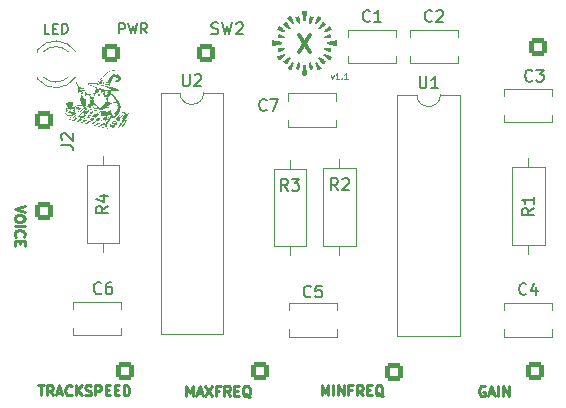
<source format=gto>
G04 #@! TF.GenerationSoftware,KiCad,Pcbnew,(6.0.2-0)*
G04 #@! TF.CreationDate,2024-11-08T08:50:18-05:00*
G04 #@! TF.ProjectId,Joy_of_Motion,4a6f795f-6f66-45f4-9d6f-74696f6e2e6b,rev?*
G04 #@! TF.SameCoordinates,Original*
G04 #@! TF.FileFunction,Legend,Top*
G04 #@! TF.FilePolarity,Positive*
%FSLAX46Y46*%
G04 Gerber Fmt 4.6, Leading zero omitted, Abs format (unit mm)*
G04 Created by KiCad (PCBNEW (6.0.2-0)) date 2024-11-08 08:50:18*
%MOMM*%
%LPD*%
G01*
G04 APERTURE LIST*
G04 Aperture macros list*
%AMRoundRect*
0 Rectangle with rounded corners*
0 $1 Rounding radius*
0 $2 $3 $4 $5 $6 $7 $8 $9 X,Y pos of 4 corners*
0 Add a 4 corners polygon primitive as box body*
4,1,4,$2,$3,$4,$5,$6,$7,$8,$9,$2,$3,0*
0 Add four circle primitives for the rounded corners*
1,1,$1+$1,$2,$3*
1,1,$1+$1,$4,$5*
1,1,$1+$1,$6,$7*
1,1,$1+$1,$8,$9*
0 Add four rect primitives between the rounded corners*
20,1,$1+$1,$2,$3,$4,$5,0*
20,1,$1+$1,$4,$5,$6,$7,0*
20,1,$1+$1,$6,$7,$8,$9,0*
20,1,$1+$1,$8,$9,$2,$3,0*%
G04 Aperture macros list end*
%ADD10C,0.300000*%
%ADD11C,0.212500*%
%ADD12C,0.075000*%
%ADD13C,0.150000*%
%ADD14C,0.120000*%
%ADD15RoundRect,0.250000X-0.550000X0.550000X-0.550000X-0.550000X0.550000X-0.550000X0.550000X0.550000X0*%
%ADD16C,1.600000*%
%ADD17O,1.600000X1.600000*%
%ADD18RoundRect,0.250000X0.550000X0.550000X-0.550000X0.550000X-0.550000X-0.550000X0.550000X-0.550000X0*%
%ADD19R,1.600000X1.600000*%
%ADD20RoundRect,0.250000X-0.550000X-0.550000X0.550000X-0.550000X0.550000X0.550000X-0.550000X0.550000X0*%
%ADD21R,1.800000X1.800000*%
%ADD22C,1.800000*%
G04 APERTURE END LIST*
D10*
X108050000Y-41978571D02*
X109050000Y-43478571D01*
X109050000Y-41978571D02*
X108050000Y-43478571D01*
D11*
X84865476Y-56459523D02*
X84015476Y-56742857D01*
X84865476Y-57026190D01*
X84865476Y-57471428D02*
X84865476Y-57633333D01*
X84825000Y-57714285D01*
X84744047Y-57795238D01*
X84582142Y-57835714D01*
X84298809Y-57835714D01*
X84136904Y-57795238D01*
X84055952Y-57714285D01*
X84015476Y-57633333D01*
X84015476Y-57471428D01*
X84055952Y-57390476D01*
X84136904Y-57309523D01*
X84298809Y-57269047D01*
X84582142Y-57269047D01*
X84744047Y-57309523D01*
X84825000Y-57390476D01*
X84865476Y-57471428D01*
X84015476Y-58200000D02*
X84865476Y-58200000D01*
X84096428Y-59090476D02*
X84055952Y-59050000D01*
X84015476Y-58928571D01*
X84015476Y-58847619D01*
X84055952Y-58726190D01*
X84136904Y-58645238D01*
X84217857Y-58604761D01*
X84379761Y-58564285D01*
X84501190Y-58564285D01*
X84663095Y-58604761D01*
X84744047Y-58645238D01*
X84825000Y-58726190D01*
X84865476Y-58847619D01*
X84865476Y-58928571D01*
X84825000Y-59050000D01*
X84784523Y-59090476D01*
X84460714Y-59454761D02*
X84460714Y-59738095D01*
X84015476Y-59859523D02*
X84015476Y-59454761D01*
X84865476Y-59454761D01*
X84865476Y-59859523D01*
D12*
X110785714Y-45392857D02*
X110904761Y-45726190D01*
X111023809Y-45392857D01*
X111476190Y-45726190D02*
X111190476Y-45726190D01*
X111333333Y-45726190D02*
X111333333Y-45226190D01*
X111285714Y-45297619D01*
X111238095Y-45345238D01*
X111190476Y-45369047D01*
X111690476Y-45678571D02*
X111714285Y-45702380D01*
X111690476Y-45726190D01*
X111666666Y-45702380D01*
X111690476Y-45678571D01*
X111690476Y-45726190D01*
X112190476Y-45726190D02*
X111904761Y-45726190D01*
X112047619Y-45726190D02*
X112047619Y-45226190D01*
X112000000Y-45297619D01*
X111952380Y-45345238D01*
X111904761Y-45369047D01*
D11*
X98528571Y-72584523D02*
X98528571Y-71734523D01*
X98811904Y-72341666D01*
X99095238Y-71734523D01*
X99095238Y-72584523D01*
X99459523Y-72341666D02*
X99864285Y-72341666D01*
X99378571Y-72584523D02*
X99661904Y-71734523D01*
X99945238Y-72584523D01*
X100147619Y-71734523D02*
X100714285Y-72584523D01*
X100714285Y-71734523D02*
X100147619Y-72584523D01*
X101321428Y-72139285D02*
X101038095Y-72139285D01*
X101038095Y-72584523D02*
X101038095Y-71734523D01*
X101442857Y-71734523D01*
X102252380Y-72584523D02*
X101969047Y-72179761D01*
X101766666Y-72584523D02*
X101766666Y-71734523D01*
X102090476Y-71734523D01*
X102171428Y-71775000D01*
X102211904Y-71815476D01*
X102252380Y-71896428D01*
X102252380Y-72017857D01*
X102211904Y-72098809D01*
X102171428Y-72139285D01*
X102090476Y-72179761D01*
X101766666Y-72179761D01*
X102616666Y-72139285D02*
X102900000Y-72139285D01*
X103021428Y-72584523D02*
X102616666Y-72584523D01*
X102616666Y-71734523D01*
X103021428Y-71734523D01*
X103952380Y-72665476D02*
X103871428Y-72625000D01*
X103790476Y-72544047D01*
X103669047Y-72422619D01*
X103588095Y-72382142D01*
X103507142Y-72382142D01*
X103547619Y-72584523D02*
X103466666Y-72544047D01*
X103385714Y-72463095D01*
X103345238Y-72301190D01*
X103345238Y-72017857D01*
X103385714Y-71855952D01*
X103466666Y-71775000D01*
X103547619Y-71734523D01*
X103709523Y-71734523D01*
X103790476Y-71775000D01*
X103871428Y-71855952D01*
X103911904Y-72017857D01*
X103911904Y-72301190D01*
X103871428Y-72463095D01*
X103790476Y-72544047D01*
X103709523Y-72584523D01*
X103547619Y-72584523D01*
X110000000Y-72534523D02*
X110000000Y-71684523D01*
X110283333Y-72291666D01*
X110566666Y-71684523D01*
X110566666Y-72534523D01*
X110971428Y-72534523D02*
X110971428Y-71684523D01*
X111376190Y-72534523D02*
X111376190Y-71684523D01*
X111861904Y-72534523D01*
X111861904Y-71684523D01*
X112550000Y-72089285D02*
X112266666Y-72089285D01*
X112266666Y-72534523D02*
X112266666Y-71684523D01*
X112671428Y-71684523D01*
X113480952Y-72534523D02*
X113197619Y-72129761D01*
X112995238Y-72534523D02*
X112995238Y-71684523D01*
X113319047Y-71684523D01*
X113400000Y-71725000D01*
X113440476Y-71765476D01*
X113480952Y-71846428D01*
X113480952Y-71967857D01*
X113440476Y-72048809D01*
X113400000Y-72089285D01*
X113319047Y-72129761D01*
X112995238Y-72129761D01*
X113845238Y-72089285D02*
X114128571Y-72089285D01*
X114250000Y-72534523D02*
X113845238Y-72534523D01*
X113845238Y-71684523D01*
X114250000Y-71684523D01*
X115180952Y-72615476D02*
X115100000Y-72575000D01*
X115019047Y-72494047D01*
X114897619Y-72372619D01*
X114816666Y-72332142D01*
X114735714Y-72332142D01*
X114776190Y-72534523D02*
X114695238Y-72494047D01*
X114614285Y-72413095D01*
X114573809Y-72251190D01*
X114573809Y-71967857D01*
X114614285Y-71805952D01*
X114695238Y-71725000D01*
X114776190Y-71684523D01*
X114938095Y-71684523D01*
X115019047Y-71725000D01*
X115100000Y-71805952D01*
X115140476Y-71967857D01*
X115140476Y-72251190D01*
X115100000Y-72413095D01*
X115019047Y-72494047D01*
X114938095Y-72534523D01*
X114776190Y-72534523D01*
X123810714Y-71775000D02*
X123729761Y-71734523D01*
X123608333Y-71734523D01*
X123486904Y-71775000D01*
X123405952Y-71855952D01*
X123365476Y-71936904D01*
X123325000Y-72098809D01*
X123325000Y-72220238D01*
X123365476Y-72382142D01*
X123405952Y-72463095D01*
X123486904Y-72544047D01*
X123608333Y-72584523D01*
X123689285Y-72584523D01*
X123810714Y-72544047D01*
X123851190Y-72503571D01*
X123851190Y-72220238D01*
X123689285Y-72220238D01*
X124175000Y-72341666D02*
X124579761Y-72341666D01*
X124094047Y-72584523D02*
X124377380Y-71734523D01*
X124660714Y-72584523D01*
X124944047Y-72584523D02*
X124944047Y-71734523D01*
X125348809Y-72584523D02*
X125348809Y-71734523D01*
X125834523Y-72584523D01*
X125834523Y-71734523D01*
X85994047Y-71684523D02*
X86479761Y-71684523D01*
X86236904Y-72534523D02*
X86236904Y-71684523D01*
X87248809Y-72534523D02*
X86965476Y-72129761D01*
X86763095Y-72534523D02*
X86763095Y-71684523D01*
X87086904Y-71684523D01*
X87167857Y-71725000D01*
X87208333Y-71765476D01*
X87248809Y-71846428D01*
X87248809Y-71967857D01*
X87208333Y-72048809D01*
X87167857Y-72089285D01*
X87086904Y-72129761D01*
X86763095Y-72129761D01*
X87572619Y-72291666D02*
X87977380Y-72291666D01*
X87491666Y-72534523D02*
X87775000Y-71684523D01*
X88058333Y-72534523D01*
X88827380Y-72453571D02*
X88786904Y-72494047D01*
X88665476Y-72534523D01*
X88584523Y-72534523D01*
X88463095Y-72494047D01*
X88382142Y-72413095D01*
X88341666Y-72332142D01*
X88301190Y-72170238D01*
X88301190Y-72048809D01*
X88341666Y-71886904D01*
X88382142Y-71805952D01*
X88463095Y-71725000D01*
X88584523Y-71684523D01*
X88665476Y-71684523D01*
X88786904Y-71725000D01*
X88827380Y-71765476D01*
X89191666Y-72534523D02*
X89191666Y-71684523D01*
X89677380Y-72534523D02*
X89313095Y-72048809D01*
X89677380Y-71684523D02*
X89191666Y-72170238D01*
X90001190Y-72494047D02*
X90122619Y-72534523D01*
X90325000Y-72534523D01*
X90405952Y-72494047D01*
X90446428Y-72453571D01*
X90486904Y-72372619D01*
X90486904Y-72291666D01*
X90446428Y-72210714D01*
X90405952Y-72170238D01*
X90325000Y-72129761D01*
X90163095Y-72089285D01*
X90082142Y-72048809D01*
X90041666Y-72008333D01*
X90001190Y-71927380D01*
X90001190Y-71846428D01*
X90041666Y-71765476D01*
X90082142Y-71725000D01*
X90163095Y-71684523D01*
X90365476Y-71684523D01*
X90486904Y-71725000D01*
X90851190Y-72534523D02*
X90851190Y-71684523D01*
X91175000Y-71684523D01*
X91255952Y-71725000D01*
X91296428Y-71765476D01*
X91336904Y-71846428D01*
X91336904Y-71967857D01*
X91296428Y-72048809D01*
X91255952Y-72089285D01*
X91175000Y-72129761D01*
X90851190Y-72129761D01*
X91701190Y-72089285D02*
X91984523Y-72089285D01*
X92105952Y-72534523D02*
X91701190Y-72534523D01*
X91701190Y-71684523D01*
X92105952Y-71684523D01*
X92470238Y-72089285D02*
X92753571Y-72089285D01*
X92875000Y-72534523D02*
X92470238Y-72534523D01*
X92470238Y-71684523D01*
X92875000Y-71684523D01*
X93239285Y-72534523D02*
X93239285Y-71684523D01*
X93441666Y-71684523D01*
X93563095Y-71725000D01*
X93644047Y-71805952D01*
X93684523Y-71886904D01*
X93725000Y-72048809D01*
X93725000Y-72170238D01*
X93684523Y-72332142D01*
X93644047Y-72413095D01*
X93563095Y-72494047D01*
X93441666Y-72534523D01*
X93239285Y-72534523D01*
D13*
X105333333Y-48357142D02*
X105285714Y-48404761D01*
X105142857Y-48452380D01*
X105047619Y-48452380D01*
X104904761Y-48404761D01*
X104809523Y-48309523D01*
X104761904Y-48214285D01*
X104714285Y-48023809D01*
X104714285Y-47880952D01*
X104761904Y-47690476D01*
X104809523Y-47595238D01*
X104904761Y-47500000D01*
X105047619Y-47452380D01*
X105142857Y-47452380D01*
X105285714Y-47500000D01*
X105333333Y-47547619D01*
X105666666Y-47452380D02*
X106333333Y-47452380D01*
X105904761Y-48452380D01*
X91909399Y-56494567D02*
X91433209Y-56827901D01*
X91909399Y-57065996D02*
X90909399Y-57065996D01*
X90909399Y-56685043D01*
X90957019Y-56589805D01*
X91004638Y-56542186D01*
X91099876Y-56494567D01*
X91242733Y-56494567D01*
X91337971Y-56542186D01*
X91385590Y-56589805D01*
X91433209Y-56685043D01*
X91433209Y-57065996D01*
X91242733Y-55637424D02*
X91909399Y-55637424D01*
X90861780Y-55875520D02*
X91576066Y-56113615D01*
X91576066Y-55494567D01*
X109096560Y-64140975D02*
X109048941Y-64188594D01*
X108906084Y-64236213D01*
X108810846Y-64236213D01*
X108667988Y-64188594D01*
X108572750Y-64093356D01*
X108525131Y-63998118D01*
X108477512Y-63807642D01*
X108477512Y-63664785D01*
X108525131Y-63474309D01*
X108572750Y-63379071D01*
X108667988Y-63283833D01*
X108810846Y-63236213D01*
X108906084Y-63236213D01*
X109048941Y-63283833D01*
X109096560Y-63331452D01*
X110001322Y-63236213D02*
X109525131Y-63236213D01*
X109477512Y-63712404D01*
X109525131Y-63664785D01*
X109620369Y-63617166D01*
X109858465Y-63617166D01*
X109953703Y-63664785D01*
X110001322Y-63712404D01*
X110048941Y-63807642D01*
X110048941Y-64045737D01*
X110001322Y-64140975D01*
X109953703Y-64188594D01*
X109858465Y-64236213D01*
X109620369Y-64236213D01*
X109525131Y-64188594D01*
X109477512Y-64140975D01*
X91333333Y-63857142D02*
X91285714Y-63904761D01*
X91142857Y-63952380D01*
X91047619Y-63952380D01*
X90904761Y-63904761D01*
X90809523Y-63809523D01*
X90761904Y-63714285D01*
X90714285Y-63523809D01*
X90714285Y-63380952D01*
X90761904Y-63190476D01*
X90809523Y-63095238D01*
X90904761Y-63000000D01*
X91047619Y-62952380D01*
X91142857Y-62952380D01*
X91285714Y-63000000D01*
X91333333Y-63047619D01*
X92190476Y-62952380D02*
X92000000Y-62952380D01*
X91904761Y-63000000D01*
X91857142Y-63047619D01*
X91761904Y-63190476D01*
X91714285Y-63380952D01*
X91714285Y-63761904D01*
X91761904Y-63857142D01*
X91809523Y-63904761D01*
X91904761Y-63952380D01*
X92095238Y-63952380D01*
X92190476Y-63904761D01*
X92238095Y-63857142D01*
X92285714Y-63761904D01*
X92285714Y-63523809D01*
X92238095Y-63428571D01*
X92190476Y-63380952D01*
X92095238Y-63333333D01*
X91904761Y-63333333D01*
X91809523Y-63380952D01*
X91761904Y-63428571D01*
X91714285Y-63523809D01*
X127333333Y-63938618D02*
X127285714Y-63986237D01*
X127142857Y-64033856D01*
X127047619Y-64033856D01*
X126904761Y-63986237D01*
X126809523Y-63890999D01*
X126761904Y-63795761D01*
X126714285Y-63605285D01*
X126714285Y-63462428D01*
X126761904Y-63271952D01*
X126809523Y-63176714D01*
X126904761Y-63081476D01*
X127047619Y-63033856D01*
X127142857Y-63033856D01*
X127285714Y-63081476D01*
X127333333Y-63129095D01*
X128190476Y-63367190D02*
X128190476Y-64033856D01*
X127952380Y-62986237D02*
X127714285Y-63700523D01*
X128333333Y-63700523D01*
X114083333Y-40807142D02*
X114035714Y-40854761D01*
X113892857Y-40902380D01*
X113797619Y-40902380D01*
X113654761Y-40854761D01*
X113559523Y-40759523D01*
X113511904Y-40664285D01*
X113464285Y-40473809D01*
X113464285Y-40330952D01*
X113511904Y-40140476D01*
X113559523Y-40045238D01*
X113654761Y-39950000D01*
X113797619Y-39902380D01*
X113892857Y-39902380D01*
X114035714Y-39950000D01*
X114083333Y-39997619D01*
X115035714Y-40902380D02*
X114464285Y-40902380D01*
X114750000Y-40902380D02*
X114750000Y-39902380D01*
X114654761Y-40045238D01*
X114559523Y-40140476D01*
X114464285Y-40188095D01*
X118297618Y-45521215D02*
X118297618Y-46330739D01*
X118345237Y-46425977D01*
X118392856Y-46473596D01*
X118488094Y-46521215D01*
X118678570Y-46521215D01*
X118773808Y-46473596D01*
X118821427Y-46425977D01*
X118869046Y-46330739D01*
X118869046Y-45521215D01*
X119869046Y-46521215D02*
X119297618Y-46521215D01*
X119583332Y-46521215D02*
X119583332Y-45521215D01*
X119488094Y-45664073D01*
X119392856Y-45759311D01*
X119297618Y-45806930D01*
X92866666Y-41884523D02*
X92866666Y-41034523D01*
X93190476Y-41034523D01*
X93271428Y-41075000D01*
X93311904Y-41115476D01*
X93352380Y-41196428D01*
X93352380Y-41317857D01*
X93311904Y-41398809D01*
X93271428Y-41439285D01*
X93190476Y-41479761D01*
X92866666Y-41479761D01*
X93635714Y-41034523D02*
X93838095Y-41884523D01*
X94000000Y-41277380D01*
X94161904Y-41884523D01*
X94364285Y-41034523D01*
X95173809Y-41884523D02*
X94890476Y-41479761D01*
X94688095Y-41884523D02*
X94688095Y-41034523D01*
X95011904Y-41034523D01*
X95092857Y-41075000D01*
X95133333Y-41115476D01*
X95173809Y-41196428D01*
X95173809Y-41317857D01*
X95133333Y-41398809D01*
X95092857Y-41439285D01*
X95011904Y-41479761D01*
X94688095Y-41479761D01*
X100666666Y-41904761D02*
X100809523Y-41952380D01*
X101047619Y-41952380D01*
X101142857Y-41904761D01*
X101190476Y-41857142D01*
X101238095Y-41761904D01*
X101238095Y-41666666D01*
X101190476Y-41571428D01*
X101142857Y-41523809D01*
X101047619Y-41476190D01*
X100857142Y-41428571D01*
X100761904Y-41380952D01*
X100714285Y-41333333D01*
X100666666Y-41238095D01*
X100666666Y-41142857D01*
X100714285Y-41047619D01*
X100761904Y-41000000D01*
X100857142Y-40952380D01*
X101095238Y-40952380D01*
X101238095Y-41000000D01*
X101571428Y-40952380D02*
X101809523Y-41952380D01*
X102000000Y-41238095D01*
X102190476Y-41952380D01*
X102428571Y-40952380D01*
X102761904Y-41047619D02*
X102809523Y-41000000D01*
X102904761Y-40952380D01*
X103142857Y-40952380D01*
X103238095Y-41000000D01*
X103285714Y-41047619D01*
X103333333Y-41142857D01*
X103333333Y-41238095D01*
X103285714Y-41380952D01*
X102714285Y-41952380D01*
X103333333Y-41952380D01*
X119333333Y-40807142D02*
X119285714Y-40854761D01*
X119142857Y-40902380D01*
X119047619Y-40902380D01*
X118904761Y-40854761D01*
X118809523Y-40759523D01*
X118761904Y-40664285D01*
X118714285Y-40473809D01*
X118714285Y-40330952D01*
X118761904Y-40140476D01*
X118809523Y-40045238D01*
X118904761Y-39950000D01*
X119047619Y-39902380D01*
X119142857Y-39902380D01*
X119285714Y-39950000D01*
X119333333Y-39997619D01*
X119714285Y-39997619D02*
X119761904Y-39950000D01*
X119857142Y-39902380D01*
X120095238Y-39902380D01*
X120190476Y-39950000D01*
X120238095Y-39997619D01*
X120285714Y-40092857D01*
X120285714Y-40188095D01*
X120238095Y-40330952D01*
X119666666Y-40902380D01*
X120285714Y-40902380D01*
X111383333Y-55152380D02*
X111050000Y-54676190D01*
X110811904Y-55152380D02*
X110811904Y-54152380D01*
X111192857Y-54152380D01*
X111288095Y-54200000D01*
X111335714Y-54247619D01*
X111383333Y-54342857D01*
X111383333Y-54485714D01*
X111335714Y-54580952D01*
X111288095Y-54628571D01*
X111192857Y-54676190D01*
X110811904Y-54676190D01*
X111764285Y-54247619D02*
X111811904Y-54200000D01*
X111907142Y-54152380D01*
X112145238Y-54152380D01*
X112240476Y-54200000D01*
X112288095Y-54247619D01*
X112335714Y-54342857D01*
X112335714Y-54438095D01*
X112288095Y-54580952D01*
X111716666Y-55152380D01*
X112335714Y-55152380D01*
X87952380Y-51333333D02*
X88666666Y-51333333D01*
X88809523Y-51380952D01*
X88904761Y-51476190D01*
X88952380Y-51619047D01*
X88952380Y-51714285D01*
X88047619Y-50904761D02*
X88000000Y-50857142D01*
X87952380Y-50761904D01*
X87952380Y-50523809D01*
X88000000Y-50428571D01*
X88047619Y-50380952D01*
X88142857Y-50333333D01*
X88238095Y-50333333D01*
X88380952Y-50380952D01*
X88952380Y-50952380D01*
X88952380Y-50333333D01*
X127950203Y-56666666D02*
X127474013Y-57000000D01*
X127950203Y-57238095D02*
X126950203Y-57238095D01*
X126950203Y-56857142D01*
X126997823Y-56761904D01*
X127045442Y-56714285D01*
X127140680Y-56666666D01*
X127283537Y-56666666D01*
X127378775Y-56714285D01*
X127426394Y-56761904D01*
X127474013Y-56857142D01*
X127474013Y-57238095D01*
X127950203Y-55714285D02*
X127950203Y-56285714D01*
X127950203Y-56000000D02*
X126950203Y-56000000D01*
X127093061Y-56095238D01*
X127188299Y-56190476D01*
X127235918Y-56285714D01*
X98248095Y-45346849D02*
X98248095Y-46156373D01*
X98295714Y-46251611D01*
X98343333Y-46299230D01*
X98438571Y-46346849D01*
X98629047Y-46346849D01*
X98724285Y-46299230D01*
X98771904Y-46251611D01*
X98819523Y-46156373D01*
X98819523Y-45346849D01*
X99248095Y-45442088D02*
X99295714Y-45394469D01*
X99390952Y-45346849D01*
X99629047Y-45346849D01*
X99724285Y-45394469D01*
X99771904Y-45442088D01*
X99819523Y-45537326D01*
X99819523Y-45632564D01*
X99771904Y-45775421D01*
X99200476Y-46346849D01*
X99819523Y-46346849D01*
X127833333Y-45857142D02*
X127785714Y-45904761D01*
X127642857Y-45952380D01*
X127547619Y-45952380D01*
X127404761Y-45904761D01*
X127309523Y-45809523D01*
X127261904Y-45714285D01*
X127214285Y-45523809D01*
X127214285Y-45380952D01*
X127261904Y-45190476D01*
X127309523Y-45095238D01*
X127404761Y-45000000D01*
X127547619Y-44952380D01*
X127642857Y-44952380D01*
X127785714Y-45000000D01*
X127833333Y-45047619D01*
X128166666Y-44952380D02*
X128785714Y-44952380D01*
X128452380Y-45333333D01*
X128595238Y-45333333D01*
X128690476Y-45380952D01*
X128738095Y-45428571D01*
X128785714Y-45523809D01*
X128785714Y-45761904D01*
X128738095Y-45857142D01*
X128690476Y-45904761D01*
X128595238Y-45952380D01*
X128309523Y-45952380D01*
X128214285Y-45904761D01*
X128166666Y-45857142D01*
X86948571Y-41924523D02*
X86543809Y-41924523D01*
X86543809Y-41074523D01*
X87231904Y-41479285D02*
X87515238Y-41479285D01*
X87636666Y-41924523D02*
X87231904Y-41924523D01*
X87231904Y-41074523D01*
X87636666Y-41074523D01*
X88000952Y-41924523D02*
X88000952Y-41074523D01*
X88203333Y-41074523D01*
X88324761Y-41115000D01*
X88405714Y-41195952D01*
X88446190Y-41276904D01*
X88486666Y-41438809D01*
X88486666Y-41560238D01*
X88446190Y-41722142D01*
X88405714Y-41803095D01*
X88324761Y-41884047D01*
X88203333Y-41924523D01*
X88000952Y-41924523D01*
X107133333Y-55202380D02*
X106800000Y-54726190D01*
X106561904Y-55202380D02*
X106561904Y-54202380D01*
X106942857Y-54202380D01*
X107038095Y-54250000D01*
X107085714Y-54297619D01*
X107133333Y-54392857D01*
X107133333Y-54535714D01*
X107085714Y-54630952D01*
X107038095Y-54678571D01*
X106942857Y-54726190D01*
X106561904Y-54726190D01*
X107466666Y-54202380D02*
X108085714Y-54202380D01*
X107752380Y-54583333D01*
X107895238Y-54583333D01*
X107990476Y-54630952D01*
X108038095Y-54678571D01*
X108085714Y-54773809D01*
X108085714Y-55011904D01*
X108038095Y-55107142D01*
X107990476Y-55154761D01*
X107895238Y-55202380D01*
X107609523Y-55202380D01*
X107514285Y-55154761D01*
X107466666Y-55107142D01*
G36*
X109585207Y-44319862D02*
G01*
X109613464Y-44351126D01*
X109654667Y-44398426D01*
X109706011Y-44458522D01*
X109764690Y-44528173D01*
X109796882Y-44566746D01*
X110008720Y-44821371D01*
X109970754Y-44860998D01*
X109932803Y-44893491D01*
X109882846Y-44926610D01*
X109826935Y-44957542D01*
X109771124Y-44983471D01*
X109721468Y-45001581D01*
X109684019Y-45009057D01*
X109664924Y-45003237D01*
X109657900Y-44985780D01*
X109643535Y-44945753D01*
X109623469Y-44888050D01*
X109599346Y-44817569D01*
X109572808Y-44739207D01*
X109545496Y-44657859D01*
X109519054Y-44578422D01*
X109495123Y-44505792D01*
X109475345Y-44444867D01*
X109461363Y-44400542D01*
X109454819Y-44377713D01*
X109454538Y-44375956D01*
X109466170Y-44362420D01*
X109494213Y-44343012D01*
X109528390Y-44323651D01*
X109558424Y-44310261D01*
X109572704Y-44307873D01*
X109585207Y-44319862D01*
G37*
G36*
X106927215Y-43205381D02*
G01*
X106658897Y-43339307D01*
X106577481Y-43379649D01*
X106504760Y-43415122D01*
X106444820Y-43443778D01*
X106401752Y-43463667D01*
X106379643Y-43472843D01*
X106377887Y-43473234D01*
X106365691Y-43460938D01*
X106347419Y-43429177D01*
X106332570Y-43397392D01*
X106313558Y-43344656D01*
X106297980Y-43285892D01*
X106287227Y-43228945D01*
X106282689Y-43181656D01*
X106285759Y-43151870D01*
X106288274Y-43147623D01*
X106305766Y-43142628D01*
X106347608Y-43135988D01*
X106409046Y-43128208D01*
X106485331Y-43119789D01*
X106571711Y-43111236D01*
X106663436Y-43103052D01*
X106755753Y-43095739D01*
X106820448Y-43091262D01*
X106892677Y-43086617D01*
X106927215Y-43205381D01*
G37*
G36*
X110253377Y-43084900D02*
G01*
X110282609Y-43088947D01*
X110334115Y-43094431D01*
X110401064Y-43100683D01*
X110476627Y-43107033D01*
X110490380Y-43108117D01*
X110569594Y-43114539D01*
X110644169Y-43121025D01*
X110706261Y-43126865D01*
X110748024Y-43131349D01*
X110751243Y-43131755D01*
X110815150Y-43140038D01*
X110807925Y-43230048D01*
X110799700Y-43285464D01*
X110785015Y-43343890D01*
X110766425Y-43398412D01*
X110746487Y-43442115D01*
X110727758Y-43468085D01*
X110718365Y-43472293D01*
X110700827Y-43465718D01*
X110661481Y-43447926D01*
X110604534Y-43420915D01*
X110534189Y-43386688D01*
X110454653Y-43347244D01*
X110439317Y-43339560D01*
X110348408Y-43293795D01*
X110280633Y-43258545D01*
X110233094Y-43231142D01*
X110202897Y-43208919D01*
X110187144Y-43189206D01*
X110182938Y-43169336D01*
X110187384Y-43146639D01*
X110197584Y-43118449D01*
X110198029Y-43117279D01*
X110213794Y-43088969D01*
X110237416Y-43082571D01*
X110253377Y-43084900D01*
G37*
G36*
X106886860Y-43606391D02*
G01*
X106905835Y-43637333D01*
X106915393Y-43653150D01*
X106935223Y-43689770D01*
X106939291Y-43711545D01*
X106929162Y-43727105D01*
X106928869Y-43727373D01*
X106889754Y-43762429D01*
X106838312Y-43807853D01*
X106778268Y-43860428D01*
X106713345Y-43916939D01*
X106647268Y-43974169D01*
X106583761Y-44028903D01*
X106526548Y-44077923D01*
X106479353Y-44118013D01*
X106445901Y-44145958D01*
X106429916Y-44158542D01*
X106429138Y-44158932D01*
X106416703Y-44148595D01*
X106392237Y-44121939D01*
X106370616Y-44096331D01*
X106334353Y-44045783D01*
X106299505Y-43986555D01*
X106270253Y-43927017D01*
X106250777Y-43875541D01*
X106245031Y-43844879D01*
X106248353Y-43834006D01*
X106260520Y-43822200D01*
X106284678Y-43808014D01*
X106323970Y-43790001D01*
X106381543Y-43766712D01*
X106460540Y-43736702D01*
X106558814Y-43700457D01*
X106648515Y-43667948D01*
X106728616Y-43639514D01*
X106795221Y-43616488D01*
X106844434Y-43600204D01*
X106872360Y-43591996D01*
X106877246Y-43591420D01*
X106886860Y-43606391D01*
G37*
G36*
X105874268Y-42457762D02*
G01*
X105877457Y-42458424D01*
X105902728Y-42463255D01*
X105952125Y-42472231D01*
X106021018Y-42484527D01*
X106104780Y-42499321D01*
X106198784Y-42515788D01*
X106252183Y-42525089D01*
X106349863Y-42542126D01*
X106439866Y-42557936D01*
X106517549Y-42571694D01*
X106578267Y-42582576D01*
X106617378Y-42589758D01*
X106627858Y-42591802D01*
X106649645Y-42598045D01*
X106661657Y-42610085D01*
X106666795Y-42635234D01*
X106667965Y-42680805D01*
X106667979Y-42692831D01*
X106667979Y-42785468D01*
X106591385Y-42801014D01*
X106553800Y-42808508D01*
X106493213Y-42820429D01*
X106415272Y-42835673D01*
X106325625Y-42853137D01*
X106229918Y-42871715D01*
X106208415Y-42875880D01*
X106115756Y-42893893D01*
X106031314Y-42910443D01*
X105959829Y-42924591D01*
X105906041Y-42935397D01*
X105874692Y-42941920D01*
X105870263Y-42942928D01*
X105848265Y-42943546D01*
X105834019Y-42927452D01*
X105822929Y-42894627D01*
X105814550Y-42845544D01*
X105809527Y-42777194D01*
X105807862Y-42699267D01*
X105809559Y-42621458D01*
X105814620Y-42553459D01*
X105822828Y-42505741D01*
X105834949Y-42470172D01*
X105849473Y-42456450D01*
X105874268Y-42457762D01*
G37*
G36*
X107415012Y-40393380D02*
G01*
X107426214Y-40403242D01*
X107439560Y-40424613D01*
X107456536Y-40460667D01*
X107478632Y-40514581D01*
X107507336Y-40589531D01*
X107544137Y-40688691D01*
X107546080Y-40693969D01*
X107578729Y-40783284D01*
X107607713Y-40863653D01*
X107631577Y-40930960D01*
X107648870Y-40981086D01*
X107658139Y-41009914D01*
X107659310Y-41014934D01*
X107648386Y-41028164D01*
X107621464Y-41049114D01*
X107588086Y-41071396D01*
X107557796Y-41088625D01*
X107540447Y-41094478D01*
X107530077Y-41083735D01*
X107503363Y-41053967D01*
X107463014Y-41008253D01*
X107411739Y-40949669D01*
X107352243Y-40881292D01*
X107313405Y-40836473D01*
X107090767Y-40579166D01*
X107131039Y-40537102D01*
X107164483Y-40510197D01*
X107215450Y-40477961D01*
X107274919Y-40445185D01*
X107333868Y-40416662D01*
X107383278Y-40397184D01*
X107404464Y-40391851D01*
X107415012Y-40393380D01*
G37*
G36*
X108105655Y-40427127D02*
G01*
X108110206Y-40444448D01*
X108116106Y-40485408D01*
X108122911Y-40544696D01*
X108130176Y-40616998D01*
X108137458Y-40697000D01*
X108144314Y-40779389D01*
X108150298Y-40858853D01*
X108154967Y-40930077D01*
X108157878Y-40987748D01*
X108158586Y-41026554D01*
X108156939Y-41040995D01*
X108136501Y-41050786D01*
X108100227Y-41059868D01*
X108093780Y-41060986D01*
X108041284Y-41069505D01*
X107909025Y-40805297D01*
X107868913Y-40724607D01*
X107833693Y-40652687D01*
X107805332Y-40593642D01*
X107785795Y-40551575D01*
X107777048Y-40530590D01*
X107776767Y-40529253D01*
X107789933Y-40513901D01*
X107824849Y-40495030D01*
X107874636Y-40474773D01*
X107932418Y-40455268D01*
X107991320Y-40438649D01*
X108044463Y-40427051D01*
X108084972Y-40422611D01*
X108105655Y-40427127D01*
G37*
G36*
X108045297Y-44325143D02*
G01*
X108076246Y-44333471D01*
X108110906Y-44345456D01*
X108137665Y-44357312D01*
X108143960Y-44361526D01*
X108145845Y-44377999D01*
X108145564Y-44418184D01*
X108143468Y-44476722D01*
X108139909Y-44548254D01*
X108135240Y-44627424D01*
X108129812Y-44708872D01*
X108123977Y-44787240D01*
X108118088Y-44857170D01*
X108112495Y-44913304D01*
X108107552Y-44950284D01*
X108104507Y-44962184D01*
X108087154Y-44972520D01*
X108051520Y-44973067D01*
X107994135Y-44963627D01*
X107948065Y-44953144D01*
X107883579Y-44934676D01*
X107829643Y-44913916D01*
X107792114Y-44893533D01*
X107776851Y-44876197D01*
X107776767Y-44875067D01*
X107782597Y-44859336D01*
X107798594Y-44822081D01*
X107822513Y-44768186D01*
X107852113Y-44702536D01*
X107885151Y-44630017D01*
X107919384Y-44555511D01*
X107952568Y-44483904D01*
X107982463Y-44420081D01*
X108006824Y-44368926D01*
X108023409Y-44335324D01*
X108029668Y-44324258D01*
X108045297Y-44325143D01*
G37*
G36*
X106687242Y-41451455D02*
G01*
X106760772Y-41513512D01*
X106826141Y-41569888D01*
X106880196Y-41617764D01*
X106919782Y-41654320D01*
X106941747Y-41676738D01*
X106945176Y-41682061D01*
X106937333Y-41707237D01*
X106918365Y-41740520D01*
X106895113Y-41772031D01*
X106874418Y-41791893D01*
X106867392Y-41794387D01*
X106849128Y-41789478D01*
X106807555Y-41776341D01*
X106746908Y-41756377D01*
X106671419Y-41730988D01*
X106585325Y-41701575D01*
X106547762Y-41688614D01*
X106447131Y-41653462D01*
X106371016Y-41625917D01*
X106316188Y-41604553D01*
X106279417Y-41587941D01*
X106257476Y-41574653D01*
X106247135Y-41563262D01*
X106245045Y-41554739D01*
X106252816Y-41518505D01*
X106273556Y-41466917D01*
X106303047Y-41408203D01*
X106337074Y-41350590D01*
X106371420Y-41302305D01*
X106379055Y-41293233D01*
X106429309Y-41235977D01*
X106687242Y-41451455D01*
G37*
G36*
X106394098Y-41932619D02*
G01*
X106431186Y-41948672D01*
X106484879Y-41972667D01*
X106550287Y-42002346D01*
X106622519Y-42035450D01*
X106696686Y-42069723D01*
X106767897Y-42102905D01*
X106831262Y-42132740D01*
X106881891Y-42156968D01*
X106914893Y-42173332D01*
X106925342Y-42179267D01*
X106924389Y-42194288D01*
X106917577Y-42227706D01*
X106913477Y-42244555D01*
X106901254Y-42283391D01*
X106886507Y-42300779D01*
X106862497Y-42304142D01*
X106859512Y-42304003D01*
X106832313Y-42302212D01*
X106781880Y-42298608D01*
X106714070Y-42293621D01*
X106634742Y-42287680D01*
X106580443Y-42283561D01*
X106497883Y-42277303D01*
X106424115Y-42271781D01*
X106364676Y-42267403D01*
X106325102Y-42264580D01*
X106312488Y-42263763D01*
X106297749Y-42259845D01*
X106290482Y-42245688D01*
X106289196Y-42214673D01*
X106291620Y-42171138D01*
X106299031Y-42118769D01*
X106312927Y-42061630D01*
X106330768Y-42006866D01*
X106350013Y-41961620D01*
X106368123Y-41933038D01*
X106378505Y-41926767D01*
X106394098Y-41932619D01*
G37*
G36*
X110718687Y-41291498D02*
G01*
X110753341Y-41337642D01*
X110788424Y-41394261D01*
X110819763Y-41453337D01*
X110843185Y-41506848D01*
X110854516Y-41546774D01*
X110854972Y-41553422D01*
X110852026Y-41564398D01*
X110841117Y-41575687D01*
X110818987Y-41588723D01*
X110782377Y-41604940D01*
X110728026Y-41625770D01*
X110652676Y-41652649D01*
X110553067Y-41687008D01*
X110544949Y-41689782D01*
X110455001Y-41720345D01*
X110374317Y-41747441D01*
X110306982Y-41769726D01*
X110257083Y-41785853D01*
X110228705Y-41794476D01*
X110223910Y-41795555D01*
X110209836Y-41784223D01*
X110189028Y-41756273D01*
X110183844Y-41748048D01*
X110164899Y-41712858D01*
X110155206Y-41686804D01*
X110154880Y-41683787D01*
X110165589Y-41669971D01*
X110195649Y-41640430D01*
X110241913Y-41598015D01*
X110301231Y-41545579D01*
X110370456Y-41485975D01*
X110412131Y-41450733D01*
X110669437Y-41234524D01*
X110718687Y-41291498D01*
G37*
G36*
X108610701Y-39945183D02*
G01*
X108668600Y-39951909D01*
X108722876Y-39961349D01*
X108765413Y-39972058D01*
X108788097Y-39982586D01*
X108789237Y-39983982D01*
X108788473Y-40001134D01*
X108782579Y-40045633D01*
X108771776Y-40116140D01*
X108756285Y-40211318D01*
X108736327Y-40329830D01*
X108712123Y-40470337D01*
X108683894Y-40631502D01*
X108659246Y-40770563D01*
X108650803Y-40817979D01*
X108556634Y-40817979D01*
X108508524Y-40816987D01*
X108474583Y-40814396D01*
X108462465Y-40810964D01*
X108459747Y-40795391D01*
X108452072Y-40754883D01*
X108440156Y-40693129D01*
X108424713Y-40613815D01*
X108406460Y-40520630D01*
X108386112Y-40417261D01*
X108382596Y-40399447D01*
X108358153Y-40273893D01*
X108339631Y-40174410D01*
X108326669Y-40098576D01*
X108318905Y-40043967D01*
X108315978Y-40008161D01*
X108317527Y-39988734D01*
X108320591Y-39983843D01*
X108355277Y-39970312D01*
X108409339Y-39957865D01*
X108472980Y-39948208D01*
X108536404Y-39943048D01*
X108557295Y-39942620D01*
X108610701Y-39945183D01*
G37*
G36*
X111262241Y-42471459D02*
G01*
X111274154Y-42507746D01*
X111276199Y-42515721D01*
X111286725Y-42574824D01*
X111292222Y-42643699D01*
X111293103Y-42716700D01*
X111289780Y-42788180D01*
X111282668Y-42852495D01*
X111272180Y-42903999D01*
X111258727Y-42937044D01*
X111244691Y-42946366D01*
X111226014Y-42943134D01*
X111182869Y-42934931D01*
X111119387Y-42922565D01*
X111039700Y-42906847D01*
X110947941Y-42888584D01*
X110876996Y-42874370D01*
X110777001Y-42854306D01*
X110684166Y-42835726D01*
X110603091Y-42819546D01*
X110538377Y-42806683D01*
X110494623Y-42798055D01*
X110479438Y-42795121D01*
X110432022Y-42786214D01*
X110432022Y-42693204D01*
X110432740Y-42642633D01*
X110436816Y-42613963D01*
X110447136Y-42599919D01*
X110466586Y-42593227D01*
X110472143Y-42592066D01*
X110497576Y-42587316D01*
X110547180Y-42578395D01*
X110616375Y-42566114D01*
X110700583Y-42551284D01*
X110795223Y-42534715D01*
X110855112Y-42524275D01*
X110953145Y-42507133D01*
X111042867Y-42491286D01*
X111119851Y-42477531D01*
X111179670Y-42466662D01*
X111217896Y-42459473D01*
X111228784Y-42457218D01*
X111248824Y-42456721D01*
X111262241Y-42471459D01*
G37*
G36*
X110081879Y-44029275D02*
G01*
X110159780Y-44084429D01*
X110229302Y-44134493D01*
X110286981Y-44176902D01*
X110329352Y-44209094D01*
X110352953Y-44228504D01*
X110356635Y-44232625D01*
X110351896Y-44257488D01*
X110329240Y-44295399D01*
X110293562Y-44341218D01*
X110249758Y-44389802D01*
X110202724Y-44436009D01*
X110157357Y-44474698D01*
X110118552Y-44500725D01*
X110093404Y-44509076D01*
X110082483Y-44497459D01*
X110057898Y-44464866D01*
X110022046Y-44414683D01*
X109977321Y-44350295D01*
X109926118Y-44275088D01*
X109893486Y-44226484D01*
X109704730Y-43943891D01*
X109811976Y-43839713D01*
X110081879Y-44029275D01*
G37*
G36*
X107015845Y-40902617D02*
G01*
X107039606Y-40933647D01*
X107074205Y-40980444D01*
X107116724Y-41038918D01*
X107164245Y-41104981D01*
X107213850Y-41174542D01*
X107262620Y-41243514D01*
X107307638Y-41307807D01*
X107345985Y-41363332D01*
X107374743Y-41406001D01*
X107389012Y-41428343D01*
X107386900Y-41452795D01*
X107359652Y-41490013D01*
X107352455Y-41497642D01*
X107322574Y-41526698D01*
X107301277Y-41544166D01*
X107296105Y-41546527D01*
X107282214Y-41538465D01*
X107247637Y-41516345D01*
X107195855Y-41482455D01*
X107130352Y-41439085D01*
X107054609Y-41388522D01*
X107006668Y-41356337D01*
X106725312Y-41167063D01*
X106751355Y-41122639D01*
X106781268Y-41080842D01*
X106823512Y-41033360D01*
X106872243Y-40985502D01*
X106921618Y-40942577D01*
X106965794Y-40909892D01*
X106998928Y-40892757D01*
X107005841Y-40891442D01*
X107015845Y-40902617D01*
G37*
G36*
X110142385Y-40905838D02*
G01*
X110170302Y-40925870D01*
X110195570Y-40945037D01*
X110230971Y-40976156D01*
X110270310Y-41017786D01*
X110308049Y-41063078D01*
X110338654Y-41105182D01*
X110356589Y-41137251D01*
X110359076Y-41147352D01*
X110347538Y-41160116D01*
X110315716Y-41185889D01*
X110267798Y-41221790D01*
X110207972Y-41264936D01*
X110140424Y-41312447D01*
X110069342Y-41361440D01*
X109998915Y-41409032D01*
X109933329Y-41452343D01*
X109876773Y-41488490D01*
X109833433Y-41514592D01*
X109807498Y-41527765D01*
X109805292Y-41528468D01*
X109781711Y-41522453D01*
X109750415Y-41500180D01*
X109740128Y-41490233D01*
X109713145Y-41456981D01*
X109706881Y-41432016D01*
X109711110Y-41418730D01*
X109723208Y-41399027D01*
X109749467Y-41359434D01*
X109787206Y-41303886D01*
X109833744Y-41236319D01*
X109886398Y-41160670D01*
X109904879Y-41134289D01*
X109965479Y-41047724D01*
X110011912Y-40982570D01*
X110047345Y-40936767D01*
X110074943Y-40908253D01*
X110097871Y-40894968D01*
X110119297Y-40894850D01*
X110142385Y-40905838D01*
G37*
G36*
X109723620Y-40397562D02*
G01*
X109755470Y-40410901D01*
X109796819Y-40430064D01*
X109800688Y-40431803D01*
X109857864Y-40461287D01*
X109911134Y-40495567D01*
X109954849Y-40530193D01*
X109983361Y-40560717D01*
X109991215Y-40581887D01*
X109981184Y-40597460D01*
X109955450Y-40630795D01*
X109917301Y-40678022D01*
X109870023Y-40735270D01*
X109816907Y-40798668D01*
X109761239Y-40864346D01*
X109706308Y-40928433D01*
X109655403Y-40987058D01*
X109611812Y-41036350D01*
X109578822Y-41072439D01*
X109559722Y-41091454D01*
X109556663Y-41093416D01*
X109540758Y-41086951D01*
X109509390Y-41070139D01*
X109494802Y-41061704D01*
X109461363Y-41038929D01*
X109441998Y-41019833D01*
X109440078Y-41014934D01*
X109444825Y-40997545D01*
X109458210Y-40956865D01*
X109478815Y-40896995D01*
X109505218Y-40822032D01*
X109535999Y-40736076D01*
X109552552Y-40690354D01*
X109589272Y-40588562D01*
X109617651Y-40511184D01*
X109640236Y-40455565D01*
X109659577Y-40419049D01*
X109678222Y-40398980D01*
X109698720Y-40392703D01*
X109723620Y-40397562D01*
G37*
G36*
X109055788Y-40429387D02*
G01*
X109110605Y-40440603D01*
X109171166Y-40456776D01*
X109230348Y-40475967D01*
X109281028Y-40496234D01*
X109316082Y-40515636D01*
X109320422Y-40519094D01*
X109315727Y-40532772D01*
X109300044Y-40568741D01*
X109275181Y-40623069D01*
X109242944Y-40691825D01*
X109205141Y-40771077D01*
X109193860Y-40794498D01*
X109147893Y-40889253D01*
X109112010Y-40960519D01*
X109083668Y-41011111D01*
X109060322Y-41043845D01*
X109039429Y-41061537D01*
X109018445Y-41067001D01*
X108994826Y-41063054D01*
X108966029Y-41052510D01*
X108962149Y-41050953D01*
X108937198Y-41036723D01*
X108929952Y-41026347D01*
X108933177Y-40980074D01*
X108938512Y-40916920D01*
X108945416Y-40842098D01*
X108953347Y-40760825D01*
X108961765Y-40678315D01*
X108970128Y-40599785D01*
X108977895Y-40530448D01*
X108984525Y-40475520D01*
X108989476Y-40440217D01*
X108991882Y-40429591D01*
X109013840Y-40425070D01*
X109055788Y-40429387D01*
G37*
G36*
X107551448Y-44312035D02*
G01*
X107583471Y-44329453D01*
X107616243Y-44350759D01*
X107639796Y-44369635D01*
X107645463Y-44377942D01*
X107640893Y-44395921D01*
X107628298Y-44436308D01*
X107609353Y-44494238D01*
X107585732Y-44564846D01*
X107559107Y-44643269D01*
X107531154Y-44724642D01*
X107503545Y-44804101D01*
X107477955Y-44876781D01*
X107456057Y-44937818D01*
X107439525Y-44982348D01*
X107430034Y-45005506D01*
X107428814Y-45007553D01*
X107410629Y-45008974D01*
X107375237Y-45001531D01*
X107354021Y-44994946D01*
X107296739Y-44970405D01*
X107233173Y-44935641D01*
X107173336Y-44896807D01*
X107127238Y-44860056D01*
X107116179Y-44848796D01*
X107108480Y-44838705D01*
X107105477Y-44827609D01*
X107109146Y-44812497D01*
X107121465Y-44790361D01*
X107144409Y-44758189D01*
X107179955Y-44712974D01*
X107230080Y-44651705D01*
X107296759Y-44571373D01*
X107304418Y-44562171D01*
X107366026Y-44488729D01*
X107421707Y-44423451D01*
X107468691Y-44369495D01*
X107504210Y-44330018D01*
X107525495Y-44308177D01*
X107530140Y-44304825D01*
X107551448Y-44312035D01*
G37*
G36*
X108606932Y-44582731D02*
G01*
X108635814Y-44586760D01*
X108650043Y-44596965D01*
X108656882Y-44616202D01*
X108658160Y-44622143D01*
X108662938Y-44647585D01*
X108671811Y-44697210D01*
X108683978Y-44766433D01*
X108698635Y-44850672D01*
X108714980Y-44945344D01*
X108725240Y-45005112D01*
X108742107Y-45103207D01*
X108757673Y-45193028D01*
X108771157Y-45270134D01*
X108781782Y-45330087D01*
X108788768Y-45368444D01*
X108790919Y-45379386D01*
X108789690Y-45403965D01*
X108768082Y-45420562D01*
X108752603Y-45426591D01*
X108716517Y-45434875D01*
X108662747Y-45442423D01*
X108600786Y-45448460D01*
X108540126Y-45452212D01*
X108490260Y-45452902D01*
X108462465Y-45450270D01*
X108433530Y-45444163D01*
X108392787Y-45436801D01*
X108389518Y-45436254D01*
X108349963Y-45427435D01*
X108322148Y-45417337D01*
X108320670Y-45416464D01*
X108316556Y-45405889D01*
X108316677Y-45380337D01*
X108321386Y-45337404D01*
X108331040Y-45274689D01*
X108345994Y-45189789D01*
X108366604Y-45080302D01*
X108382674Y-44997508D01*
X108403190Y-44892562D01*
X108421752Y-44797354D01*
X108437656Y-44715524D01*
X108450195Y-44650708D01*
X108458665Y-44606546D01*
X108462360Y-44586675D01*
X108462465Y-44585942D01*
X108475769Y-44583935D01*
X108510542Y-44582521D01*
X108556136Y-44582022D01*
X108606932Y-44582731D01*
G37*
G36*
X110738964Y-41940097D02*
G01*
X110757412Y-41975445D01*
X110775717Y-42025844D01*
X110792126Y-42084327D01*
X110804883Y-42143928D01*
X110812231Y-42197682D01*
X110812415Y-42238621D01*
X110805638Y-42258130D01*
X110790855Y-42260254D01*
X110752274Y-42263958D01*
X110695207Y-42268778D01*
X110624963Y-42274249D01*
X110599128Y-42276167D01*
X110514894Y-42282428D01*
X110431607Y-42288760D01*
X110358313Y-42294468D01*
X110304062Y-42298854D01*
X110299571Y-42299232D01*
X110203594Y-42307363D01*
X110185493Y-42246948D01*
X110176017Y-42208435D01*
X110173607Y-42183076D01*
X110174955Y-42178971D01*
X110190730Y-42170059D01*
X110228060Y-42151548D01*
X110282027Y-42125707D01*
X110347709Y-42094802D01*
X110420187Y-42061103D01*
X110494540Y-42026875D01*
X110565850Y-41994388D01*
X110629196Y-41965908D01*
X110679658Y-41943704D01*
X110712316Y-41930042D01*
X110722131Y-41926767D01*
X110738964Y-41940097D01*
G37*
G36*
X110236899Y-43594764D02*
G01*
X110274683Y-43606739D01*
X110332042Y-43626185D01*
X110405083Y-43651768D01*
X110489913Y-43682153D01*
X110541013Y-43700731D01*
X110646343Y-43739179D01*
X110726992Y-43769537D01*
X110785490Y-43794255D01*
X110824362Y-43815783D01*
X110846137Y-43836573D01*
X110853343Y-43859075D01*
X110848508Y-43885738D01*
X110834159Y-43919015D01*
X110812824Y-43961355D01*
X110811850Y-43963293D01*
X110783175Y-44015003D01*
X110750177Y-44066349D01*
X110717324Y-44111289D01*
X110689079Y-44143782D01*
X110669910Y-44157782D01*
X110668037Y-44157908D01*
X110654349Y-44148365D01*
X110622724Y-44122599D01*
X110576982Y-44083833D01*
X110520939Y-44035291D01*
X110475790Y-43995599D01*
X110408367Y-43936071D01*
X110342565Y-43878155D01*
X110284099Y-43826868D01*
X110238684Y-43787227D01*
X110221687Y-43772507D01*
X110149951Y-43710700D01*
X110184100Y-43653972D01*
X110205483Y-43618763D01*
X110219872Y-43595648D01*
X110222581Y-43591594D01*
X110236899Y-43594764D01*
G37*
G36*
X107305468Y-43864330D02*
G01*
X107335552Y-43886369D01*
X107353230Y-43903159D01*
X107402930Y-43954436D01*
X107223088Y-44220814D01*
X107169758Y-44299511D01*
X107121222Y-44370583D01*
X107080082Y-44430263D01*
X107048937Y-44474787D01*
X107030391Y-44500390D01*
X107027037Y-44504540D01*
X107009457Y-44512310D01*
X106982530Y-44501382D01*
X106967060Y-44491136D01*
X106917827Y-44452556D01*
X106866614Y-44405865D01*
X106818370Y-44356428D01*
X106778044Y-44309611D01*
X106750586Y-44270779D01*
X106740925Y-44246000D01*
X106752249Y-44235352D01*
X106783482Y-44211057D01*
X106830511Y-44176039D01*
X106889227Y-44133219D01*
X106955517Y-44085519D01*
X107025272Y-44035861D01*
X107094381Y-43987167D01*
X107158732Y-43942358D01*
X107214215Y-43904357D01*
X107256719Y-43876085D01*
X107282132Y-43860465D01*
X107285901Y-43858647D01*
X107305468Y-43864330D01*
G37*
G36*
X109057913Y-44330175D02*
G01*
X109073932Y-44349849D01*
X109096255Y-44387396D01*
X109126247Y-44445251D01*
X109165271Y-44525851D01*
X109198612Y-44596936D01*
X109241476Y-44689466D01*
X109273119Y-44759175D01*
X109294757Y-44809637D01*
X109307606Y-44844428D01*
X109312880Y-44867122D01*
X109311793Y-44881295D01*
X109305561Y-44890522D01*
X109299941Y-44895109D01*
X109261767Y-44915112D01*
X109204093Y-44935871D01*
X109136365Y-44954481D01*
X109068031Y-44968031D01*
X109058576Y-44969411D01*
X108990874Y-44978768D01*
X108982300Y-44893462D01*
X108977607Y-44839852D01*
X108972356Y-44769137D01*
X108967417Y-44693357D01*
X108965609Y-44662264D01*
X108961145Y-44588572D01*
X108956099Y-44515327D01*
X108951302Y-44454293D01*
X108949488Y-44434368D01*
X108945683Y-44387741D01*
X108947857Y-44362210D01*
X108958883Y-44349860D01*
X108981632Y-44342776D01*
X108982819Y-44342492D01*
X109021338Y-44332865D01*
X109046834Y-44325938D01*
X109057913Y-44330175D01*
G37*
D14*
X111195854Y-46961619D02*
X107155854Y-46961619D01*
X107155854Y-47586619D02*
X107155854Y-46961619D01*
X111195854Y-49801619D02*
X111195854Y-49176619D01*
X107155854Y-49801619D02*
X107155854Y-49176619D01*
X111195854Y-49801619D02*
X107155854Y-49801619D01*
X111195854Y-47586619D02*
X111195854Y-46961619D01*
X91492552Y-52287901D02*
X91492552Y-53057901D01*
X90122552Y-53057901D02*
X90122552Y-59597901D01*
X91492552Y-60367901D02*
X91492552Y-59597901D01*
X90122552Y-59597901D02*
X92862552Y-59597901D01*
X92862552Y-59597901D02*
X92862552Y-53057901D01*
X92862552Y-53057901D02*
X90122552Y-53057901D01*
X107243227Y-67547946D02*
X111283227Y-67547946D01*
X107243227Y-64707946D02*
X107243227Y-65332946D01*
X107243227Y-66922946D02*
X107243227Y-67547946D01*
X111283227Y-64707946D02*
X111283227Y-65332946D01*
X111283227Y-66922946D02*
X111283227Y-67547946D01*
X107243227Y-64707946D02*
X111283227Y-64707946D01*
X93020000Y-64580000D02*
X93020000Y-65205000D01*
X88980000Y-64580000D02*
X93020000Y-64580000D01*
X88980000Y-66795000D02*
X88980000Y-67420000D01*
X93020000Y-66795000D02*
X93020000Y-67420000D01*
X88980000Y-64580000D02*
X88980000Y-65205000D01*
X88980000Y-67420000D02*
X93020000Y-67420000D01*
X129520000Y-66926476D02*
X129520000Y-67551476D01*
X129520000Y-64711476D02*
X129520000Y-65336476D01*
X125480000Y-64711476D02*
X129520000Y-64711476D01*
X125480000Y-67551476D02*
X129520000Y-67551476D01*
X125480000Y-64711476D02*
X125480000Y-65336476D01*
X125480000Y-66926476D02*
X125480000Y-67551476D01*
X116270000Y-41580000D02*
X116270000Y-42205000D01*
X112230000Y-41580000D02*
X112230000Y-42205000D01*
X112230000Y-43795000D02*
X112230000Y-44420000D01*
X116270000Y-43795000D02*
X116270000Y-44420000D01*
X112230000Y-41580000D02*
X116270000Y-41580000D01*
X112230000Y-44420000D02*
X116270000Y-44420000D01*
X121709523Y-67508835D02*
X121709523Y-47068835D01*
X121709523Y-47068835D02*
X120059523Y-47068835D01*
X116409523Y-47068835D02*
X116409523Y-67508835D01*
X116409523Y-67508835D02*
X121709523Y-67508835D01*
X118059523Y-47068835D02*
X116409523Y-47068835D01*
X118059523Y-47068835D02*
G75*
G03*
X120059523Y-47068835I1000000J0D01*
G01*
X117480000Y-43795000D02*
X117480000Y-44420000D01*
X117480000Y-44420000D02*
X121520000Y-44420000D01*
X117480000Y-41580000D02*
X121520000Y-41580000D01*
X121520000Y-41580000D02*
X121520000Y-42205000D01*
X121520000Y-43795000D02*
X121520000Y-44420000D01*
X117480000Y-41580000D02*
X117480000Y-42205000D01*
X110130000Y-59850000D02*
X112870000Y-59850000D01*
X111500000Y-60620000D02*
X111500000Y-59850000D01*
X110130000Y-53310000D02*
X110130000Y-59850000D01*
X112870000Y-59850000D02*
X112870000Y-53310000D01*
X111500000Y-52540000D02*
X111500000Y-53310000D01*
X112870000Y-53310000D02*
X110130000Y-53310000D01*
G36*
X89395519Y-48201272D02*
G01*
X89396178Y-48207808D01*
X89395519Y-48208616D01*
X89392245Y-48207860D01*
X89391847Y-48204944D01*
X89393862Y-48200411D01*
X89395519Y-48201272D01*
G37*
G36*
X90904539Y-49198107D02*
G01*
X90905198Y-49204643D01*
X90904539Y-49205450D01*
X90901265Y-49204694D01*
X90900867Y-49201778D01*
X90902882Y-49197245D01*
X90904539Y-49198107D01*
G37*
G36*
X91826106Y-49248591D02*
G01*
X91823352Y-49251345D01*
X91820598Y-49248591D01*
X91823352Y-49245837D01*
X91826106Y-49248591D01*
G37*
G36*
X92360321Y-47260430D02*
G01*
X92357567Y-47263183D01*
X92354813Y-47260430D01*
X92357567Y-47257676D01*
X92360321Y-47260430D01*
G37*
G36*
X91418560Y-46863899D02*
G01*
X91415807Y-46866653D01*
X91413053Y-46863899D01*
X91415807Y-46861145D01*
X91418560Y-46863899D01*
G37*
G36*
X93020413Y-48842294D02*
G01*
X93021205Y-48846228D01*
X93018330Y-48853763D01*
X93015698Y-48854814D01*
X93010348Y-48850861D01*
X93010191Y-48849632D01*
X93014194Y-48842173D01*
X93015698Y-48841046D01*
X93020413Y-48842294D01*
G37*
G36*
X92354813Y-47695512D02*
G01*
X92352060Y-47698266D01*
X92349306Y-47695512D01*
X92352060Y-47692758D01*
X92354813Y-47695512D01*
G37*
G36*
X91905734Y-48967346D02*
G01*
X91910593Y-48956937D01*
X91912317Y-48953996D01*
X91919714Y-48943737D01*
X91928635Y-48938869D01*
X91943276Y-48937462D01*
X91948314Y-48937425D01*
X91964916Y-48938229D01*
X91974497Y-48941845D01*
X91981001Y-48950074D01*
X91982629Y-48953103D01*
X91987735Y-48969242D01*
X91986582Y-48982989D01*
X91979798Y-48991315D01*
X91974487Y-48992498D01*
X91964213Y-48995181D01*
X91961036Y-48998006D01*
X91953573Y-49002010D01*
X91941811Y-49003513D01*
X91926656Y-48999509D01*
X91914258Y-48987040D01*
X91907560Y-48976650D01*
X91936253Y-48976650D01*
X91940281Y-48980924D01*
X91948577Y-48980669D01*
X91955462Y-48976083D01*
X91955529Y-48975976D01*
X91957017Y-48967079D01*
X91951601Y-48962699D01*
X91944024Y-48965368D01*
X91937377Y-48973222D01*
X91936253Y-48976650D01*
X91907560Y-48976650D01*
X91906848Y-48975545D01*
X91905734Y-48967346D01*
G37*
G36*
X91280876Y-46109389D02*
G01*
X91278122Y-46112143D01*
X91275369Y-46109389D01*
X91278122Y-46106635D01*
X91280876Y-46109389D01*
G37*
G36*
X92151041Y-48031462D02*
G01*
X92148287Y-48034216D01*
X92145533Y-48031462D01*
X92148287Y-48028708D01*
X92151041Y-48031462D01*
G37*
G36*
X90874812Y-48691488D02*
G01*
X90874995Y-48693296D01*
X90866374Y-48694034D01*
X90865069Y-48694027D01*
X90856528Y-48693232D01*
X90857343Y-48691556D01*
X90858290Y-48691284D01*
X90870287Y-48690477D01*
X90874812Y-48691488D01*
G37*
G36*
X91842628Y-49215547D02*
G01*
X91839874Y-49218301D01*
X91837120Y-49215547D01*
X91839874Y-49212793D01*
X91842628Y-49215547D01*
G37*
G36*
X93226771Y-48748577D02*
G01*
X93237304Y-48754779D01*
X93239528Y-48758486D01*
X93239044Y-48770728D01*
X93231551Y-48788763D01*
X93218080Y-48810857D01*
X93199662Y-48835275D01*
X93181912Y-48855472D01*
X93165101Y-48873704D01*
X93150424Y-48890188D01*
X93140071Y-48902437D01*
X93137209Y-48906187D01*
X93119382Y-48926742D01*
X93093163Y-48949911D01*
X93081787Y-48958737D01*
X93068054Y-48969373D01*
X93057299Y-48978244D01*
X93055233Y-48980107D01*
X93042042Y-48986080D01*
X93025642Y-48985654D01*
X93015885Y-48981715D01*
X93012252Y-48977386D01*
X93017442Y-48972921D01*
X93024146Y-48969926D01*
X93037243Y-48965074D01*
X93045944Y-48962730D01*
X93045989Y-48962726D01*
X93054497Y-48958803D01*
X93066964Y-48949824D01*
X93080366Y-48938418D01*
X93091683Y-48927212D01*
X93097893Y-48918833D01*
X93098309Y-48917227D01*
X93102153Y-48910519D01*
X93104766Y-48909888D01*
X93110760Y-48906133D01*
X93122768Y-48895826D01*
X93139221Y-48880404D01*
X93158550Y-48861305D01*
X93165170Y-48854566D01*
X93186890Y-48832010D01*
X93201888Y-48815499D01*
X93211343Y-48803398D01*
X93216431Y-48794075D01*
X93218328Y-48785895D01*
X93218418Y-48780663D01*
X93217402Y-48768510D01*
X93214204Y-48765419D01*
X93206642Y-48769437D01*
X93206204Y-48769727D01*
X93196513Y-48778679D01*
X93184582Y-48793024D01*
X93178166Y-48802000D01*
X93166411Y-48817191D01*
X93154657Y-48828762D01*
X93149252Y-48832342D01*
X93139772Y-48838726D01*
X93136860Y-48843681D01*
X93132397Y-48848660D01*
X93128534Y-48849307D01*
X93121521Y-48853079D01*
X93108940Y-48863298D01*
X93092697Y-48878315D01*
X93077965Y-48893071D01*
X93060682Y-48910458D01*
X93046116Y-48924142D01*
X93035952Y-48932603D01*
X93032022Y-48934549D01*
X93027375Y-48937178D01*
X93022129Y-48945858D01*
X93015802Y-48955244D01*
X93009111Y-48959751D01*
X93005085Y-48957719D01*
X93004857Y-48955323D01*
X93008878Y-48947490D01*
X93018418Y-48936178D01*
X93030323Y-48924704D01*
X93041442Y-48916379D01*
X93042437Y-48915822D01*
X93051597Y-48908069D01*
X93054250Y-48901804D01*
X93058834Y-48894110D01*
X93065264Y-48890612D01*
X93074169Y-48885517D01*
X93076279Y-48881627D01*
X93079978Y-48875906D01*
X93090109Y-48864088D01*
X93105225Y-48847773D01*
X93123878Y-48828560D01*
X93128599Y-48823817D01*
X93147900Y-48804022D01*
X93163989Y-48786577D01*
X93175413Y-48773132D01*
X93180718Y-48765334D01*
X93180919Y-48764520D01*
X93185616Y-48755175D01*
X93197265Y-48749152D01*
X93212204Y-48746826D01*
X93226771Y-48748577D01*
G37*
G36*
X92498005Y-47475217D02*
G01*
X92495251Y-47477971D01*
X92492498Y-47475217D01*
X92495251Y-47472464D01*
X92498005Y-47475217D01*
G37*
G36*
X88559706Y-49026251D02*
G01*
X88572157Y-49028406D01*
X88573552Y-49028885D01*
X88581150Y-49035785D01*
X88582264Y-49040005D01*
X88585816Y-49045280D01*
X88595519Y-49044455D01*
X88610051Y-49044228D01*
X88623278Y-49049234D01*
X88631115Y-49057592D01*
X88631830Y-49061151D01*
X88636518Y-49067825D01*
X88644222Y-49070595D01*
X88653311Y-49073484D01*
X88655236Y-49076486D01*
X88651128Y-49080506D01*
X88651048Y-49080505D01*
X88644710Y-49082711D01*
X88633098Y-49088225D01*
X88632046Y-49088766D01*
X88620614Y-49093908D01*
X88614558Y-49093167D01*
X88610459Y-49087500D01*
X88600217Y-49079789D01*
X88586779Y-49077613D01*
X88567017Y-49076643D01*
X88544928Y-49074496D01*
X88523419Y-49071598D01*
X88505399Y-49068372D01*
X88493776Y-49065244D01*
X88491115Y-49063645D01*
X88492477Y-49056872D01*
X88499452Y-49047773D01*
X88507627Y-49037852D01*
X88510668Y-49031050D01*
X88515549Y-49028088D01*
X88527770Y-49026217D01*
X88543699Y-49025563D01*
X88559706Y-49026251D01*
G37*
G36*
X91776539Y-48940178D02*
G01*
X91773786Y-48942932D01*
X91771032Y-48940178D01*
X91773786Y-48937425D01*
X91776539Y-48940178D01*
G37*
G36*
X92095904Y-49035311D02*
G01*
X92095967Y-49036557D01*
X92091733Y-49041853D01*
X92090135Y-49042065D01*
X92086845Y-49038691D01*
X92087706Y-49036557D01*
X92092655Y-49031303D01*
X92093538Y-49031050D01*
X92095904Y-49035311D01*
G37*
G36*
X90155536Y-48410553D02*
G01*
X90154780Y-48413827D01*
X90151865Y-48414224D01*
X90147331Y-48412209D01*
X90148193Y-48410553D01*
X90154729Y-48409893D01*
X90155536Y-48410553D01*
G37*
G36*
X90614484Y-49072355D02*
G01*
X90611730Y-49075109D01*
X90608977Y-49072355D01*
X90611730Y-49069601D01*
X90614484Y-49072355D01*
G37*
G36*
X91133013Y-46092032D02*
G01*
X91140053Y-46090113D01*
X91145425Y-46084871D01*
X91145503Y-46084606D01*
X91199135Y-46084606D01*
X91200000Y-46092424D01*
X91201913Y-46091490D01*
X91202087Y-46088796D01*
X91233698Y-46088796D01*
X91239112Y-46089678D01*
X91246255Y-46088666D01*
X91246340Y-46086786D01*
X91238969Y-46085471D01*
X91235784Y-46086351D01*
X91233698Y-46088796D01*
X91202087Y-46088796D01*
X91202640Y-46080215D01*
X91201913Y-46077722D01*
X91199903Y-46077030D01*
X91199135Y-46084606D01*
X91145503Y-46084606D01*
X91149725Y-46070183D01*
X91150933Y-46062576D01*
X91153887Y-46046891D01*
X91155330Y-46042842D01*
X91209715Y-46042842D01*
X91210727Y-46049985D01*
X91212607Y-46050070D01*
X91213922Y-46042699D01*
X91213042Y-46039514D01*
X91210597Y-46037428D01*
X91209715Y-46042842D01*
X91155330Y-46042842D01*
X91157442Y-46036918D01*
X91159454Y-46035039D01*
X91166015Y-46030492D01*
X91173873Y-46019534D01*
X91180800Y-46006189D01*
X91184566Y-45994481D01*
X91184406Y-45989977D01*
X91186084Y-45981334D01*
X91194233Y-45971098D01*
X91194689Y-45970696D01*
X91204470Y-45957664D01*
X91212911Y-45938535D01*
X91215251Y-45930669D01*
X91220097Y-45914120D01*
X91224663Y-45906162D01*
X91230590Y-45904543D01*
X91233816Y-45905194D01*
X91246582Y-45907173D01*
X91263907Y-45908240D01*
X91267842Y-45908295D01*
X91283316Y-45909524D01*
X91291068Y-45913979D01*
X91293486Y-45919385D01*
X91297137Y-45926133D01*
X91305456Y-45929441D01*
X91321422Y-45930392D01*
X91323777Y-45930399D01*
X91340768Y-45931157D01*
X91349784Y-45934153D01*
X91353802Y-45940469D01*
X91354068Y-45941414D01*
X91356919Y-45947312D01*
X91363310Y-45950655D01*
X91375805Y-45952142D01*
X91394638Y-45952472D01*
X91414822Y-45952822D01*
X91426877Y-45954424D01*
X91433686Y-45958194D01*
X91438130Y-45965048D01*
X91438823Y-45966511D01*
X91442235Y-45979947D01*
X91442449Y-45995461D01*
X91439923Y-46009266D01*
X91435119Y-46017576D01*
X91432492Y-46018517D01*
X91425108Y-46023242D01*
X91418919Y-46034344D01*
X91415910Y-46047212D01*
X91416814Y-46054955D01*
X91415275Y-46065489D01*
X91407072Y-46073948D01*
X91397385Y-46083346D01*
X91393283Y-46091142D01*
X91392610Y-46101594D01*
X91391862Y-46115631D01*
X91388362Y-46129950D01*
X91380335Y-46135683D01*
X91373397Y-46140014D01*
X91369582Y-46150213D01*
X91367943Y-46165239D01*
X91366439Y-46181320D01*
X91363231Y-46189461D01*
X91356249Y-46192732D01*
X91348766Y-46193694D01*
X91336269Y-46193556D01*
X91330807Y-46188442D01*
X91329490Y-46182679D01*
X91327421Y-46175550D01*
X91321975Y-46171577D01*
X91310440Y-46169692D01*
X91294644Y-46168957D01*
X91275762Y-46168354D01*
X91260943Y-46167837D01*
X91254716Y-46167580D01*
X91248602Y-46162782D01*
X91247832Y-46158955D01*
X91246570Y-46154236D01*
X91241302Y-46151311D01*
X91229799Y-46149622D01*
X91209835Y-46148609D01*
X91206064Y-46148484D01*
X91190785Y-46145704D01*
X91179965Y-46140432D01*
X91165312Y-46135422D01*
X91151799Y-46136497D01*
X91138928Y-46138107D01*
X91132828Y-46134548D01*
X91129576Y-46123129D01*
X91129164Y-46120957D01*
X91127936Y-46102327D01*
X91218252Y-46102327D01*
X91219333Y-46103725D01*
X91230579Y-46106628D01*
X91230821Y-46106685D01*
X91245616Y-46108941D01*
X91256393Y-46108481D01*
X91256981Y-46108286D01*
X91263348Y-46109944D01*
X91264354Y-46113990D01*
X91268013Y-46119481D01*
X91279661Y-46123241D01*
X91300308Y-46125465D01*
X91328805Y-46126326D01*
X91338986Y-46125848D01*
X91344674Y-46122370D01*
X91347800Y-46113207D01*
X91350180Y-46096586D01*
X91353547Y-46077744D01*
X91358338Y-46067563D01*
X91364209Y-46063983D01*
X91372412Y-46058594D01*
X91374078Y-46051273D01*
X91368806Y-46046390D01*
X91365857Y-46046054D01*
X91359889Y-46042091D01*
X91358910Y-46033357D01*
X91362338Y-46024582D01*
X91368994Y-46020529D01*
X91379850Y-46019449D01*
X91382438Y-46019153D01*
X91382734Y-46015991D01*
X91376931Y-46010431D01*
X91370000Y-46004070D01*
X91372984Y-46001086D01*
X91380009Y-45999930D01*
X91385172Y-45995035D01*
X91385266Y-45993734D01*
X91380523Y-45990135D01*
X91373179Y-45990131D01*
X91359597Y-45989798D01*
X91343825Y-45986081D01*
X91329614Y-45980326D01*
X91320714Y-45973881D01*
X91319428Y-45970823D01*
X91314365Y-45965442D01*
X91299034Y-45963458D01*
X91297073Y-45963444D01*
X91283114Y-45964605D01*
X91277794Y-45967743D01*
X91278122Y-45968951D01*
X91276797Y-45973602D01*
X91272516Y-45974458D01*
X91263192Y-45978133D01*
X91250880Y-45987311D01*
X91246984Y-45990980D01*
X91238108Y-46000935D01*
X91234944Y-46006821D01*
X91235768Y-46007503D01*
X91240802Y-46012123D01*
X91243209Y-46022930D01*
X91242690Y-46035344D01*
X91238942Y-46044786D01*
X91238266Y-46045497D01*
X91233343Y-46048786D01*
X91233198Y-46043586D01*
X91234301Y-46038806D01*
X91234997Y-46027386D01*
X91232287Y-46021875D01*
X91228686Y-46024696D01*
X91225891Y-46036478D01*
X91224957Y-46045599D01*
X91224384Y-46061473D01*
X91225882Y-46068080D01*
X91229829Y-46067036D01*
X91229933Y-46066950D01*
X91235561Y-46064796D01*
X91236817Y-46070488D01*
X91238857Y-46077030D01*
X91241222Y-46077026D01*
X91247168Y-46078826D01*
X91251978Y-46084472D01*
X91254498Y-46093331D01*
X91248077Y-46098792D01*
X91231877Y-46101427D01*
X91226729Y-46101692D01*
X91218252Y-46102327D01*
X91127936Y-46102327D01*
X91127920Y-46102082D01*
X91133013Y-46092032D01*
G37*
G36*
X92117836Y-47729994D02*
G01*
X92117996Y-47731310D01*
X92113805Y-47736657D01*
X92112489Y-47736817D01*
X92107142Y-47732626D01*
X92106982Y-47731310D01*
X92111173Y-47725963D01*
X92112489Y-47725803D01*
X92117836Y-47729994D01*
G37*
G36*
X91344876Y-49402211D02*
G01*
X91345723Y-49408627D01*
X91340356Y-49415464D01*
X91329878Y-49421254D01*
X91315960Y-49418701D01*
X91315067Y-49418349D01*
X91311114Y-49413359D01*
X91314955Y-49407013D01*
X91324057Y-49401778D01*
X91333870Y-49400044D01*
X91344876Y-49402211D01*
G37*
G36*
X89562815Y-49062403D02*
G01*
X89564952Y-49051196D01*
X89565366Y-49049601D01*
X89571563Y-49044982D01*
X89583921Y-49041679D01*
X89597646Y-49040361D01*
X89607940Y-49041695D01*
X89610186Y-49043355D01*
X89617085Y-49045841D01*
X89622903Y-49044899D01*
X89630530Y-49045227D01*
X89635020Y-49053854D01*
X89636071Y-49058446D01*
X89636829Y-49075309D01*
X89634221Y-49088748D01*
X89630589Y-49096088D01*
X89624868Y-49100056D01*
X89614188Y-49101531D01*
X89595680Y-49101391D01*
X89593179Y-49101319D01*
X89557320Y-49100256D01*
X89559680Y-49083276D01*
X89602804Y-49083276D01*
X89607174Y-49089007D01*
X89612523Y-49088642D01*
X89617234Y-49080916D01*
X89617650Y-49077537D01*
X89614275Y-49070404D01*
X89607289Y-49071320D01*
X89603881Y-49075109D01*
X89602804Y-49083276D01*
X89559680Y-49083276D01*
X89560407Y-49078045D01*
X89562815Y-49062403D01*
G37*
G36*
X90161388Y-48366838D02*
G01*
X90159745Y-48369341D01*
X90154159Y-48369730D01*
X90148283Y-48368385D01*
X90150832Y-48366403D01*
X90159439Y-48365746D01*
X90161388Y-48366838D01*
G37*
G36*
X92393365Y-49452364D02*
G01*
X92390611Y-49455118D01*
X92387858Y-49452364D01*
X92390611Y-49449610D01*
X92393365Y-49452364D01*
G37*
G36*
X92178578Y-46649111D02*
G01*
X92175824Y-46651865D01*
X92173070Y-46649111D01*
X92175824Y-46646358D01*
X92178578Y-46649111D01*
G37*
G36*
X90836376Y-48744667D02*
G01*
X90843088Y-48756394D01*
X90848395Y-48762481D01*
X90849456Y-48765925D01*
X90845335Y-48766612D01*
X90835424Y-48764618D01*
X90832943Y-48763024D01*
X90830287Y-48755249D01*
X90829644Y-48745125D01*
X90830017Y-48730898D01*
X90836376Y-48744667D01*
G37*
G36*
X92567765Y-47964455D02*
G01*
X92568424Y-47970991D01*
X92567765Y-47971799D01*
X92564491Y-47971043D01*
X92564094Y-47968127D01*
X92566109Y-47963594D01*
X92567765Y-47964455D01*
G37*
G36*
X91265534Y-45989565D02*
G01*
X91255954Y-45997821D01*
X91255658Y-45998043D01*
X91246864Y-46003741D01*
X91244900Y-46002116D01*
X91245608Y-45999846D01*
X91253153Y-45990833D01*
X91257307Y-45988523D01*
X91266013Y-45986307D01*
X91265534Y-45989565D01*
G37*
G36*
X93241500Y-48868582D02*
G01*
X93238747Y-48871336D01*
X93235993Y-48868582D01*
X93238747Y-48865829D01*
X93241500Y-48868582D01*
G37*
G36*
X91328606Y-45739477D02*
G01*
X91329266Y-45746013D01*
X91328606Y-45746820D01*
X91325332Y-45746064D01*
X91324935Y-45743149D01*
X91326950Y-45738616D01*
X91328606Y-45739477D01*
G37*
G36*
X92365828Y-49375261D02*
G01*
X92363075Y-49378014D01*
X92360321Y-49375261D01*
X92363075Y-49372507D01*
X92365828Y-49375261D01*
G37*
G36*
X92299740Y-47816674D02*
G01*
X92296986Y-47819428D01*
X92294232Y-47816674D01*
X92296986Y-47813921D01*
X92299740Y-47816674D01*
G37*
G36*
X93099915Y-48712999D02*
G01*
X93103593Y-48717122D01*
X93109736Y-48712999D01*
X93120278Y-48706808D01*
X93128602Y-48707898D01*
X93131353Y-48714376D01*
X93128861Y-48721066D01*
X93119856Y-48723462D01*
X93106570Y-48722829D01*
X93095555Y-48721753D01*
X93106570Y-48730460D01*
X93114046Y-48737269D01*
X93112919Y-48741630D01*
X93107595Y-48745141D01*
X93097443Y-48755107D01*
X93092954Y-48763036D01*
X93090386Y-48766376D01*
X93088956Y-48759810D01*
X93088564Y-48742828D01*
X93088578Y-48740536D01*
X93089626Y-48720312D01*
X93092140Y-48708485D01*
X93095757Y-48705936D01*
X93099915Y-48712999D01*
G37*
G36*
X90722796Y-47110813D02*
G01*
X90723455Y-47117349D01*
X90722796Y-47118156D01*
X90719521Y-47117400D01*
X90719124Y-47114484D01*
X90721139Y-47109951D01*
X90722796Y-47110813D01*
G37*
G36*
X89865481Y-48819016D02*
G01*
X89862728Y-48821770D01*
X89859974Y-48819016D01*
X89862728Y-48816262D01*
X89865481Y-48819016D01*
G37*
G36*
X90128984Y-49187484D02*
G01*
X90134897Y-49193029D01*
X90133684Y-49196217D01*
X90132914Y-49196271D01*
X90128256Y-49192359D01*
X90126556Y-49189913D01*
X90125906Y-49186144D01*
X90128984Y-49187484D01*
G37*
G36*
X88707097Y-48647370D02*
G01*
X88707756Y-48653906D01*
X88707097Y-48654713D01*
X88703823Y-48653957D01*
X88703426Y-48651041D01*
X88705441Y-48646508D01*
X88707097Y-48647370D01*
G37*
G36*
X91000653Y-48536516D02*
G01*
X91006884Y-48525669D01*
X91016454Y-48521282D01*
X91031765Y-48517235D01*
X91036486Y-48516366D01*
X91051839Y-48514792D01*
X91061441Y-48517668D01*
X91070174Y-48526575D01*
X91070907Y-48527500D01*
X91080420Y-48544085D01*
X91082267Y-48558378D01*
X91076484Y-48568132D01*
X91070219Y-48570717D01*
X91047521Y-48574982D01*
X91032767Y-48576527D01*
X91023178Y-48575147D01*
X91015975Y-48570638D01*
X91011714Y-48566421D01*
X91006215Y-48557651D01*
X91038505Y-48557651D01*
X91042338Y-48564874D01*
X91050312Y-48567105D01*
X91056798Y-48561684D01*
X91057827Y-48557032D01*
X91053249Y-48549582D01*
X91048189Y-48547450D01*
X91040458Y-48549813D01*
X91038505Y-48557651D01*
X91006215Y-48557651D01*
X91002249Y-48551327D01*
X91000653Y-48536516D01*
G37*
G36*
X92751344Y-47959866D02*
G01*
X92748591Y-47962620D01*
X92745837Y-47959866D01*
X92748591Y-47957112D01*
X92751344Y-47959866D01*
G37*
G36*
X93230061Y-48890864D02*
G01*
X93230486Y-48892715D01*
X93226467Y-48900501D01*
X93224978Y-48901627D01*
X93219895Y-48901375D01*
X93219471Y-48899523D01*
X93223490Y-48891737D01*
X93224978Y-48890612D01*
X93230061Y-48890864D01*
G37*
G36*
X90921061Y-48740995D02*
G01*
X90921720Y-48747531D01*
X90921061Y-48748338D01*
X90917787Y-48747582D01*
X90917389Y-48744667D01*
X90919404Y-48740133D01*
X90921061Y-48740995D01*
G37*
G36*
X90162497Y-48461750D02*
G01*
X90159216Y-48471781D01*
X90157372Y-48474805D01*
X90153355Y-48479130D01*
X90152010Y-48473660D01*
X90151949Y-48470675D01*
X90153956Y-48461005D01*
X90157372Y-48458283D01*
X90162497Y-48461750D01*
G37*
G36*
X91003672Y-46196589D02*
G01*
X91004331Y-46203125D01*
X91003672Y-46203932D01*
X91000397Y-46203176D01*
X91000000Y-46200261D01*
X91002015Y-46195727D01*
X91003672Y-46196589D01*
G37*
G36*
X91286955Y-49255221D02*
G01*
X91289666Y-49262122D01*
X91287244Y-49264581D01*
X91279784Y-49264094D01*
X91277951Y-49262083D01*
X91276667Y-49254264D01*
X91281994Y-49252159D01*
X91286955Y-49255221D01*
G37*
G36*
X89814423Y-48421912D02*
G01*
X89812781Y-48424415D01*
X89807195Y-48424804D01*
X89801318Y-48423459D01*
X89803868Y-48421477D01*
X89812475Y-48420820D01*
X89814423Y-48421912D01*
G37*
G36*
X90508401Y-48694662D02*
G01*
X90511106Y-48679885D01*
X90508868Y-48670056D01*
X90503888Y-48667563D01*
X90497291Y-48672309D01*
X90491300Y-48683692D01*
X90487984Y-48697434D01*
X90487814Y-48700835D01*
X90485290Y-48709647D01*
X90480177Y-48709870D01*
X90474812Y-48710516D01*
X90475312Y-48717542D01*
X90475527Y-48724634D01*
X90469402Y-48727626D01*
X90458332Y-48728144D01*
X90438580Y-48728144D01*
X90452182Y-48708100D01*
X90461208Y-48691384D01*
X90465347Y-48676426D01*
X90464261Y-48665798D01*
X90458198Y-48662056D01*
X90447968Y-48666205D01*
X90438814Y-48679380D01*
X90431569Y-48697596D01*
X90423737Y-48713236D01*
X90413963Y-48722506D01*
X90412862Y-48722974D01*
X90404965Y-48724170D01*
X90402064Y-48719367D01*
X90404165Y-48707367D01*
X90411274Y-48686970D01*
X90413053Y-48682396D01*
X90418885Y-48666367D01*
X90420398Y-48656910D01*
X90417979Y-48651041D01*
X90504336Y-48651041D01*
X90508797Y-48655927D01*
X90512598Y-48656549D01*
X90519927Y-48653575D01*
X90520859Y-48651041D01*
X90516398Y-48646155D01*
X90512598Y-48645534D01*
X90505268Y-48648508D01*
X90504336Y-48651041D01*
X90417979Y-48651041D01*
X90417773Y-48650542D01*
X90414861Y-48647323D01*
X90406305Y-48641769D01*
X90438704Y-48641769D01*
X90444475Y-48642663D01*
X90448641Y-48641785D01*
X90458910Y-48642187D01*
X90462735Y-48645054D01*
X90471632Y-48650328D01*
X90484736Y-48649584D01*
X90492533Y-48646138D01*
X90493862Y-48644296D01*
X90534425Y-48644296D01*
X90542031Y-48650612D01*
X90545967Y-48651041D01*
X90552261Y-48646244D01*
X90553903Y-48637273D01*
X90550716Y-48626560D01*
X90543666Y-48623615D01*
X90536513Y-48629444D01*
X90535198Y-48632262D01*
X90534425Y-48644296D01*
X90493862Y-48644296D01*
X90496459Y-48640697D01*
X90492212Y-48636791D01*
X90482633Y-48636013D01*
X90476750Y-48637288D01*
X90467737Y-48637595D01*
X90465785Y-48632655D01*
X90464034Y-48627554D01*
X90456888Y-48628797D01*
X90452059Y-48630907D01*
X90441417Y-48637261D01*
X90438704Y-48641769D01*
X90406305Y-48641769D01*
X90405897Y-48641504D01*
X90399257Y-48645057D01*
X90394408Y-48658587D01*
X90391937Y-48673206D01*
X90388480Y-48689694D01*
X90383722Y-48701109D01*
X90380847Y-48703960D01*
X90372359Y-48702374D01*
X90360728Y-48694863D01*
X90358099Y-48692558D01*
X90342738Y-48678322D01*
X90354966Y-48656565D01*
X90362379Y-48641198D01*
X90363691Y-48630594D01*
X90361822Y-48625413D01*
X90405408Y-48625413D01*
X90412088Y-48630872D01*
X90425732Y-48633866D01*
X90432290Y-48629366D01*
X90432741Y-48626258D01*
X90427953Y-48619614D01*
X90418972Y-48617997D01*
X90408151Y-48620274D01*
X90405408Y-48625413D01*
X90361822Y-48625413D01*
X90361111Y-48623441D01*
X90359557Y-48617517D01*
X90556421Y-48617517D01*
X90556687Y-48618046D01*
X90565185Y-48623230D01*
X90576099Y-48620142D01*
X90581220Y-48615508D01*
X90585762Y-48604541D01*
X90584653Y-48593256D01*
X90578686Y-48586973D01*
X90571701Y-48589762D01*
X90563673Y-48598591D01*
X90557585Y-48609247D01*
X90556421Y-48617517D01*
X90359557Y-48617517D01*
X90357913Y-48611252D01*
X90359234Y-48599064D01*
X90361891Y-48594964D01*
X90433493Y-48594964D01*
X90456372Y-48594089D01*
X90470943Y-48592792D01*
X90477549Y-48589099D01*
X90478377Y-48585146D01*
X90487814Y-48585146D01*
X90488698Y-48596330D01*
X90492630Y-48598710D01*
X90497905Y-48596462D01*
X90509202Y-48588445D01*
X90513688Y-48583877D01*
X90519509Y-48573632D01*
X90521469Y-48568825D01*
X90595083Y-48568825D01*
X90596046Y-48583107D01*
X90601596Y-48591508D01*
X90608996Y-48599027D01*
X90612048Y-48597441D01*
X90613518Y-48587894D01*
X90613648Y-48581874D01*
X90636513Y-48581874D01*
X90638328Y-48589831D01*
X90643097Y-48587446D01*
X90644539Y-48585333D01*
X90643849Y-48578260D01*
X90642111Y-48576747D01*
X90637321Y-48577944D01*
X90636513Y-48581874D01*
X90613648Y-48581874D01*
X90613822Y-48573821D01*
X90612314Y-48565212D01*
X90606262Y-48557960D01*
X90599326Y-48560634D01*
X90595083Y-48568825D01*
X90521469Y-48568825D01*
X90524998Y-48560170D01*
X90530063Y-48545277D01*
X90531626Y-48545913D01*
X90536746Y-48557416D01*
X90540833Y-48565034D01*
X90541669Y-48562178D01*
X90541505Y-48560760D01*
X90535574Y-48547518D01*
X90531626Y-48545913D01*
X90530617Y-48543647D01*
X90548395Y-48543647D01*
X90551149Y-48546401D01*
X90553903Y-48543647D01*
X90551149Y-48540894D01*
X90548395Y-48543647D01*
X90530617Y-48543647D01*
X90530063Y-48545277D01*
X90523299Y-48542528D01*
X90506168Y-48546302D01*
X90503276Y-48547654D01*
X90493134Y-48553722D01*
X90492751Y-48556799D01*
X90494699Y-48557064D01*
X90502792Y-48560132D01*
X90503593Y-48565444D01*
X90496545Y-48568425D01*
X90496075Y-48568431D01*
X90489551Y-48573297D01*
X90487814Y-48585146D01*
X90478377Y-48585146D01*
X90479233Y-48581064D01*
X90479249Y-48579445D01*
X90476423Y-48568439D01*
X90471139Y-48565677D01*
X90460127Y-48562158D01*
X90457524Y-48560104D01*
X90453165Y-48556220D01*
X90453003Y-48556501D01*
X90451220Y-48562072D01*
X90445562Y-48573414D01*
X90443741Y-48576717D01*
X90433493Y-48594964D01*
X90361891Y-48594964D01*
X90364253Y-48591319D01*
X90367207Y-48590460D01*
X90372320Y-48587706D01*
X90421726Y-48587706D01*
X90424480Y-48590460D01*
X90427233Y-48587706D01*
X90424480Y-48584953D01*
X90421726Y-48587706D01*
X90372320Y-48587706D01*
X90373902Y-48586854D01*
X90385005Y-48577670D01*
X90391802Y-48571184D01*
X90393317Y-48569807D01*
X90432825Y-48569807D01*
X90433694Y-48577855D01*
X90436934Y-48575876D01*
X90438248Y-48573938D01*
X90442914Y-48564710D01*
X90443671Y-48561546D01*
X90439536Y-48557531D01*
X90438248Y-48557416D01*
X90433982Y-48562080D01*
X90432825Y-48569807D01*
X90393317Y-48569807D01*
X90404133Y-48559974D01*
X90413936Y-48553023D01*
X90417044Y-48551908D01*
X90420654Y-48547549D01*
X90420137Y-48540920D01*
X90420136Y-48540894D01*
X90460277Y-48540894D01*
X90462293Y-48545427D01*
X90463949Y-48544565D01*
X90464042Y-48543647D01*
X90471292Y-48543647D01*
X90474046Y-48546401D01*
X90476800Y-48543647D01*
X90474046Y-48540894D01*
X90471292Y-48543647D01*
X90464042Y-48543647D01*
X90464608Y-48538029D01*
X90463949Y-48537222D01*
X90460675Y-48537978D01*
X90460277Y-48540894D01*
X90420136Y-48540894D01*
X90419766Y-48532986D01*
X90426575Y-48532261D01*
X90429133Y-48532831D01*
X90439597Y-48532093D01*
X90449314Y-48522936D01*
X90452016Y-48519052D01*
X90460886Y-48507047D01*
X90468635Y-48503197D01*
X90479524Y-48506459D01*
X90487390Y-48510384D01*
X90499073Y-48515018D01*
X90506100Y-48515243D01*
X90506259Y-48515106D01*
X90512639Y-48515173D01*
X90516729Y-48517722D01*
X90528668Y-48521666D01*
X90545491Y-48520859D01*
X90562623Y-48516196D01*
X90575487Y-48508571D01*
X90577877Y-48505771D01*
X90589607Y-48489859D01*
X90600707Y-48477571D01*
X90609139Y-48470975D01*
X90612321Y-48470806D01*
X90612212Y-48477152D01*
X90609615Y-48481327D01*
X90593499Y-48501223D01*
X90583563Y-48514738D01*
X90578710Y-48523761D01*
X90577844Y-48530181D01*
X90579002Y-48534091D01*
X90581969Y-48544925D01*
X90581921Y-48549155D01*
X90583862Y-48550728D01*
X90587655Y-48547778D01*
X90597830Y-48542916D01*
X90612457Y-48540894D01*
X90629671Y-48545918D01*
X90643541Y-48559160D01*
X90651759Y-48577871D01*
X90653035Y-48589259D01*
X90650200Y-48603519D01*
X90643260Y-48613612D01*
X90634568Y-48616686D01*
X90631409Y-48615492D01*
X90626251Y-48617476D01*
X90622195Y-48626489D01*
X90617380Y-48636909D01*
X90609040Y-48638413D01*
X90607720Y-48638102D01*
X90599766Y-48637896D01*
X90599409Y-48644951D01*
X90599555Y-48645525D01*
X90597951Y-48655174D01*
X90591021Y-48665955D01*
X90581820Y-48674452D01*
X90573402Y-48677251D01*
X90571730Y-48676631D01*
X90563728Y-48677122D01*
X90553413Y-48683069D01*
X90545289Y-48691279D01*
X90543323Y-48696789D01*
X90544642Y-48700098D01*
X90546535Y-48696477D01*
X90551953Y-48690488D01*
X90557796Y-48690465D01*
X90559410Y-48694296D01*
X90556086Y-48701144D01*
X90547858Y-48712162D01*
X90545485Y-48714949D01*
X90534855Y-48727253D01*
X90526813Y-48736778D01*
X90525992Y-48737782D01*
X90517591Y-48743090D01*
X90507284Y-48744456D01*
X90499908Y-48741692D01*
X90498829Y-48738834D01*
X90495455Y-48735545D01*
X90493322Y-48736405D01*
X90488830Y-48738221D01*
X90488977Y-48734484D01*
X90494197Y-48723778D01*
X90496366Y-48719883D01*
X90520859Y-48719883D01*
X90523612Y-48722637D01*
X90526366Y-48719883D01*
X90523612Y-48717130D01*
X90520859Y-48719883D01*
X90496366Y-48719883D01*
X90500935Y-48711677D01*
X90508401Y-48694662D01*
G37*
G36*
X92397037Y-49693770D02*
G01*
X92397696Y-49700306D01*
X92397037Y-49701113D01*
X92393763Y-49700357D01*
X92393365Y-49697442D01*
X92395380Y-49692909D01*
X92397037Y-49693770D01*
G37*
G36*
X89911716Y-48769353D02*
G01*
X89918312Y-48773029D01*
X89917461Y-48776439D01*
X89908896Y-48774753D01*
X89900055Y-48772557D01*
X89900128Y-48775517D01*
X89903374Y-48779670D01*
X89907049Y-48786888D01*
X89903588Y-48788439D01*
X89895693Y-48783609D01*
X89894120Y-48782117D01*
X89888778Y-48778888D01*
X89887511Y-48784870D01*
X89890176Y-48792880D01*
X89893018Y-48794233D01*
X89898213Y-48797367D01*
X89896340Y-48803483D01*
X89891507Y-48806762D01*
X89886411Y-48804676D01*
X89884251Y-48792784D01*
X89884147Y-48789453D01*
X89884853Y-48776058D01*
X89889241Y-48770150D01*
X89899247Y-48768309D01*
X89911716Y-48769353D01*
G37*
G36*
X93114406Y-48874342D02*
G01*
X93114831Y-48876193D01*
X93110812Y-48883979D01*
X93109323Y-48885104D01*
X93104240Y-48884853D01*
X93103816Y-48883001D01*
X93107835Y-48875215D01*
X93109323Y-48874090D01*
X93114406Y-48874342D01*
G37*
G36*
X92673187Y-45323200D02*
G01*
X92678589Y-45327898D01*
X92682099Y-45334112D01*
X92680291Y-45335603D01*
X92672673Y-45331571D01*
X92671261Y-45329729D01*
X92668998Y-45322901D01*
X92673187Y-45323200D01*
G37*
G36*
X91527322Y-48385119D02*
G01*
X91533880Y-48393838D01*
X91538199Y-48402691D01*
X91538135Y-48406633D01*
X91533349Y-48405128D01*
X91530350Y-48401966D01*
X91521528Y-48388895D01*
X91519819Y-48381985D01*
X91521550Y-48381180D01*
X91527322Y-48385119D01*
G37*
G36*
X92784245Y-49781560D02*
G01*
X92787807Y-49775706D01*
X92793111Y-49772274D01*
X92793988Y-49771879D01*
X92803167Y-49764207D01*
X92803269Y-49756778D01*
X92804737Y-49747215D01*
X92813759Y-49740918D01*
X92826106Y-49729735D01*
X92830579Y-49718454D01*
X92834336Y-49707211D01*
X92840739Y-49704678D01*
X92844622Y-49705593D01*
X92851955Y-49706027D01*
X92857020Y-49700020D01*
X92861582Y-49686093D01*
X92868878Y-49668415D01*
X92878321Y-49660406D01*
X92878392Y-49660387D01*
X92887147Y-49654015D01*
X92889029Y-49648193D01*
X92893174Y-49637563D01*
X92902987Y-49625849D01*
X92914538Y-49617073D01*
X92921648Y-49614831D01*
X92926422Y-49610537D01*
X92925653Y-49602394D01*
X92925296Y-49588028D01*
X92931030Y-49578501D01*
X92939181Y-49576509D01*
X92950393Y-49577126D01*
X92956837Y-49573611D01*
X92959811Y-49563814D01*
X92960611Y-49545584D01*
X92960624Y-49540932D01*
X92961157Y-49518447D01*
X93017158Y-49518447D01*
X93017699Y-49529950D01*
X93022500Y-49536744D01*
X93031021Y-49536773D01*
X93041465Y-49529270D01*
X93047245Y-49517128D01*
X93046953Y-49509449D01*
X93046487Y-49501158D01*
X93053015Y-49500473D01*
X93054420Y-49500817D01*
X93066470Y-49499526D01*
X93073424Y-49490913D01*
X93072874Y-49480189D01*
X93065630Y-49474028D01*
X93053570Y-49474693D01*
X93039903Y-49481464D01*
X93031020Y-49489546D01*
X93021418Y-49504294D01*
X93017158Y-49518447D01*
X92961157Y-49518447D01*
X92961210Y-49516212D01*
X92961688Y-49512945D01*
X92971639Y-49512945D01*
X92974393Y-49515699D01*
X92977147Y-49512945D01*
X92974393Y-49510191D01*
X92971639Y-49512945D01*
X92961688Y-49512945D01*
X92963504Y-49500531D01*
X92968314Y-49491953D01*
X92976447Y-49488540D01*
X92982601Y-49488162D01*
X92996092Y-49484757D01*
X93000553Y-49477982D01*
X93007904Y-49469245D01*
X93020471Y-49464351D01*
X93032373Y-49459854D01*
X93037001Y-49454474D01*
X93073768Y-49454474D01*
X93078159Y-49461885D01*
X93085840Y-49461426D01*
X93093360Y-49453644D01*
X93097925Y-49441912D01*
X93098309Y-49437543D01*
X93095997Y-49433088D01*
X93153382Y-49433088D01*
X93157573Y-49438435D01*
X93158890Y-49438595D01*
X93164237Y-49434404D01*
X93164397Y-49433088D01*
X93160206Y-49427741D01*
X93158890Y-49427581D01*
X93153542Y-49431772D01*
X93153382Y-49433088D01*
X93095997Y-49433088D01*
X93093915Y-49429075D01*
X93087936Y-49427581D01*
X93079704Y-49432207D01*
X93074515Y-49442810D01*
X93073768Y-49454474D01*
X93037001Y-49454474D01*
X93037707Y-49453653D01*
X93037728Y-49453273D01*
X93041786Y-49444831D01*
X93051496Y-49435306D01*
X93061995Y-49423692D01*
X93065147Y-49411867D01*
X93060136Y-49403041D01*
X93059757Y-49402797D01*
X93055775Y-49395345D01*
X93054712Y-49386977D01*
X93083250Y-49386977D01*
X93083344Y-49395167D01*
X93084991Y-49398322D01*
X93094826Y-49408705D01*
X93102890Y-49413741D01*
X93112135Y-49419621D01*
X93114831Y-49423704D01*
X93118403Y-49425513D01*
X93121444Y-49424144D01*
X93124479Y-49419616D01*
X93122680Y-49418264D01*
X93119715Y-49412206D01*
X93119036Y-49399383D01*
X93119324Y-49395272D01*
X93118327Y-49378222D01*
X93111766Y-49370328D01*
X93100429Y-49372083D01*
X93091694Y-49377945D01*
X93083250Y-49386977D01*
X93054712Y-49386977D01*
X93054250Y-49383338D01*
X93057163Y-49369864D01*
X93067758Y-49360381D01*
X93070772Y-49358738D01*
X93071077Y-49358542D01*
X93116548Y-49358542D01*
X93123116Y-49368990D01*
X93129780Y-49378860D01*
X93130970Y-49384775D01*
X93130611Y-49401624D01*
X93134536Y-49409801D01*
X93141990Y-49408501D01*
X93147875Y-49402797D01*
X93151955Y-49393983D01*
X93147875Y-49386275D01*
X93143807Y-49377424D01*
X93147817Y-49369823D01*
X93152544Y-49358203D01*
X93148039Y-49349220D01*
X93136082Y-49345776D01*
X93133186Y-49345978D01*
X93119861Y-49350359D01*
X93116548Y-49358542D01*
X93071077Y-49358542D01*
X93081980Y-49351538D01*
X93087238Y-49345395D01*
X93087294Y-49344934D01*
X93082499Y-49340041D01*
X93070891Y-49335568D01*
X93056637Y-49332815D01*
X93047733Y-49332578D01*
X93036496Y-49329220D01*
X93031913Y-49325324D01*
X93021490Y-49320059D01*
X93001045Y-49317631D01*
X92990514Y-49317433D01*
X92968342Y-49316436D01*
X92955497Y-49313238D01*
X92951191Y-49309440D01*
X92944028Y-49304574D01*
X92928225Y-49301410D01*
X92905482Y-49299802D01*
X92883482Y-49298433D01*
X92870593Y-49296190D01*
X92864917Y-49292619D01*
X92864183Y-49289896D01*
X92862287Y-49285702D01*
X92855305Y-49283486D01*
X92841176Y-49282941D01*
X92821988Y-49283560D01*
X92800167Y-49284229D01*
X92786733Y-49283470D01*
X92779101Y-49280814D01*
X92774687Y-49275796D01*
X92774202Y-49274923D01*
X92769490Y-49269062D01*
X92761529Y-49266309D01*
X92747346Y-49266041D01*
X92735164Y-49266776D01*
X92716421Y-49267688D01*
X92706226Y-49266673D01*
X92702210Y-49263268D01*
X92701778Y-49260268D01*
X92699727Y-49255169D01*
X92692054Y-49252420D01*
X92676480Y-49251405D01*
X92668734Y-49251345D01*
X92650278Y-49250943D01*
X92640305Y-49249177D01*
X92636297Y-49245209D01*
X92635689Y-49240330D01*
X92631795Y-49231125D01*
X92624675Y-49229315D01*
X92620325Y-49228745D01*
X92620128Y-49228560D01*
X92720587Y-49228560D01*
X92725044Y-49233548D01*
X92732097Y-49234196D01*
X92744460Y-49231351D01*
X92747627Y-49229161D01*
X92817433Y-49229161D01*
X92822275Y-49233616D01*
X92834376Y-49238529D01*
X92850098Y-49242751D01*
X92865803Y-49245130D01*
X92868376Y-49245275D01*
X92879482Y-49243977D01*
X92883290Y-49236955D01*
X92883498Y-49232553D01*
X92889029Y-49232553D01*
X92890480Y-49245817D01*
X92896662Y-49252228D01*
X92904174Y-49254528D01*
X92920456Y-49258358D01*
X92938465Y-49262830D01*
X92938595Y-49262863D01*
X92954055Y-49265389D01*
X92975715Y-49267181D01*
X92997799Y-49267836D01*
X93019588Y-49268387D01*
X93032178Y-49270226D01*
X93037343Y-49273696D01*
X93037728Y-49275539D01*
X93039300Y-49281545D01*
X93045276Y-49285305D01*
X93057547Y-49287247D01*
X93078001Y-49287798D01*
X93091418Y-49287693D01*
X93112519Y-49287800D01*
X93124771Y-49289136D01*
X93130310Y-49292138D01*
X93131346Y-49295863D01*
X93132656Y-49304058D01*
X93138036Y-49308907D01*
X93149688Y-49311248D01*
X93169810Y-49311918D01*
X93173576Y-49311926D01*
X93208456Y-49311926D01*
X93208456Y-49293239D01*
X93206938Y-49280243D01*
X93200961Y-49272539D01*
X93188390Y-49268842D01*
X93167091Y-49267867D01*
X93166307Y-49267867D01*
X93147603Y-49265913D01*
X93134684Y-49260771D01*
X93133320Y-49259606D01*
X93122438Y-49254273D01*
X93102570Y-49251680D01*
X93088225Y-49251345D01*
X93067549Y-49250812D01*
X93054977Y-49248731D01*
X93047632Y-49244375D01*
X93044513Y-49240330D01*
X93039310Y-49234516D01*
X93030951Y-49231163D01*
X93016720Y-49229641D01*
X92997018Y-49229315D01*
X92975860Y-49228988D01*
X92963239Y-49227591D01*
X92956688Y-49224497D01*
X92953737Y-49219083D01*
X92953521Y-49218301D01*
X92949063Y-49210868D01*
X92938835Y-49207709D01*
X92928546Y-49207286D01*
X92907729Y-49208362D01*
X92895644Y-49212507D01*
X92890140Y-49221097D01*
X92889029Y-49232553D01*
X92883498Y-49232553D01*
X92883521Y-49232069D01*
X92882218Y-49222995D01*
X92876196Y-49219132D01*
X92862869Y-49218376D01*
X92842577Y-49219630D01*
X92826786Y-49222803D01*
X92818224Y-49227247D01*
X92817433Y-49229161D01*
X92747627Y-49229161D01*
X92754743Y-49224241D01*
X92756852Y-49214904D01*
X92754400Y-49204926D01*
X92749967Y-49201901D01*
X92739817Y-49205249D01*
X92729258Y-49212903D01*
X92721725Y-49221746D01*
X92720587Y-49228560D01*
X92620128Y-49228560D01*
X92617301Y-49225910D01*
X92615362Y-49219120D01*
X92614270Y-49206687D01*
X92613915Y-49192260D01*
X92656114Y-49192260D01*
X92660183Y-49204534D01*
X92666384Y-49207286D01*
X92671409Y-49203875D01*
X92673830Y-49192481D01*
X92674241Y-49179749D01*
X92673848Y-49172941D01*
X92701778Y-49172941D01*
X92703718Y-49188533D01*
X92710216Y-49195076D01*
X92718031Y-49195009D01*
X92720735Y-49192389D01*
X92760405Y-49192389D01*
X92763828Y-49204217D01*
X92769493Y-49211429D01*
X92775823Y-49211889D01*
X92780694Y-49204998D01*
X92781208Y-49198611D01*
X92815296Y-49198611D01*
X92815509Y-49199201D01*
X92821164Y-49205263D01*
X92828902Y-49207395D01*
X92833705Y-49204518D01*
X92833870Y-49203155D01*
X92831161Y-49195314D01*
X92828979Y-49191435D01*
X92821986Y-49186767D01*
X92815952Y-49190008D01*
X92815296Y-49198611D01*
X92781208Y-49198611D01*
X92781605Y-49193670D01*
X92778828Y-49179813D01*
X92773746Y-49168464D01*
X92769629Y-49164732D01*
X92764531Y-49167953D01*
X92760803Y-49178083D01*
X92760405Y-49192389D01*
X92720735Y-49192389D01*
X92724774Y-49188475D01*
X92726561Y-49176920D01*
X92724585Y-49164488D01*
X92717547Y-49159555D01*
X92808254Y-49159555D01*
X92809010Y-49162829D01*
X92811925Y-49163227D01*
X92816459Y-49161212D01*
X92815597Y-49159555D01*
X92809061Y-49158896D01*
X92808254Y-49159555D01*
X92717547Y-49159555D01*
X92717150Y-49159277D01*
X92714169Y-49158713D01*
X92705275Y-49159236D01*
X92702051Y-49166306D01*
X92701778Y-49172941D01*
X92673848Y-49172941D01*
X92673215Y-49161953D01*
X92669851Y-49153470D01*
X92666583Y-49152212D01*
X92660460Y-49157205D01*
X92656852Y-49170111D01*
X92656114Y-49192260D01*
X92613915Y-49192260D01*
X92613783Y-49186923D01*
X92613662Y-49158137D01*
X92613660Y-49151850D01*
X92614023Y-49119099D01*
X92675519Y-49119099D01*
X92675773Y-49121011D01*
X92682318Y-49126404D01*
X92695435Y-49131163D01*
X92710690Y-49134193D01*
X92723650Y-49134397D01*
X92726764Y-49133620D01*
X92732498Y-49126952D01*
X92731607Y-49116535D01*
X92730784Y-49106104D01*
X92733628Y-49102646D01*
X92738977Y-49107309D01*
X92742476Y-49115956D01*
X92750133Y-49128072D01*
X92765078Y-49139270D01*
X92766479Y-49140020D01*
X92782561Y-49148036D01*
X92791265Y-49150936D01*
X92794803Y-49149022D01*
X92795403Y-49143951D01*
X92798285Y-49136621D01*
X92800738Y-49135690D01*
X92803768Y-49131653D01*
X92802902Y-49127429D01*
X92803790Y-49120655D01*
X92809951Y-49119328D01*
X92870704Y-49119328D01*
X92877425Y-49133645D01*
X92884575Y-49141349D01*
X92895379Y-49152736D01*
X92899091Y-49162937D01*
X92897743Y-49176516D01*
X92894037Y-49196271D01*
X92920446Y-49196905D01*
X92938309Y-49197086D01*
X92952683Y-49196805D01*
X92956550Y-49196550D01*
X92967414Y-49199093D01*
X92980281Y-49206605D01*
X92980699Y-49206930D01*
X92995996Y-49214781D01*
X93013595Y-49218106D01*
X93029050Y-49216445D01*
X93035705Y-49212613D01*
X93045227Y-49209274D01*
X93054809Y-49213544D01*
X93059707Y-49223120D01*
X93059757Y-49224292D01*
X93064677Y-49233781D01*
X93078741Y-49238822D01*
X93100900Y-49239150D01*
X93112919Y-49237738D01*
X93132381Y-49236398D01*
X93141935Y-49239712D01*
X93142309Y-49240236D01*
X93149081Y-49244634D01*
X93162795Y-49250333D01*
X93179696Y-49256020D01*
X93196024Y-49260385D01*
X93204326Y-49261867D01*
X93207085Y-49257335D01*
X93208764Y-49245478D01*
X93208918Y-49241707D01*
X93209438Y-49222336D01*
X93210139Y-49200612D01*
X93210295Y-49196271D01*
X93210593Y-49188191D01*
X93258430Y-49188191D01*
X93259313Y-49205483D01*
X93260425Y-49210600D01*
X93265459Y-49221610D01*
X93273156Y-49222304D01*
X93282888Y-49214678D01*
X93289417Y-49201840D01*
X93289627Y-49193035D01*
X93290458Y-49182575D01*
X93299869Y-49177352D01*
X93300165Y-49177277D01*
X93310661Y-49170569D01*
X93312337Y-49159585D01*
X93305038Y-49146854D01*
X93302221Y-49144078D01*
X93294216Y-49137827D01*
X93289715Y-49139815D01*
X93285699Y-49149090D01*
X93281576Y-49161380D01*
X93280052Y-49168481D01*
X93275542Y-49171960D01*
X93270417Y-49172253D01*
X93262352Y-49176267D01*
X93258430Y-49188191D01*
X93210593Y-49188191D01*
X93211210Y-49171488D01*
X93169905Y-49169938D01*
X93143462Y-49167855D01*
X93127495Y-49163944D01*
X93122635Y-49160505D01*
X93113215Y-49155478D01*
X93093808Y-49151362D01*
X93071451Y-49148852D01*
X93047163Y-49146250D01*
X93031847Y-49142998D01*
X93023458Y-49138556D01*
X93021136Y-49135560D01*
X93016396Y-49130708D01*
X93006948Y-49127410D01*
X92990659Y-49125202D01*
X92966680Y-49123679D01*
X92942440Y-49122207D01*
X92926603Y-49120154D01*
X92916558Y-49116856D01*
X92909695Y-49111652D01*
X92906963Y-49108529D01*
X92895833Y-49099335D01*
X92885151Y-49099375D01*
X92873287Y-49107289D01*
X92870704Y-49119328D01*
X92809951Y-49119328D01*
X92810694Y-49119168D01*
X92819964Y-49114523D01*
X92825954Y-49103996D01*
X92826081Y-49092696D01*
X92825103Y-49090675D01*
X92817242Y-49086879D01*
X92803717Y-49086559D01*
X92789268Y-49089576D01*
X92783916Y-49091884D01*
X92775704Y-49094290D01*
X92769081Y-49089492D01*
X92763625Y-49080904D01*
X92753121Y-49068851D01*
X92741184Y-49063887D01*
X92730808Y-49066466D01*
X92725403Y-49075109D01*
X92718170Y-49084372D01*
X92711405Y-49086124D01*
X92700824Y-49089799D01*
X92689118Y-49098672D01*
X92679584Y-49109514D01*
X92675519Y-49119099D01*
X92614023Y-49119099D01*
X92614060Y-49115776D01*
X92615467Y-49089347D01*
X92618187Y-49071213D01*
X92622530Y-49060026D01*
X92628803Y-49054437D01*
X92636229Y-49053079D01*
X92645209Y-49049588D01*
X92646416Y-49043441D01*
X92646234Y-49028482D01*
X92650692Y-49020586D01*
X92656343Y-49017928D01*
X92705480Y-49017928D01*
X92706306Y-49021036D01*
X92713182Y-49023457D01*
X92727760Y-49025781D01*
X92750962Y-49028517D01*
X92778484Y-49032252D01*
X92796563Y-49036396D01*
X92806774Y-49041357D01*
X92809007Y-49043662D01*
X92817284Y-49049737D01*
X92832262Y-49052619D01*
X92846364Y-49053079D01*
X92866185Y-49054136D01*
X92876979Y-49057603D01*
X92880005Y-49061340D01*
X92886658Y-49066944D01*
X92901985Y-49069406D01*
X92910492Y-49069601D01*
X92931261Y-49071492D01*
X92944732Y-49076710D01*
X92946069Y-49077863D01*
X92958035Y-49083573D01*
X92977801Y-49086068D01*
X92981671Y-49086124D01*
X93000728Y-49087482D01*
X93010548Y-49091823D01*
X93012182Y-49094385D01*
X93017254Y-49099204D01*
X93029148Y-49101816D01*
X93049864Y-49102644D01*
X93051323Y-49102646D01*
X93071458Y-49103193D01*
X93082671Y-49105148D01*
X93087016Y-49108983D01*
X93087294Y-49110907D01*
X93089563Y-49118581D01*
X93091424Y-49119723D01*
X93099012Y-49120518D01*
X93113304Y-49121873D01*
X93120338Y-49122516D01*
X93139945Y-49125095D01*
X93157938Y-49128730D01*
X93161643Y-49129748D01*
X93177682Y-49132977D01*
X93197696Y-49134980D01*
X93203954Y-49135217D01*
X93220450Y-49134655D01*
X93229192Y-49131420D01*
X93233272Y-49124573D01*
X93239152Y-49113551D01*
X93249469Y-49099747D01*
X93252919Y-49095809D01*
X93262844Y-49083724D01*
X93268521Y-49074450D01*
X93269037Y-49072453D01*
X93273214Y-49065377D01*
X93280052Y-49059865D01*
X93288785Y-49050254D01*
X93291067Y-49042389D01*
X93295666Y-49032172D01*
X93301550Y-49028465D01*
X93310647Y-49021550D01*
X93319713Y-49008733D01*
X93321242Y-49005732D01*
X93329116Y-48992400D01*
X93336899Y-48984062D01*
X93338296Y-48983315D01*
X93345345Y-48976626D01*
X93346140Y-48973222D01*
X93350572Y-48965252D01*
X93354401Y-48962970D01*
X93361204Y-48955499D01*
X93362663Y-48948612D01*
X93366066Y-48939506D01*
X93370924Y-48937425D01*
X93378254Y-48934548D01*
X93379185Y-48932101D01*
X93382791Y-48925403D01*
X93391975Y-48914298D01*
X93398460Y-48907501D01*
X93409738Y-48894616D01*
X93416678Y-48883592D01*
X93417736Y-48879781D01*
X93422160Y-48872378D01*
X93426239Y-48871336D01*
X93432756Y-48867106D01*
X93433123Y-48861698D01*
X93435040Y-48854187D01*
X93440762Y-48853591D01*
X93448388Y-48850961D01*
X93451777Y-48839823D01*
X93455081Y-48829227D01*
X93460195Y-48825826D01*
X93466580Y-48822185D01*
X93474131Y-48811522D01*
X93475968Y-48807927D01*
X93482936Y-48795614D01*
X93488838Y-48789056D01*
X93489881Y-48788725D01*
X93496040Y-48784264D01*
X93504748Y-48773042D01*
X93513944Y-48758301D01*
X93521567Y-48743283D01*
X93525142Y-48733270D01*
X93526526Y-48725476D01*
X93524324Y-48721157D01*
X93516233Y-48719161D01*
X93499946Y-48718335D01*
X93494987Y-48718195D01*
X93475101Y-48718331D01*
X93463725Y-48720454D01*
X93458454Y-48725074D01*
X93458039Y-48726016D01*
X93458361Y-48735546D01*
X93461179Y-48738778D01*
X93465183Y-48746426D01*
X93460850Y-48757053D01*
X93449337Y-48768049D01*
X93447741Y-48769130D01*
X93438406Y-48778778D01*
X93437880Y-48786247D01*
X93436553Y-48794837D01*
X93429558Y-48803346D01*
X93420829Y-48807920D01*
X93416483Y-48807227D01*
X93414411Y-48808885D01*
X93415362Y-48812512D01*
X93413763Y-48820834D01*
X93409792Y-48823640D01*
X93402269Y-48830920D01*
X93401214Y-48835365D01*
X93396883Y-48842777D01*
X93392953Y-48843799D01*
X93385664Y-48848212D01*
X93384692Y-48852110D01*
X93381111Y-48861009D01*
X93372142Y-48873310D01*
X93368170Y-48877710D01*
X93357866Y-48890805D01*
X93352094Y-48902627D01*
X93351648Y-48905522D01*
X93349386Y-48912606D01*
X93346130Y-48912635D01*
X93340607Y-48914196D01*
X93335614Y-48922853D01*
X93332597Y-48934723D01*
X93332999Y-48945925D01*
X93333337Y-48947015D01*
X93334733Y-48953409D01*
X93330248Y-48950659D01*
X93329327Y-48949816D01*
X93319291Y-48943407D01*
X93313856Y-48946551D01*
X93313096Y-48951938D01*
X93309302Y-48961843D01*
X93300313Y-48972792D01*
X93292059Y-48983076D01*
X93289824Y-48991510D01*
X93289878Y-48991686D01*
X93287277Y-48998389D01*
X93280632Y-49001766D01*
X93271364Y-49008090D01*
X93269037Y-49014528D01*
X93264408Y-49023655D01*
X93258022Y-49027138D01*
X93248743Y-49034531D01*
X93246973Y-49042926D01*
X93241556Y-49056499D01*
X93230451Y-49065215D01*
X93217623Y-49076226D01*
X93213964Y-49086464D01*
X93211871Y-49095066D01*
X93203597Y-49095840D01*
X93201572Y-49095399D01*
X93189767Y-49093329D01*
X93171214Y-49090825D01*
X93152006Y-49088653D01*
X93133407Y-49086170D01*
X93120075Y-49083291D01*
X93114834Y-49080631D01*
X93114831Y-49080577D01*
X93110032Y-49076894D01*
X93098339Y-49073626D01*
X93096932Y-49073383D01*
X93074471Y-49069144D01*
X93047567Y-49063242D01*
X93019605Y-49056510D01*
X92993974Y-49049780D01*
X92974060Y-49043886D01*
X92967249Y-49041491D01*
X92954776Y-49038751D01*
X92936170Y-49036960D01*
X92922456Y-49036557D01*
X92904044Y-49036066D01*
X92893788Y-49033962D01*
X92888849Y-49029295D01*
X92887236Y-49024790D01*
X92882983Y-49016664D01*
X92873977Y-49015273D01*
X92868137Y-49016228D01*
X92850065Y-49017574D01*
X92835961Y-49014519D01*
X92828803Y-49007857D01*
X92828447Y-49005624D01*
X92824958Y-49000884D01*
X92813410Y-48998497D01*
X92798431Y-48998006D01*
X92778479Y-48996872D01*
X92767143Y-48993096D01*
X92763430Y-48989100D01*
X92758809Y-48983736D01*
X92751373Y-48983384D01*
X92738373Y-48987453D01*
X92725548Y-48993203D01*
X92718670Y-48998456D01*
X92718300Y-48999505D01*
X92714789Y-49006768D01*
X92709052Y-49013544D01*
X92705480Y-49017928D01*
X92656343Y-49017928D01*
X92657719Y-49017281D01*
X92666653Y-49010993D01*
X92668734Y-49005502D01*
X92672378Y-48995044D01*
X92677148Y-48988804D01*
X92685260Y-48983338D01*
X92693327Y-48986854D01*
X92694465Y-48987778D01*
X92700745Y-48992041D01*
X92700929Y-48987746D01*
X92699655Y-48983469D01*
X92699440Y-48972698D01*
X92705156Y-48968238D01*
X92711227Y-48963722D01*
X92710815Y-48961148D01*
X92711124Y-48955026D01*
X92713733Y-48951537D01*
X92774538Y-48951537D01*
X92782957Y-48956897D01*
X92800796Y-48961300D01*
X92818810Y-48964134D01*
X92843050Y-48967167D01*
X92865801Y-48969410D01*
X92882759Y-48970448D01*
X92884898Y-48970476D01*
X92898560Y-48971384D01*
X92904398Y-48975436D01*
X92905551Y-48983479D01*
X92906731Y-48991167D01*
X92912047Y-48995692D01*
X92924163Y-48998533D01*
X92935256Y-48999980D01*
X92955779Y-49001369D01*
X92974687Y-49000988D01*
X92982069Y-49000050D01*
X92993996Y-48998711D01*
X92998613Y-49002262D01*
X92999176Y-49007583D01*
X93001317Y-49014768D01*
X93009467Y-49019165D01*
X93024728Y-49022040D01*
X93044548Y-49024277D01*
X93062950Y-49025600D01*
X93067410Y-49025729D01*
X93083438Y-49028311D01*
X93101986Y-49034496D01*
X93106570Y-49036557D01*
X93134025Y-49044940D01*
X93162709Y-49047385D01*
X93181765Y-49047101D01*
X93193171Y-49045151D01*
X93200282Y-49040287D01*
X93206456Y-49031258D01*
X93206579Y-49031050D01*
X93214124Y-49020001D01*
X93219796Y-49014627D01*
X93220287Y-49014528D01*
X93224908Y-49010004D01*
X93227732Y-49003513D01*
X93233852Y-48994582D01*
X93239118Y-48992498D01*
X93246202Y-48989187D01*
X93247008Y-48986597D01*
X93250551Y-48978228D01*
X93255319Y-48972385D01*
X93260719Y-48963674D01*
X93260502Y-48959010D01*
X93262038Y-48954689D01*
X93266131Y-48953947D01*
X93275208Y-48949424D01*
X93278433Y-48944309D01*
X93285400Y-48933562D01*
X93289516Y-48930132D01*
X93294439Y-48921555D01*
X93293691Y-48914986D01*
X93293439Y-48906678D01*
X93301657Y-48904382D01*
X93302035Y-48904380D01*
X93310031Y-48902521D01*
X93310699Y-48899450D01*
X93312165Y-48893617D01*
X93315882Y-48891362D01*
X93323188Y-48883993D01*
X93324111Y-48879770D01*
X93328443Y-48872358D01*
X93332372Y-48871336D01*
X93339676Y-48867037D01*
X93340633Y-48863290D01*
X93344387Y-48853903D01*
X93352355Y-48844322D01*
X93360182Y-48833242D01*
X93360789Y-48824832D01*
X93354178Y-48817004D01*
X93346413Y-48819041D01*
X93342200Y-48825900D01*
X93334828Y-48837038D01*
X93328604Y-48842735D01*
X93320496Y-48852812D01*
X93318604Y-48860118D01*
X93315813Y-48867557D01*
X93307589Y-48867424D01*
X93298858Y-48867658D01*
X93296574Y-48875830D01*
X93291831Y-48886737D01*
X93285559Y-48890612D01*
X93276653Y-48895767D01*
X93274545Y-48899739D01*
X93271093Y-48907416D01*
X93262800Y-48917693D01*
X93252759Y-48927449D01*
X93244064Y-48933565D01*
X93240511Y-48934060D01*
X93238221Y-48935571D01*
X93239149Y-48939242D01*
X93237582Y-48947967D01*
X93230295Y-48959493D01*
X93220387Y-48970017D01*
X93210958Y-48975739D01*
X93209201Y-48975976D01*
X93203659Y-48980425D01*
X93202949Y-48984237D01*
X93199569Y-48991560D01*
X93196672Y-48992498D01*
X93188454Y-48996487D01*
X93184135Y-49001059D01*
X93174240Y-49006824D01*
X93168382Y-49005977D01*
X93160592Y-49000005D01*
X93159411Y-48993309D01*
X93164802Y-48989928D01*
X93168528Y-48990344D01*
X93178509Y-48988279D01*
X93191945Y-48980080D01*
X93196811Y-48976060D01*
X93209174Y-48966032D01*
X93218592Y-48960123D01*
X93220860Y-48959454D01*
X93224019Y-48955079D01*
X93223382Y-48948439D01*
X93223074Y-48939657D01*
X93225494Y-48937425D01*
X93229551Y-48932807D01*
X93230486Y-48926410D01*
X93232533Y-48918102D01*
X93235492Y-48916772D01*
X93242081Y-48913939D01*
X93251766Y-48905301D01*
X93261752Y-48894039D01*
X93269243Y-48883333D01*
X93271444Y-48876364D01*
X93271289Y-48876032D01*
X93273552Y-48870950D01*
X93282369Y-48865995D01*
X93292619Y-48859119D01*
X93293102Y-48852174D01*
X93292883Y-48846214D01*
X93298715Y-48847080D01*
X93305531Y-48846815D01*
X93308699Y-48838454D01*
X93308653Y-48820759D01*
X93308532Y-48819016D01*
X93308444Y-48811417D01*
X93311210Y-48813981D01*
X93313611Y-48817945D01*
X93319887Y-48824539D01*
X93327309Y-48821401D01*
X93333997Y-48810795D01*
X93335560Y-48803196D01*
X93336881Y-48796701D01*
X93338773Y-48798363D01*
X93344372Y-48804894D01*
X93350286Y-48801315D01*
X93353388Y-48793679D01*
X93357880Y-48785972D01*
X93362081Y-48785613D01*
X93364937Y-48793519D01*
X93362663Y-48802494D01*
X93360206Y-48814736D01*
X93364340Y-48819019D01*
X93373880Y-48815186D01*
X93385296Y-48805491D01*
X93395715Y-48792588D01*
X93399513Y-48782279D01*
X93399177Y-48780345D01*
X93400203Y-48773628D01*
X93406894Y-48772203D01*
X93416281Y-48769606D01*
X93415996Y-48762715D01*
X93409503Y-48755704D01*
X93401278Y-48751898D01*
X93391245Y-48755522D01*
X93388174Y-48757451D01*
X93374188Y-48762853D01*
X93363112Y-48762902D01*
X93349603Y-48764313D01*
X93343050Y-48770118D01*
X93337542Y-48776490D01*
X93336597Y-48774093D01*
X93338392Y-48765319D01*
X93339177Y-48753612D01*
X93335723Y-48750174D01*
X93329903Y-48754023D01*
X93329618Y-48755681D01*
X93325006Y-48760156D01*
X93318604Y-48761189D01*
X93309450Y-48765029D01*
X93307589Y-48772528D01*
X93305554Y-48780206D01*
X93302317Y-48780610D01*
X93296083Y-48782739D01*
X93285057Y-48791948D01*
X93270827Y-48806342D01*
X93254983Y-48824023D01*
X93239114Y-48843095D01*
X93224808Y-48861661D01*
X93213654Y-48877825D01*
X93207243Y-48889689D01*
X93206615Y-48894842D01*
X93206630Y-48897932D01*
X93203800Y-48896645D01*
X93198172Y-48896984D01*
X93197441Y-48899977D01*
X93193211Y-48908239D01*
X93185966Y-48914405D01*
X93178123Y-48922848D01*
X93177532Y-48929498D01*
X93177371Y-48936378D01*
X93175026Y-48937425D01*
X93168579Y-48940996D01*
X93156795Y-48950401D01*
X93142119Y-48963674D01*
X93140778Y-48964956D01*
X93121460Y-48981756D01*
X93106494Y-48990520D01*
X93096596Y-48992493D01*
X93090206Y-48991977D01*
X93088432Y-48989574D01*
X93092183Y-48984007D01*
X93102368Y-48973998D01*
X93119896Y-48958272D01*
X93122756Y-48955746D01*
X93140251Y-48940019D01*
X93154152Y-48926983D01*
X93162688Y-48918328D01*
X93164525Y-48915817D01*
X93167970Y-48910208D01*
X93176586Y-48899519D01*
X93182424Y-48892849D01*
X93195196Y-48878408D01*
X93211532Y-48859648D01*
X93227732Y-48840822D01*
X93246182Y-48820049D01*
X93267881Y-48796805D01*
X93287743Y-48776515D01*
X93302337Y-48761650D01*
X93312969Y-48749945D01*
X93317940Y-48743307D01*
X93318033Y-48742535D01*
X93311917Y-48740864D01*
X93297532Y-48738072D01*
X93277513Y-48734596D01*
X93254492Y-48730873D01*
X93231106Y-48727340D01*
X93209989Y-48724436D01*
X93206096Y-48723948D01*
X93192154Y-48723232D01*
X93182035Y-48726643D01*
X93171362Y-48736141D01*
X93166167Y-48741849D01*
X93155609Y-48754502D01*
X93149001Y-48763939D01*
X93147875Y-48766677D01*
X93144311Y-48772364D01*
X93134823Y-48783762D01*
X93121220Y-48798740D01*
X93116208Y-48804029D01*
X93100844Y-48820116D01*
X93080229Y-48841754D01*
X93056684Y-48866502D01*
X93032537Y-48891918D01*
X93023959Y-48900955D01*
X93003176Y-48922604D01*
X92984941Y-48941119D01*
X92970625Y-48955147D01*
X92961598Y-48963333D01*
X92959248Y-48964881D01*
X92955944Y-48960306D01*
X92955117Y-48953411D01*
X92959342Y-48943035D01*
X92970858Y-48928639D01*
X92982654Y-48917103D01*
X92996662Y-48903423D01*
X93006578Y-48891669D01*
X93010191Y-48884594D01*
X93013861Y-48878437D01*
X93016873Y-48878220D01*
X93023951Y-48874892D01*
X93029194Y-48867206D01*
X93036229Y-48857685D01*
X93042303Y-48854814D01*
X93049579Y-48850201D01*
X93052654Y-48843799D01*
X93057193Y-48834867D01*
X93060823Y-48832784D01*
X93068306Y-48828941D01*
X93079051Y-48819672D01*
X93089720Y-48808372D01*
X93096978Y-48798437D01*
X93098309Y-48794657D01*
X93101599Y-48788964D01*
X93102880Y-48788725D01*
X93109054Y-48785027D01*
X93120103Y-48775562D01*
X93133572Y-48762773D01*
X93147003Y-48749107D01*
X93157939Y-48737008D01*
X93163926Y-48728919D01*
X93164397Y-48727506D01*
X93168607Y-48722774D01*
X93169905Y-48722637D01*
X93175171Y-48719229D01*
X93174539Y-48712243D01*
X93169196Y-48706540D01*
X93165774Y-48705694D01*
X93152056Y-48703978D01*
X93145121Y-48702524D01*
X93131578Y-48700311D01*
X93116528Y-48699091D01*
X93103025Y-48696446D01*
X93098901Y-48691300D01*
X93258763Y-48691300D01*
X93261199Y-48696949D01*
X93270476Y-48699713D01*
X93288394Y-48700574D01*
X93295900Y-48700608D01*
X93320385Y-48701674D01*
X93335255Y-48705017D01*
X93340388Y-48708573D01*
X93349789Y-48714087D01*
X93365073Y-48718020D01*
X93369976Y-48718625D01*
X93402333Y-48720989D01*
X93426773Y-48721552D01*
X93442244Y-48720323D01*
X93447472Y-48718027D01*
X93446795Y-48710587D01*
X93441977Y-48701505D01*
X93436191Y-48695230D01*
X93427905Y-48691620D01*
X93414256Y-48689974D01*
X93393230Y-48689593D01*
X93370768Y-48689006D01*
X93357258Y-48686992D01*
X93350689Y-48683170D01*
X93349656Y-48681332D01*
X93342582Y-48676495D01*
X93328043Y-48673502D01*
X93309432Y-48672334D01*
X93290140Y-48672973D01*
X93273561Y-48675403D01*
X93263087Y-48679607D01*
X93261365Y-48681782D01*
X93258763Y-48691300D01*
X93098901Y-48691300D01*
X93096577Y-48688401D01*
X93095707Y-48685484D01*
X93094197Y-48674147D01*
X93097764Y-48667132D01*
X93108147Y-48663457D01*
X93127083Y-48662142D01*
X93137185Y-48662056D01*
X93158030Y-48662549D01*
X93169922Y-48664320D01*
X93174890Y-48667807D01*
X93175412Y-48670317D01*
X93179758Y-48676531D01*
X93193455Y-48678576D01*
X93193999Y-48678578D01*
X93212527Y-48679556D01*
X93228420Y-48681674D01*
X93242466Y-48681701D01*
X93254437Y-48677428D01*
X93261529Y-48670618D01*
X93260936Y-48663034D01*
X93259934Y-48661860D01*
X93251066Y-48657775D01*
X93235480Y-48654497D01*
X93225254Y-48653393D01*
X93208138Y-48651688D01*
X93195630Y-48649561D01*
X93192056Y-48648363D01*
X93185219Y-48649208D01*
X93183728Y-48650951D01*
X93176642Y-48656352D01*
X93170877Y-48652981D01*
X93169905Y-48648151D01*
X93164971Y-48639410D01*
X93149983Y-48633449D01*
X93124665Y-48630177D01*
X93112737Y-48629633D01*
X93088843Y-48630572D01*
X93069832Y-48636105D01*
X93052059Y-48647888D01*
X93033878Y-48665450D01*
X93022214Y-48676570D01*
X93013000Y-48683235D01*
X93010472Y-48684085D01*
X93005184Y-48688473D01*
X93004683Y-48691470D01*
X93001121Y-48699045D01*
X92991818Y-48711559D01*
X92979900Y-48725092D01*
X92967199Y-48739240D01*
X92958261Y-48750535D01*
X92955117Y-48756259D01*
X92950695Y-48760731D01*
X92947498Y-48761189D01*
X92940228Y-48765825D01*
X92936812Y-48772919D01*
X92931330Y-48781510D01*
X92925155Y-48781353D01*
X92918174Y-48781904D01*
X92916565Y-48789035D01*
X92911562Y-48799779D01*
X92902797Y-48805248D01*
X92892556Y-48811614D01*
X92889029Y-48817900D01*
X92885088Y-48825426D01*
X92875006Y-48836571D01*
X92866999Y-48843799D01*
X92854452Y-48855737D01*
X92846474Y-48866039D01*
X92844970Y-48870152D01*
X92841244Y-48875505D01*
X92836765Y-48874873D01*
X92829086Y-48876552D01*
X92825153Y-48885299D01*
X92819934Y-48895541D01*
X92814082Y-48898873D01*
X92807903Y-48903471D01*
X92806418Y-48910081D01*
X92804931Y-48917811D01*
X92798488Y-48916962D01*
X92795527Y-48915461D01*
X92787765Y-48912323D01*
X92787167Y-48916095D01*
X92787801Y-48917880D01*
X92786834Y-48927928D01*
X92782170Y-48934923D01*
X92774591Y-48944463D01*
X92774538Y-48951537D01*
X92713733Y-48951537D01*
X92717388Y-48946650D01*
X92726240Y-48939632D01*
X92732922Y-48937425D01*
X92739671Y-48933251D01*
X92740330Y-48930337D01*
X92743152Y-48924276D01*
X92758745Y-48924276D01*
X92759605Y-48926410D01*
X92764554Y-48931664D01*
X92765438Y-48931917D01*
X92767803Y-48927656D01*
X92767866Y-48926410D01*
X92763633Y-48921114D01*
X92762034Y-48920902D01*
X92758745Y-48924276D01*
X92743152Y-48924276D01*
X92743837Y-48922806D01*
X92752963Y-48910325D01*
X92763736Y-48897821D01*
X92778295Y-48881665D01*
X92791429Y-48866524D01*
X92798157Y-48858350D01*
X92807790Y-48848494D01*
X92815856Y-48844067D01*
X92816056Y-48844054D01*
X92822462Y-48840317D01*
X92822940Y-48838286D01*
X92826614Y-48831681D01*
X92836079Y-48820493D01*
X92844970Y-48811393D01*
X92857130Y-48798563D01*
X92865131Y-48788148D01*
X92866999Y-48783863D01*
X92871421Y-48778341D01*
X92874889Y-48777711D01*
X92882742Y-48773124D01*
X92886275Y-48766696D01*
X92892395Y-48757765D01*
X92897661Y-48755681D01*
X92904742Y-48752178D01*
X92905551Y-48749429D01*
X92909271Y-48741717D01*
X92918327Y-48731352D01*
X92919319Y-48730416D01*
X92928694Y-48720174D01*
X92933049Y-48712354D01*
X92933088Y-48711885D01*
X92937544Y-48706767D01*
X92941349Y-48706115D01*
X92948657Y-48702036D01*
X92949041Y-48700608D01*
X92982654Y-48700608D01*
X92984669Y-48705141D01*
X92986325Y-48704279D01*
X92986985Y-48697743D01*
X92986325Y-48696936D01*
X92983051Y-48697692D01*
X92982654Y-48700608D01*
X92949041Y-48700608D01*
X92949610Y-48698496D01*
X92954229Y-48691128D01*
X92960782Y-48687956D01*
X92969107Y-48682657D01*
X92970420Y-48677675D01*
X92973041Y-48671973D01*
X92976244Y-48671852D01*
X92983308Y-48668586D01*
X92986524Y-48662214D01*
X92990760Y-48653205D01*
X92994027Y-48651041D01*
X93001789Y-48647227D01*
X93012297Y-48638241D01*
X93021821Y-48627772D01*
X93026628Y-48619506D01*
X93026713Y-48618742D01*
X93031196Y-48613290D01*
X93035468Y-48612490D01*
X93045648Y-48608624D01*
X93053367Y-48602059D01*
X93063742Y-48595290D01*
X93079279Y-48590350D01*
X93096392Y-48587710D01*
X93111493Y-48587840D01*
X93120995Y-48591211D01*
X93122256Y-48593021D01*
X93124900Y-48596159D01*
X93131119Y-48598833D01*
X93142305Y-48601259D01*
X93159847Y-48603655D01*
X93185138Y-48606238D01*
X93219570Y-48609225D01*
X93233239Y-48610342D01*
X93257701Y-48613386D01*
X93273464Y-48618164D01*
X93281643Y-48623989D01*
X93290887Y-48630496D01*
X93305016Y-48633738D01*
X93324052Y-48634519D01*
X93345174Y-48635573D01*
X93357285Y-48639010D01*
X93361293Y-48642892D01*
X93368168Y-48648061D01*
X93382740Y-48650900D01*
X93401162Y-48651759D01*
X93425292Y-48653376D01*
X93442086Y-48657948D01*
X93451430Y-48663407D01*
X93467186Y-48671249D01*
X93486085Y-48675887D01*
X93488745Y-48676143D01*
X93508583Y-48679726D01*
X93527400Y-48686362D01*
X93529067Y-48687196D01*
X93543434Y-48694615D01*
X93554559Y-48700192D01*
X93555421Y-48700608D01*
X93558724Y-48707460D01*
X93561469Y-48723192D01*
X93563622Y-48745680D01*
X93565153Y-48772801D01*
X93566029Y-48802432D01*
X93566219Y-48832451D01*
X93565691Y-48860734D01*
X93564414Y-48885159D01*
X93562356Y-48903603D01*
X93559484Y-48913942D01*
X93558620Y-48915025D01*
X93553242Y-48924240D01*
X93553583Y-48929566D01*
X93552403Y-48936386D01*
X93548679Y-48937425D01*
X93540789Y-48941875D01*
X93532945Y-48952570D01*
X93525037Y-48965960D01*
X93518246Y-48974993D01*
X93512236Y-48985389D01*
X93511362Y-48990138D01*
X93506945Y-48997096D01*
X93503101Y-48998006D01*
X93496413Y-49002716D01*
X93494839Y-49010468D01*
X93489857Y-49023105D01*
X93482448Y-49028426D01*
X93473201Y-49036117D01*
X93470821Y-49043500D01*
X93468205Y-49051587D01*
X93464579Y-49053079D01*
X93457033Y-49057578D01*
X93454089Y-49062717D01*
X93440071Y-49088997D01*
X93424811Y-49107808D01*
X93417137Y-49117864D01*
X93415010Y-49124659D01*
X93415141Y-49124932D01*
X93413158Y-49130028D01*
X93409095Y-49132320D01*
X93403200Y-49137445D01*
X93403489Y-49140422D01*
X93402120Y-49147200D01*
X93395577Y-49155083D01*
X93387291Y-49165945D01*
X93384692Y-49174453D01*
X93380064Y-49183407D01*
X93373677Y-49186852D01*
X93365255Y-49192781D01*
X93362665Y-49206129D01*
X93362663Y-49206770D01*
X93360686Y-49219125D01*
X93355778Y-49223851D01*
X93348603Y-49228518D01*
X93341944Y-49239213D01*
X93338148Y-49251104D01*
X93338936Y-49258562D01*
X93338274Y-49261863D01*
X93333099Y-49260647D01*
X93324508Y-49261210D01*
X93318564Y-49270726D01*
X93312872Y-49280888D01*
X93307883Y-49284389D01*
X93302940Y-49289135D01*
X93298186Y-49300716D01*
X93297763Y-49302268D01*
X93291548Y-49316022D01*
X93282461Y-49320167D01*
X93273698Y-49324000D01*
X93270017Y-49335657D01*
X93265723Y-49348158D01*
X93259002Y-49354625D01*
X93246726Y-49361693D01*
X93242691Y-49365107D01*
X93232780Y-49369296D01*
X93221680Y-49366792D01*
X93206934Y-49362865D01*
X93192837Y-49361651D01*
X93183120Y-49363231D01*
X93180919Y-49365898D01*
X93184364Y-49373229D01*
X93187417Y-49376802D01*
X93190537Y-49381604D01*
X93190371Y-49388463D01*
X93186284Y-49399716D01*
X93177644Y-49417695D01*
X93174769Y-49423375D01*
X93170632Y-49437069D01*
X93169905Y-49444625D01*
X93168125Y-49452815D01*
X93160665Y-49453839D01*
X93156023Y-49452828D01*
X93140826Y-49452411D01*
X93127764Y-49457501D01*
X93120710Y-49466333D01*
X93120338Y-49469080D01*
X93117377Y-49476285D01*
X93114968Y-49477147D01*
X93112110Y-49481808D01*
X93112830Y-49493299D01*
X93112880Y-49493553D01*
X93113760Y-49505860D01*
X93108173Y-49512565D01*
X93101727Y-49515446D01*
X93091203Y-49521425D01*
X93087294Y-49527166D01*
X93083293Y-49530965D01*
X93079033Y-49530229D01*
X93072241Y-49531125D01*
X93070772Y-49537901D01*
X93068680Y-49546760D01*
X93065854Y-49548743D01*
X93059244Y-49553073D01*
X93057332Y-49562975D01*
X93060666Y-49573819D01*
X93062585Y-49576362D01*
X93068094Y-49585495D01*
X93066378Y-49596149D01*
X93064588Y-49600349D01*
X93058302Y-49610783D01*
X93053020Y-49614831D01*
X93049806Y-49619412D01*
X93049773Y-49627223D01*
X93048795Y-49636784D01*
X93041480Y-49638786D01*
X93034202Y-49640945D01*
X93034296Y-49645341D01*
X93031797Y-49652735D01*
X93020681Y-49659938D01*
X93009191Y-49667004D01*
X93006532Y-49675563D01*
X93007099Y-49678673D01*
X93006013Y-49689520D01*
X92996309Y-49697503D01*
X92986310Y-49704748D01*
X92982604Y-49710764D01*
X92978605Y-49717818D01*
X92968826Y-49727502D01*
X92966643Y-49729283D01*
X92955398Y-49741061D01*
X92953470Y-49752188D01*
X92953731Y-49753316D01*
X92954492Y-49761399D01*
X92948657Y-49762086D01*
X92944257Y-49760826D01*
X92935196Y-49759398D01*
X92934181Y-49764053D01*
X92934236Y-49764221D01*
X92932477Y-49772903D01*
X92924912Y-49784241D01*
X92923873Y-49785396D01*
X92915199Y-49795822D01*
X92911106Y-49802855D01*
X92911058Y-49803258D01*
X92907447Y-49808966D01*
X92898032Y-49819843D01*
X92886360Y-49831998D01*
X92873450Y-49846479D01*
X92865776Y-49858322D01*
X92864581Y-49864305D01*
X92863282Y-49873649D01*
X92858989Y-49878977D01*
X92850096Y-49883245D01*
X92842216Y-49879185D01*
X92835217Y-49869809D01*
X92833955Y-49864742D01*
X92829532Y-49858030D01*
X92825694Y-49857156D01*
X92818919Y-49861717D01*
X92817433Y-49867777D01*
X92813682Y-49880611D01*
X92809672Y-49886159D01*
X92802700Y-49897729D01*
X92800034Y-49907205D01*
X92796110Y-49917047D01*
X92785881Y-49921478D01*
X92780258Y-49922216D01*
X92767811Y-49922262D01*
X92762939Y-49917952D01*
X92762359Y-49912578D01*
X92762359Y-49897084D01*
X92766733Y-49893239D01*
X92769243Y-49892954D01*
X92772820Y-49889029D01*
X92775603Y-49876619D01*
X92777752Y-49854771D01*
X92778881Y-49835126D01*
X92780295Y-49809123D01*
X92780551Y-49806408D01*
X92812700Y-49806408D01*
X92816431Y-49810624D01*
X92826927Y-49811785D01*
X92836390Y-49811732D01*
X92851475Y-49810318D01*
X92860738Y-49807170D01*
X92862077Y-49805340D01*
X92863124Y-49794505D01*
X92863454Y-49791067D01*
X92867956Y-49777309D01*
X92877229Y-49762210D01*
X92888290Y-49749928D01*
X92896628Y-49744865D01*
X92903951Y-49741094D01*
X92903982Y-49738096D01*
X92904976Y-49732074D01*
X92911649Y-49720726D01*
X92918406Y-49711718D01*
X92931457Y-49694598D01*
X92943268Y-49677455D01*
X92947082Y-49671282D01*
X92954873Y-49659672D01*
X92960956Y-49653628D01*
X92961812Y-49653383D01*
X92965627Y-49648894D01*
X92966132Y-49644949D01*
X92970587Y-49635760D01*
X92974393Y-49633345D01*
X92981358Y-49625834D01*
X92982654Y-49619749D01*
X92985198Y-49611127D01*
X92988442Y-49609324D01*
X92994325Y-49604790D01*
X93001244Y-49593653D01*
X93002293Y-49591425D01*
X93009688Y-49576466D01*
X93016558Y-49564751D01*
X93016838Y-49564350D01*
X93020384Y-49554481D01*
X93016081Y-49546451D01*
X93006713Y-49538565D01*
X93000735Y-49540524D01*
X92999176Y-49548743D01*
X92997049Y-49557695D01*
X92994100Y-49559758D01*
X92988537Y-49564042D01*
X92979741Y-49575032D01*
X92973448Y-49584374D01*
X92962797Y-49599046D01*
X92952705Y-49609477D01*
X92948233Y-49612282D01*
X92940170Y-49619865D01*
X92938595Y-49626217D01*
X92936217Y-49634963D01*
X92933088Y-49636861D01*
X92928613Y-49641473D01*
X92927580Y-49647876D01*
X92924353Y-49656513D01*
X92913812Y-49658890D01*
X92903078Y-49661142D01*
X92900174Y-49666162D01*
X92906522Y-49671349D01*
X92906928Y-49671501D01*
X92908005Y-49676357D01*
X92900213Y-49686245D01*
X92895913Y-49690350D01*
X92884975Y-49701512D01*
X92878644Y-49710256D01*
X92878014Y-49712308D01*
X92874503Y-49719257D01*
X92865537Y-49730797D01*
X92858738Y-49738369D01*
X92847554Y-49752140D01*
X92840599Y-49764386D01*
X92839462Y-49769047D01*
X92834714Y-49778251D01*
X92827071Y-49781046D01*
X92816647Y-49786522D01*
X92812984Y-49797459D01*
X92812700Y-49806408D01*
X92780551Y-49806408D01*
X92781912Y-49791984D01*
X92784245Y-49781560D01*
G37*
G36*
X90911882Y-48169146D02*
G01*
X90909128Y-48171900D01*
X90906375Y-48169146D01*
X90909128Y-48166392D01*
X90911882Y-48169146D01*
G37*
G36*
X92628346Y-45276858D02*
G01*
X92627590Y-45280132D01*
X92624675Y-45280529D01*
X92620142Y-45278514D01*
X92621003Y-45276858D01*
X92627539Y-45276199D01*
X92628346Y-45276858D01*
G37*
G36*
X92512691Y-47485314D02*
G01*
X92511935Y-47488588D01*
X92509020Y-47488986D01*
X92504487Y-47486971D01*
X92505348Y-47485314D01*
X92511884Y-47484655D01*
X92512691Y-47485314D01*
G37*
G36*
X91538311Y-49481750D02*
G01*
X91539023Y-49493009D01*
X91536350Y-49507098D01*
X91534215Y-49512945D01*
X91531245Y-49517566D01*
X91529665Y-49513071D01*
X91529095Y-49500553D01*
X91530011Y-49486264D01*
X91532775Y-49477980D01*
X91534215Y-49477147D01*
X91538311Y-49481750D01*
G37*
G36*
X92718300Y-48284801D02*
G01*
X92715546Y-48287555D01*
X92712793Y-48284801D01*
X92715546Y-48282047D01*
X92718300Y-48284801D01*
G37*
G36*
X91327689Y-49623854D02*
G01*
X91334935Y-49627763D01*
X91335950Y-49629189D01*
X91331452Y-49631114D01*
X91327689Y-49631353D01*
X91320358Y-49628471D01*
X91319428Y-49626019D01*
X91323464Y-49622989D01*
X91327689Y-49623854D01*
G37*
G36*
X91209280Y-46291132D02*
G01*
X91206526Y-46293886D01*
X91203773Y-46291132D01*
X91206526Y-46288379D01*
X91209280Y-46291132D01*
G37*
G36*
X90245490Y-48587706D02*
G01*
X90242736Y-48590460D01*
X90239983Y-48587706D01*
X90242736Y-48584953D01*
X90245490Y-48587706D01*
G37*
G36*
X89529532Y-49022789D02*
G01*
X89526778Y-49025542D01*
X89524024Y-49022789D01*
X89526778Y-49020035D01*
X89529532Y-49022789D01*
G37*
G36*
X90085776Y-48367412D02*
G01*
X90083022Y-48370165D01*
X90080269Y-48367412D01*
X90083022Y-48364658D01*
X90085776Y-48367412D01*
G37*
G36*
X90173894Y-49320187D02*
G01*
X90171140Y-49322941D01*
X90168387Y-49320187D01*
X90171140Y-49317433D01*
X90173894Y-49320187D01*
G37*
G36*
X92090460Y-47684497D02*
G01*
X92087706Y-47687251D01*
X92084952Y-47684497D01*
X92087706Y-47681744D01*
X92090460Y-47684497D01*
G37*
G36*
X92957293Y-48857861D02*
G01*
X92968684Y-48847656D01*
X92975576Y-48843799D01*
X92981610Y-48839269D01*
X92982738Y-48834161D01*
X92983648Y-48827784D01*
X92987471Y-48831729D01*
X92988161Y-48832784D01*
X92992299Y-48837451D01*
X92993548Y-48832078D01*
X92993584Y-48830007D01*
X92997323Y-48821434D01*
X93007354Y-48807420D01*
X93013873Y-48799740D01*
X93032220Y-48799740D01*
X93034235Y-48804273D01*
X93035892Y-48803412D01*
X93036551Y-48796876D01*
X93035892Y-48796069D01*
X93032618Y-48796825D01*
X93032220Y-48799740D01*
X93013873Y-48799740D01*
X93022018Y-48790144D01*
X93032220Y-48779253D01*
X93048512Y-48761829D01*
X93061397Y-48746828D01*
X93069207Y-48736265D01*
X93070772Y-48732740D01*
X93073069Y-48729104D01*
X93076170Y-48731339D01*
X93078506Y-48740254D01*
X93076607Y-48754435D01*
X93071605Y-48769530D01*
X93064631Y-48781185D01*
X93062744Y-48783025D01*
X93057365Y-48791800D01*
X93057581Y-48796507D01*
X93055937Y-48804329D01*
X93049095Y-48812889D01*
X93041088Y-48817777D01*
X93038258Y-48817639D01*
X93035230Y-48820594D01*
X93034974Y-48823147D01*
X93030375Y-48828733D01*
X93023959Y-48830031D01*
X93011040Y-48833881D01*
X93005227Y-48845859D01*
X93004768Y-48852210D01*
X93001111Y-48863869D01*
X92992176Y-48876890D01*
X92980789Y-48888291D01*
X92969777Y-48895093D01*
X92963725Y-48895490D01*
X92956075Y-48889345D01*
X92954886Y-48885892D01*
X92952511Y-48886111D01*
X92946818Y-48894138D01*
X92944102Y-48898873D01*
X92937474Y-48909564D01*
X92933426Y-48913405D01*
X92932931Y-48912641D01*
X92930868Y-48912405D01*
X92927945Y-48918149D01*
X92926603Y-48928634D01*
X92929037Y-48932678D01*
X92932342Y-48938690D01*
X92928204Y-48943966D01*
X92919841Y-48945003D01*
X92918187Y-48944489D01*
X92911759Y-48943930D01*
X92912469Y-48949681D01*
X92912544Y-48955549D01*
X92905135Y-48957753D01*
X92896903Y-48957806D01*
X92884310Y-48955958D01*
X92878140Y-48952124D01*
X92878014Y-48951448D01*
X92881485Y-48944443D01*
X92890420Y-48932585D01*
X92898666Y-48923105D01*
X92913889Y-48906249D01*
X92931684Y-48886183D01*
X92942848Y-48873404D01*
X92963105Y-48873404D01*
X92964526Y-48878909D01*
X92970963Y-48879847D01*
X92976209Y-48873484D01*
X92977147Y-48868257D01*
X92974391Y-48861135D01*
X92972228Y-48860321D01*
X92966216Y-48864710D01*
X92963105Y-48873404D01*
X92942848Y-48873404D01*
X92943908Y-48872191D01*
X92957293Y-48857861D01*
G37*
G36*
X93253937Y-48849636D02*
G01*
X93246103Y-48855011D01*
X93237348Y-48859197D01*
X93237469Y-48857362D01*
X93242746Y-48851655D01*
X93251040Y-48845322D01*
X93255609Y-48845058D01*
X93253937Y-48849636D01*
G37*
G36*
X92397205Y-49666402D02*
G01*
X92396917Y-49672220D01*
X92393206Y-49675628D01*
X92382821Y-49680518D01*
X92378828Y-49679225D01*
X92382944Y-49672480D01*
X92383793Y-49671610D01*
X92392366Y-49665960D01*
X92397205Y-49666402D01*
G37*
G36*
X93404886Y-49308254D02*
G01*
X93405545Y-49314790D01*
X93404886Y-49315597D01*
X93401612Y-49314841D01*
X93401214Y-49311926D01*
X93403229Y-49307393D01*
X93404886Y-49308254D01*
G37*
G36*
X89849427Y-48821192D02*
G01*
X89852636Y-48831819D01*
X89852512Y-48836575D01*
X89849069Y-48834268D01*
X89846886Y-48829818D01*
X89844023Y-48818371D01*
X89843801Y-48814435D01*
X89845676Y-48813862D01*
X89849427Y-48821192D01*
G37*
G36*
X89110971Y-48934671D02*
G01*
X89108218Y-48937425D01*
X89105464Y-48934671D01*
X89108218Y-48931917D01*
X89110971Y-48934671D01*
G37*
G36*
X92321769Y-49689181D02*
G01*
X92319016Y-49691935D01*
X92316262Y-49689181D01*
X92319016Y-49686427D01*
X92321769Y-49689181D01*
G37*
G36*
X92415395Y-45057481D02*
G01*
X92412641Y-45060235D01*
X92409887Y-45057481D01*
X92412641Y-45054727D01*
X92415395Y-45057481D01*
G37*
G36*
X89587298Y-48817250D02*
G01*
X89589237Y-48819972D01*
X89582729Y-48823425D01*
X89571924Y-48823266D01*
X89567584Y-48821345D01*
X89564730Y-48817785D01*
X89571875Y-48816407D01*
X89574967Y-48816347D01*
X89587298Y-48817250D01*
G37*
G36*
X89401026Y-49154048D02*
G01*
X89401685Y-49160584D01*
X89401026Y-49161391D01*
X89397752Y-49160635D01*
X89397355Y-49157719D01*
X89399370Y-49153186D01*
X89401026Y-49154048D01*
G37*
G36*
X89904033Y-49259606D02*
G01*
X89901279Y-49262359D01*
X89898526Y-49259606D01*
X89901279Y-49256852D01*
X89904033Y-49259606D01*
G37*
G36*
X92375007Y-49357821D02*
G01*
X92375666Y-49364357D01*
X92375007Y-49365164D01*
X92371733Y-49364408D01*
X92371336Y-49361492D01*
X92373351Y-49356959D01*
X92375007Y-49357821D01*
G37*
G36*
X90961448Y-48945686D02*
G01*
X90966746Y-48952727D01*
X90966956Y-48954272D01*
X90962755Y-48959306D01*
X90961448Y-48959454D01*
X90956615Y-48954971D01*
X90955941Y-48950868D01*
X90958611Y-48945167D01*
X90961448Y-48945686D01*
G37*
G36*
X92613660Y-45476041D02*
G01*
X92610906Y-45478795D01*
X92608153Y-45476041D01*
X92610906Y-45473287D01*
X92613660Y-45476041D01*
G37*
G36*
X92694377Y-45388544D02*
G01*
X92693517Y-45390677D01*
X92688568Y-45395931D01*
X92687684Y-45396184D01*
X92685319Y-45391923D01*
X92685256Y-45390677D01*
X92689490Y-45385381D01*
X92691088Y-45385170D01*
X92694377Y-45388544D01*
G37*
G36*
X92892700Y-49836962D02*
G01*
X92893359Y-49843498D01*
X92892700Y-49844305D01*
X92889426Y-49843549D01*
X92889029Y-49840634D01*
X92891044Y-49836100D01*
X92892700Y-49836962D01*
G37*
G36*
X89533203Y-48603311D02*
G01*
X89533862Y-48609847D01*
X89533203Y-48610654D01*
X89529929Y-48609898D01*
X89529532Y-48606982D01*
X89531547Y-48602449D01*
X89533203Y-48603311D01*
G37*
G36*
X92448439Y-45090525D02*
G01*
X92445685Y-45093279D01*
X92442931Y-45090525D01*
X92445685Y-45087771D01*
X92448439Y-45090525D01*
G37*
G36*
X90063747Y-48494081D02*
G01*
X90069001Y-48499030D01*
X90069254Y-48499913D01*
X90064993Y-48502279D01*
X90063747Y-48502342D01*
X90058451Y-48498108D01*
X90058239Y-48496510D01*
X90061613Y-48493221D01*
X90063747Y-48494081D01*
G37*
G36*
X90877002Y-46405869D02*
G01*
X90877661Y-46412405D01*
X90877002Y-46413212D01*
X90873728Y-46412456D01*
X90873330Y-46409541D01*
X90875345Y-46405008D01*
X90877002Y-46405869D01*
G37*
G36*
X91009179Y-46785878D02*
G01*
X91008423Y-46789152D01*
X91005507Y-46789549D01*
X91000974Y-46787534D01*
X91001836Y-46785878D01*
X91008372Y-46785219D01*
X91009179Y-46785878D01*
G37*
G36*
X92452110Y-47380674D02*
G01*
X92452769Y-47387210D01*
X92452110Y-47388017D01*
X92448836Y-47387261D01*
X92448439Y-47384346D01*
X92450454Y-47379812D01*
X92452110Y-47380674D01*
G37*
G36*
X90724631Y-46351713D02*
G01*
X90721878Y-46354467D01*
X90719124Y-46351713D01*
X90721878Y-46348960D01*
X90724631Y-46351713D01*
G37*
G36*
X89099893Y-48980237D02*
G01*
X89099957Y-48981484D01*
X89095723Y-48986779D01*
X89094124Y-48986991D01*
X89090835Y-48983617D01*
X89091696Y-48981484D01*
X89096644Y-48976230D01*
X89097528Y-48975976D01*
X89099893Y-48980237D01*
G37*
G36*
X90535488Y-48500209D02*
G01*
X90534627Y-48502342D01*
X90529678Y-48507596D01*
X90528795Y-48507850D01*
X90526429Y-48503589D01*
X90526366Y-48502342D01*
X90530600Y-48497046D01*
X90532198Y-48496835D01*
X90535488Y-48500209D01*
G37*
G36*
X92404380Y-47326518D02*
G01*
X92401626Y-47329272D01*
X92398872Y-47326518D01*
X92401626Y-47323765D01*
X92404380Y-47326518D01*
G37*
G36*
X89448914Y-48202490D02*
G01*
X89458668Y-48209799D01*
X89461357Y-48212371D01*
X89470180Y-48221538D01*
X89473967Y-48226182D01*
X89473832Y-48226335D01*
X89467361Y-48224573D01*
X89462066Y-48223177D01*
X89453881Y-48217316D01*
X89452428Y-48212801D01*
X89448818Y-48205743D01*
X89446003Y-48204944D01*
X89442279Y-48202753D01*
X89443166Y-48201356D01*
X89448914Y-48202490D01*
G37*
G36*
X89711275Y-48874090D02*
G01*
X89708521Y-48876843D01*
X89705767Y-48874090D01*
X89708521Y-48871336D01*
X89711275Y-48874090D01*
G37*
G36*
X90664050Y-47976388D02*
G01*
X90661297Y-47979142D01*
X90658543Y-47976388D01*
X90661297Y-47973634D01*
X90664050Y-47976388D01*
G37*
G36*
X92575108Y-48433500D02*
G01*
X92572355Y-48436254D01*
X92569601Y-48433500D01*
X92572355Y-48430746D01*
X92575108Y-48433500D01*
G37*
G36*
X89391977Y-48219471D02*
G01*
X89403052Y-48227862D01*
X89404481Y-48229158D01*
X89416155Y-48238949D01*
X89425396Y-48245010D01*
X89425938Y-48245246D01*
X89426233Y-48247255D01*
X89417660Y-48248480D01*
X89415254Y-48248568D01*
X89402858Y-48247746D01*
X89396792Y-48245160D01*
X89396702Y-48244872D01*
X89396909Y-48235993D01*
X89393727Y-48229298D01*
X89387923Y-48223776D01*
X89382582Y-48218043D01*
X89384159Y-48216134D01*
X89391977Y-48219471D01*
G37*
G36*
X92531049Y-45173136D02*
G01*
X92528296Y-45175889D01*
X92525542Y-45173136D01*
X92528296Y-45170382D01*
X92531049Y-45173136D01*
G37*
G36*
X93217979Y-48917575D02*
G01*
X93216337Y-48920078D01*
X93210751Y-48920468D01*
X93204874Y-48919123D01*
X93207424Y-48917140D01*
X93216031Y-48916484D01*
X93217979Y-48917575D01*
G37*
G36*
X92542064Y-47535798D02*
G01*
X92539310Y-47538552D01*
X92536557Y-47535798D01*
X92539310Y-47533045D01*
X92542064Y-47535798D01*
G37*
G36*
X93192142Y-48947238D02*
G01*
X93193926Y-48951193D01*
X93194040Y-48958285D01*
X93191761Y-48959454D01*
X93187028Y-48954991D01*
X93186427Y-48951193D01*
X93187605Y-48943845D01*
X93188591Y-48942932D01*
X93192142Y-48947238D01*
G37*
G36*
X90735646Y-47122745D02*
G01*
X90732892Y-47125499D01*
X90730139Y-47122745D01*
X90732892Y-47119992D01*
X90735646Y-47122745D01*
G37*
G36*
X89371078Y-48479023D02*
G01*
X89388349Y-48483754D01*
X89404170Y-48485817D01*
X89404630Y-48485820D01*
X89416139Y-48487582D01*
X89418969Y-48494384D01*
X89416041Y-48504645D01*
X89409467Y-48510776D01*
X89395545Y-48512199D01*
X89373197Y-48508939D01*
X89360180Y-48505969D01*
X89344454Y-48501541D01*
X89338054Y-48497041D01*
X89339498Y-48490279D01*
X89344527Y-48482829D01*
X89351005Y-48476155D01*
X89359050Y-48475348D01*
X89371078Y-48479023D01*
G37*
G36*
X90642021Y-49088877D02*
G01*
X90639267Y-49091631D01*
X90636513Y-49088877D01*
X90639267Y-49086124D01*
X90642021Y-49088877D01*
G37*
G36*
X91853643Y-49116414D02*
G01*
X91850889Y-49119168D01*
X91848135Y-49116414D01*
X91850889Y-49113660D01*
X91853643Y-49116414D01*
G37*
G36*
X88703861Y-48977482D02*
G01*
X88724812Y-48979754D01*
X88736681Y-48982451D01*
X88741388Y-48986502D01*
X88740853Y-48992837D01*
X88740077Y-48995014D01*
X88734270Y-49000454D01*
X88720911Y-49003076D01*
X88707270Y-49003513D01*
X88690080Y-49002878D01*
X88677729Y-49001249D01*
X88674053Y-48999841D01*
X88670976Y-48991808D01*
X88670382Y-48985308D01*
X88671350Y-48979400D01*
X88675932Y-48976550D01*
X88686640Y-48976172D01*
X88703861Y-48977482D01*
G37*
G36*
X89992151Y-48361904D02*
G01*
X89989397Y-48364658D01*
X89986643Y-48361904D01*
X89989397Y-48359150D01*
X89992151Y-48361904D01*
G37*
G36*
X90054185Y-48366288D02*
G01*
X90056401Y-48367578D01*
X90049185Y-48368410D01*
X90038964Y-48368590D01*
X90026468Y-48368178D01*
X90022813Y-48367191D01*
X90026648Y-48366213D01*
X90042935Y-48365307D01*
X90054185Y-48366288D01*
G37*
G36*
X89446921Y-48224220D02*
G01*
X89444167Y-48226974D01*
X89441414Y-48224220D01*
X89444167Y-48221466D01*
X89446921Y-48224220D01*
G37*
G36*
X89423056Y-48674906D02*
G01*
X89423715Y-48681442D01*
X89423056Y-48682250D01*
X89419782Y-48681494D01*
X89419384Y-48678578D01*
X89421399Y-48674045D01*
X89423056Y-48674906D01*
G37*
G36*
X88514339Y-48774039D02*
G01*
X88514998Y-48780575D01*
X88514339Y-48781382D01*
X88511065Y-48780626D01*
X88510668Y-48777711D01*
X88512683Y-48773178D01*
X88514339Y-48774039D01*
G37*
G36*
X90752168Y-46996076D02*
G01*
X90749415Y-46998830D01*
X90746661Y-46996076D01*
X90749415Y-46993322D01*
X90752168Y-46996076D01*
G37*
G36*
X89922811Y-49068779D02*
G01*
X89924961Y-49070703D01*
X89930418Y-49074535D01*
X89931570Y-49070703D01*
X89935057Y-49064715D01*
X89942905Y-49065222D01*
X89951187Y-49071460D01*
X89953533Y-49074985D01*
X89956674Y-49082742D01*
X89952880Y-49083334D01*
X89950973Y-49082657D01*
X89943808Y-49082559D01*
X89942584Y-49084945D01*
X89947020Y-49091346D01*
X89951823Y-49093998D01*
X89958027Y-49097513D01*
X89955803Y-49102645D01*
X89952154Y-49106452D01*
X89944895Y-49112139D01*
X89937686Y-49111236D01*
X89929340Y-49106249D01*
X89916640Y-49098856D01*
X89910751Y-49099266D01*
X89909813Y-49108485D01*
X89910586Y-49116414D01*
X89911898Y-49129126D01*
X89912221Y-49135513D01*
X89912148Y-49135690D01*
X89908354Y-49132139D01*
X89899942Y-49123424D01*
X89898373Y-49121759D01*
X89887714Y-49113115D01*
X89878923Y-49110366D01*
X89878137Y-49110572D01*
X89872754Y-49108843D01*
X89871231Y-49100446D01*
X89873508Y-49089006D01*
X89878655Y-49079239D01*
X89887371Y-49071532D01*
X89895180Y-49069935D01*
X89898526Y-49075109D01*
X89902590Y-49080457D01*
X89903860Y-49080616D01*
X89906890Y-49076579D01*
X89906025Y-49072355D01*
X89906753Y-49065682D01*
X89913579Y-49064383D01*
X89922811Y-49068779D01*
G37*
G36*
X90988985Y-48218712D02*
G01*
X90986232Y-48221466D01*
X90983478Y-48218712D01*
X90986232Y-48215959D01*
X90988985Y-48218712D01*
G37*
G36*
X92310754Y-47717542D02*
G01*
X92308001Y-47720295D01*
X92305247Y-47717542D01*
X92308001Y-47714788D01*
X92310754Y-47717542D01*
G37*
G36*
X91086282Y-46180067D02*
G01*
X91085526Y-46183341D01*
X91082611Y-46183738D01*
X91078077Y-46181723D01*
X91078939Y-46180067D01*
X91085475Y-46179408D01*
X91086282Y-46180067D01*
G37*
G36*
X92955117Y-48912641D02*
G01*
X92952363Y-48915395D01*
X92949610Y-48912641D01*
X92952363Y-48909888D01*
X92955117Y-48912641D01*
G37*
G36*
X92547101Y-45908904D02*
G01*
X92547571Y-45897871D01*
X92549065Y-45882003D01*
X92553572Y-45876623D01*
X92554456Y-45876703D01*
X92559615Y-45872615D01*
X92562705Y-45858440D01*
X92563033Y-45854673D01*
X92565959Y-45837900D01*
X92571464Y-45831344D01*
X92572288Y-45831267D01*
X92578866Y-45826579D01*
X92581610Y-45818875D01*
X92583160Y-45812914D01*
X92587226Y-45809191D01*
X92596030Y-45807120D01*
X92611797Y-45806112D01*
X92631559Y-45805664D01*
X92679748Y-45804845D01*
X92679748Y-45824205D01*
X92678942Y-45837001D01*
X92675027Y-45841626D01*
X92666336Y-45841002D01*
X92653082Y-45840738D01*
X92645683Y-45843029D01*
X92642162Y-45846730D01*
X92648081Y-45847704D01*
X92655989Y-45852112D01*
X92657719Y-45861107D01*
X92659870Y-45879362D01*
X92667189Y-45889033D01*
X92680853Y-45891848D01*
X92694337Y-45889213D01*
X92700182Y-45880833D01*
X92707519Y-45871612D01*
X92716704Y-45869818D01*
X92729119Y-45865910D01*
X92733093Y-45859313D01*
X92740279Y-45849184D01*
X92746346Y-45846060D01*
X92751742Y-45843333D01*
X92754916Y-45837055D01*
X92756431Y-45824833D01*
X92756848Y-45804271D01*
X92756852Y-45801319D01*
X92756307Y-45778429D01*
X92754430Y-45764507D01*
X92750852Y-45757549D01*
X92748591Y-45756155D01*
X92742333Y-45748049D01*
X92740330Y-45732233D01*
X92738729Y-45704346D01*
X92734030Y-45685948D01*
X92726389Y-45677552D01*
X92723502Y-45677060D01*
X92714583Y-45672265D01*
X92711799Y-45664669D01*
X92706515Y-45654402D01*
X92694894Y-45650534D01*
X92682973Y-45646411D01*
X92679748Y-45638143D01*
X92677729Y-45631102D01*
X92669780Y-45628030D01*
X92658090Y-45627494D01*
X92642749Y-45626080D01*
X92634978Y-45620908D01*
X92632936Y-45616479D01*
X92628166Y-45609201D01*
X92617925Y-45605988D01*
X92605912Y-45605464D01*
X92590067Y-45604358D01*
X92581202Y-45599834D01*
X92576110Y-45591696D01*
X92568065Y-45581484D01*
X92559588Y-45577928D01*
X92549910Y-45573370D01*
X92543066Y-45564159D01*
X92539775Y-45558000D01*
X92535188Y-45554020D01*
X92527111Y-45551745D01*
X92513348Y-45550697D01*
X92491705Y-45550404D01*
X92479490Y-45550391D01*
X92453688Y-45550557D01*
X92436842Y-45551306D01*
X92426895Y-45553013D01*
X92421790Y-45556054D01*
X92419469Y-45560804D01*
X92419313Y-45561378D01*
X92412320Y-45572226D01*
X92406280Y-45576060D01*
X92394844Y-45583379D01*
X92382275Y-45595763D01*
X92371701Y-45609574D01*
X92366251Y-45621173D01*
X92366052Y-45622848D01*
X92362502Y-45629457D01*
X92354912Y-45629115D01*
X92345208Y-45630061D01*
X92338729Y-45640111D01*
X92332548Y-45651954D01*
X92327170Y-45657850D01*
X92323464Y-45665692D01*
X92324182Y-45674907D01*
X92324931Y-45684880D01*
X92318919Y-45688014D01*
X92316956Y-45688075D01*
X92306184Y-45692568D01*
X92301630Y-45704735D01*
X92303075Y-45718720D01*
X92303499Y-45729205D01*
X92296227Y-45735641D01*
X92291479Y-45737641D01*
X92281009Y-45743521D01*
X92279018Y-45752104D01*
X92279993Y-45757000D01*
X92280956Y-45767235D01*
X92275465Y-45770579D01*
X92272921Y-45770686D01*
X92264600Y-45774277D01*
X92259540Y-45786385D01*
X92258798Y-45789961D01*
X92254343Y-45803202D01*
X92248202Y-45809169D01*
X92247495Y-45809237D01*
X92237540Y-45813786D01*
X92232912Y-45827631D01*
X92232600Y-45839749D01*
X92231640Y-45852353D01*
X92226612Y-45856732D01*
X92223821Y-45856783D01*
X92216493Y-45859814D01*
X92212911Y-45871575D01*
X92212650Y-45873949D01*
X92209408Y-45886645D01*
X92203782Y-45891843D01*
X92203601Y-45891848D01*
X92195289Y-45896546D01*
X92191622Y-45908630D01*
X92193049Y-45922978D01*
X92194216Y-45932875D01*
X92189427Y-45935327D01*
X92186160Y-45934932D01*
X92179368Y-45935504D01*
X92176633Y-45942185D01*
X92176452Y-45953806D01*
X92175808Y-45967712D01*
X92171855Y-45973599D01*
X92166814Y-45974458D01*
X92160017Y-45976620D01*
X92157045Y-45984940D01*
X92156548Y-45996315D01*
X92155661Y-46010350D01*
X92152395Y-46015523D01*
X92148287Y-46015002D01*
X92141754Y-46015772D01*
X92138856Y-46025212D01*
X92139273Y-46044008D01*
X92135827Y-46055031D01*
X92129115Y-46058638D01*
X92125496Y-46060016D01*
X92122762Y-46062930D01*
X92120787Y-46068764D01*
X92119450Y-46078901D01*
X92118626Y-46094727D01*
X92118191Y-46117624D01*
X92118023Y-46148978D01*
X92117996Y-46183223D01*
X92117960Y-46222800D01*
X92117769Y-46252712D01*
X92117302Y-46274312D01*
X92116436Y-46288950D01*
X92115049Y-46297977D01*
X92113018Y-46302743D01*
X92110221Y-46304600D01*
X92106982Y-46304901D01*
X92098122Y-46308820D01*
X92096187Y-46317167D01*
X92101474Y-46324176D01*
X92104670Y-46331234D01*
X92106657Y-46345408D01*
X92106982Y-46354792D01*
X92106982Y-46382004D01*
X92129011Y-46382004D01*
X92143424Y-46382928D01*
X92149793Y-46386661D01*
X92151041Y-46393019D01*
X92152527Y-46399686D01*
X92158804Y-46402974D01*
X92172603Y-46403999D01*
X92177935Y-46404033D01*
X92194756Y-46404824D01*
X92203629Y-46407937D01*
X92207556Y-46414482D01*
X92207710Y-46415048D01*
X92211289Y-46421729D01*
X92219437Y-46425045D01*
X92235104Y-46426047D01*
X92238643Y-46426063D01*
X92256140Y-46426917D01*
X92264780Y-46429883D01*
X92266696Y-46434324D01*
X92269680Y-46439551D01*
X92279990Y-46442083D01*
X92293849Y-46442585D01*
X92310339Y-46443204D01*
X92318814Y-46445891D01*
X92322247Y-46451888D01*
X92322763Y-46454690D01*
X92324766Y-46461491D01*
X92330061Y-46464898D01*
X92341416Y-46465789D01*
X92356190Y-46465305D01*
X92374077Y-46464834D01*
X92383584Y-46466122D01*
X92387304Y-46469980D01*
X92387858Y-46475230D01*
X92389068Y-46481811D01*
X92394454Y-46485240D01*
X92406648Y-46486508D01*
X92418148Y-46486644D01*
X92435653Y-46487122D01*
X92444772Y-46489189D01*
X92448116Y-46493794D01*
X92448439Y-46497659D01*
X92449667Y-46503856D01*
X92455044Y-46507179D01*
X92467108Y-46508491D01*
X92480871Y-46508673D01*
X92499214Y-46509148D01*
X92508938Y-46511053D01*
X92512413Y-46515111D01*
X92512538Y-46518311D01*
X92513958Y-46524001D01*
X92520916Y-46527325D01*
X92535758Y-46529155D01*
X92542866Y-46529584D01*
X92561154Y-46531174D01*
X92571259Y-46534220D01*
X92576009Y-46539816D01*
X92576981Y-46542777D01*
X92579773Y-46549293D01*
X92585623Y-46552247D01*
X92597448Y-46552366D01*
X92610595Y-46551179D01*
X92628113Y-46549707D01*
X92637685Y-46550550D01*
X92642292Y-46554634D01*
X92644635Y-46561760D01*
X92647959Y-46570480D01*
X92654292Y-46573481D01*
X92667270Y-46572250D01*
X92669423Y-46571892D01*
X92683214Y-46570213D01*
X92689318Y-46572220D01*
X92690759Y-46579033D01*
X92690763Y-46579785D01*
X92692795Y-46587729D01*
X92700902Y-46590904D01*
X92709668Y-46591284D01*
X92724223Y-46593292D01*
X92731320Y-46600291D01*
X92732068Y-46602299D01*
X92737252Y-46609872D01*
X92748412Y-46612990D01*
X92757223Y-46613314D01*
X92771263Y-46614096D01*
X92777443Y-46617762D01*
X92778878Y-46626295D01*
X92778881Y-46627082D01*
X92781204Y-46637612D01*
X92790115Y-46640813D01*
X92792007Y-46640850D01*
X92804120Y-46645002D01*
X92808014Y-46651865D01*
X92814040Y-46660822D01*
X92819671Y-46662880D01*
X92825654Y-46665975D01*
X92828196Y-46676702D01*
X92828447Y-46684909D01*
X92826955Y-46700532D01*
X92822191Y-46706722D01*
X92820569Y-46706939D01*
X92813744Y-46711627D01*
X92810932Y-46719330D01*
X92807479Y-46728183D01*
X92798427Y-46730304D01*
X92793628Y-46729899D01*
X92781361Y-46730586D01*
X92775610Y-46737755D01*
X92775086Y-46739537D01*
X92771974Y-46746049D01*
X92765129Y-46749516D01*
X92751746Y-46750847D01*
X92739687Y-46750998D01*
X92721072Y-46751557D01*
X92711112Y-46753667D01*
X92707487Y-46757979D01*
X92707285Y-46760064D01*
X92706612Y-46762073D01*
X92704013Y-46763742D01*
X92698618Y-46765090D01*
X92689557Y-46766135D01*
X92675959Y-46766897D01*
X92656955Y-46767395D01*
X92631673Y-46767647D01*
X92599245Y-46767672D01*
X92558800Y-46767490D01*
X92509468Y-46767118D01*
X92450379Y-46766577D01*
X92420785Y-46766287D01*
X92365691Y-46765804D01*
X92314002Y-46765475D01*
X92266750Y-46765298D01*
X92224966Y-46765271D01*
X92189682Y-46765391D01*
X92161931Y-46765657D01*
X92142744Y-46766066D01*
X92133153Y-46766617D01*
X92132241Y-46766859D01*
X92131804Y-46773977D01*
X92133220Y-46787540D01*
X92133977Y-46792303D01*
X92137408Y-46806544D01*
X92142474Y-46812491D01*
X92149906Y-46813021D01*
X92157742Y-46813518D01*
X92161234Y-46819185D01*
X92162055Y-46832865D01*
X92162055Y-46833673D01*
X92163280Y-46847444D01*
X92166339Y-46855088D01*
X92167563Y-46855638D01*
X92172037Y-46860251D01*
X92173070Y-46866653D01*
X92176514Y-46875623D01*
X92181331Y-46877667D01*
X92185965Y-46880057D01*
X92188540Y-46888597D01*
X92189532Y-46905341D01*
X92189592Y-46913465D01*
X92190144Y-46933545D01*
X92192114Y-46944705D01*
X92195979Y-46949001D01*
X92197853Y-46949263D01*
X92204412Y-46954189D01*
X92206114Y-46965785D01*
X92207206Y-46976925D01*
X92212717Y-46981464D01*
X92225196Y-46982307D01*
X92241667Y-46985132D01*
X92250088Y-46993163D01*
X92257040Y-47000663D01*
X92268542Y-47001387D01*
X92272630Y-47000672D01*
X92284903Y-46999611D01*
X92290749Y-47004215D01*
X92292440Y-47009092D01*
X92296833Y-47017062D01*
X92306594Y-47020403D01*
X92316904Y-47020859D01*
X92331059Y-47021843D01*
X92337199Y-47025791D01*
X92338291Y-47031874D01*
X92340151Y-47040830D01*
X92342722Y-47042889D01*
X92349022Y-47046323D01*
X92360190Y-47055085D01*
X92367590Y-47061607D01*
X92381116Y-47073167D01*
X92392435Y-47081426D01*
X92396203Y-47083464D01*
X92403462Y-47091027D01*
X92404380Y-47095429D01*
X92408199Y-47106472D01*
X92416865Y-47116275D01*
X92425388Y-47119992D01*
X92430905Y-47124497D01*
X92438014Y-47135680D01*
X92439809Y-47139268D01*
X92447384Y-47151657D01*
X92454708Y-47158226D01*
X92456162Y-47158543D01*
X92462393Y-47163284D01*
X92468018Y-47174857D01*
X92468501Y-47176442D01*
X92473978Y-47188549D01*
X92480513Y-47194272D01*
X92481198Y-47194341D01*
X92487728Y-47199057D01*
X92494177Y-47210694D01*
X92495248Y-47213617D01*
X92501486Y-47226689D01*
X92508489Y-47234036D01*
X92509650Y-47234436D01*
X92519118Y-47241387D01*
X92529025Y-47257787D01*
X92534205Y-47270068D01*
X92542134Y-47278218D01*
X92548214Y-47279706D01*
X92557014Y-47283870D01*
X92558586Y-47289382D01*
X92562423Y-47298678D01*
X92572127Y-47311045D01*
X92577862Y-47316748D01*
X92589270Y-47328403D01*
X92596185Y-47337754D01*
X92597138Y-47340510D01*
X92601048Y-47349523D01*
X92609599Y-47358471D01*
X92617746Y-47362316D01*
X92622711Y-47366930D01*
X92628840Y-47378348D01*
X92630182Y-47381592D01*
X92638527Y-47395946D01*
X92647732Y-47400868D01*
X92656090Y-47404314D01*
X92657719Y-47408454D01*
X92661606Y-47418042D01*
X92666231Y-47423105D01*
X92672099Y-47431888D01*
X92672119Y-47437005D01*
X92674381Y-47443671D01*
X92680130Y-47446622D01*
X92688992Y-47453978D01*
X92690763Y-47463687D01*
X92693097Y-47474683D01*
X92701449Y-47477964D01*
X92702103Y-47477971D01*
X92709818Y-47479954D01*
X92710273Y-47483100D01*
X92711349Y-47490160D01*
X92717376Y-47502981D01*
X92726677Y-47518524D01*
X92737577Y-47533750D01*
X92739578Y-47536221D01*
X92745183Y-47546104D01*
X92748288Y-47554120D01*
X92754251Y-47563543D01*
X92759804Y-47566089D01*
X92765007Y-47569850D01*
X92764351Y-47574350D01*
X92765272Y-47581380D01*
X92770169Y-47582611D01*
X92778120Y-47587706D01*
X92782461Y-47599133D01*
X92786968Y-47610725D01*
X92793231Y-47615654D01*
X92793338Y-47615655D01*
X92800000Y-47620092D01*
X92800911Y-47624089D01*
X92805366Y-47633279D01*
X92809172Y-47635693D01*
X92816137Y-47643204D01*
X92817433Y-47649289D01*
X92819855Y-47657913D01*
X92822940Y-47659714D01*
X92827826Y-47664175D01*
X92828447Y-47667975D01*
X92831421Y-47675304D01*
X92833955Y-47676236D01*
X92838841Y-47680697D01*
X92839462Y-47684497D01*
X92842436Y-47691826D01*
X92844970Y-47692758D01*
X92849110Y-47697472D01*
X92850477Y-47706527D01*
X92853349Y-47717600D01*
X92858738Y-47720295D01*
X92865441Y-47724970D01*
X92866999Y-47732253D01*
X92870619Y-47745784D01*
X92876099Y-47754266D01*
X92882756Y-47767211D01*
X92884744Y-47780318D01*
X92887052Y-47793567D01*
X92894920Y-47799095D01*
X92901704Y-47803126D01*
X92904867Y-47812515D01*
X92905551Y-47827173D01*
X92906241Y-47842857D01*
X92909121Y-47850354D01*
X92915403Y-47852451D01*
X92916565Y-47852472D01*
X92924680Y-47855122D01*
X92927487Y-47864924D01*
X92927580Y-47868721D01*
X92930579Y-47882741D01*
X92936669Y-47890055D01*
X92942859Y-47897361D01*
X92942643Y-47910638D01*
X92942335Y-47912250D01*
X92941431Y-47925567D01*
X92946725Y-47933280D01*
X92950161Y-47935378D01*
X92957626Y-47941981D01*
X92960133Y-47953202D01*
X92959812Y-47963507D01*
X92960354Y-47980474D01*
X92965545Y-47989562D01*
X92967160Y-47990623D01*
X92972139Y-47995609D01*
X92974173Y-48005033D01*
X92973695Y-48021670D01*
X92973107Y-48028690D01*
X92971846Y-48047246D01*
X92972634Y-48057310D01*
X92975910Y-48061287D01*
X92979135Y-48061752D01*
X92982741Y-48062905D01*
X92985249Y-48067458D01*
X92986852Y-48077049D01*
X92987742Y-48093320D01*
X92988110Y-48117910D01*
X92988161Y-48138856D01*
X92988080Y-48169367D01*
X92987673Y-48190556D01*
X92986700Y-48204116D01*
X92984919Y-48211740D01*
X92982088Y-48215120D01*
X92977965Y-48215950D01*
X92977147Y-48215959D01*
X92972721Y-48216548D01*
X92969671Y-48219463D01*
X92967743Y-48226429D01*
X92966680Y-48239168D01*
X92966228Y-48259403D01*
X92966132Y-48288857D01*
X92966132Y-48290308D01*
X92965942Y-48320948D01*
X92965261Y-48342140D01*
X92963922Y-48355445D01*
X92961757Y-48362423D01*
X92958600Y-48364638D01*
X92958172Y-48364658D01*
X92952556Y-48368864D01*
X92949298Y-48382270D01*
X92948535Y-48390818D01*
X92946766Y-48406848D01*
X92943443Y-48414250D01*
X92937469Y-48415400D01*
X92937218Y-48415360D01*
X92931184Y-48416189D01*
X92928315Y-48423001D01*
X92927580Y-48438270D01*
X92927580Y-48438492D01*
X92925771Y-48457304D01*
X92920003Y-48467323D01*
X92918468Y-48468342D01*
X92912320Y-48476190D01*
X92914409Y-48484986D01*
X92923119Y-48490756D01*
X92927801Y-48491327D01*
X92941309Y-48495114D01*
X92947643Y-48499588D01*
X92960439Y-48505431D01*
X92983632Y-48507795D01*
X92988828Y-48507850D01*
X93009522Y-48509133D01*
X93027904Y-48512438D01*
X93036624Y-48515500D01*
X93052168Y-48520990D01*
X93076811Y-48526582D01*
X93108647Y-48531945D01*
X93145767Y-48536747D01*
X93176994Y-48539876D01*
X93197798Y-48542406D01*
X93214168Y-48545699D01*
X93223137Y-48549126D01*
X93223807Y-48549810D01*
X93230829Y-48553215D01*
X93245871Y-48556651D01*
X93265957Y-48559475D01*
X93270414Y-48559918D01*
X93290502Y-48562371D01*
X93305507Y-48565340D01*
X93312791Y-48568270D01*
X93313096Y-48568900D01*
X93318154Y-48571302D01*
X93331540Y-48573082D01*
X93350571Y-48573914D01*
X93354643Y-48573938D01*
X93375855Y-48574226D01*
X93388186Y-48575434D01*
X93393760Y-48578073D01*
X93394703Y-48582657D01*
X93394571Y-48583576D01*
X93394884Y-48588552D01*
X93399394Y-48591217D01*
X93410293Y-48592024D01*
X93429773Y-48591425D01*
X93432092Y-48591314D01*
X93453369Y-48590739D01*
X93466079Y-48591830D01*
X93472597Y-48594972D01*
X93474601Y-48598198D01*
X93479012Y-48603082D01*
X93489054Y-48605827D01*
X93506977Y-48606908D01*
X93516107Y-48606982D01*
X93537958Y-48607640D01*
X93550872Y-48609880D01*
X93556861Y-48614107D01*
X93557412Y-48615243D01*
X93561983Y-48619763D01*
X93572735Y-48622366D01*
X93591678Y-48623427D01*
X93601471Y-48623504D01*
X93624370Y-48624123D01*
X93638155Y-48626203D01*
X93644668Y-48630077D01*
X93645416Y-48631468D01*
X93653402Y-48637286D01*
X93671664Y-48640665D01*
X93677672Y-48641106D01*
X93694708Y-48642524D01*
X93703659Y-48645331D01*
X93707451Y-48651146D01*
X93708647Y-48658246D01*
X93710421Y-48673713D01*
X93648066Y-48669778D01*
X93617644Y-48667390D01*
X93596905Y-48664575D01*
X93584515Y-48661098D01*
X93579704Y-48657657D01*
X93572328Y-48652681D01*
X93558628Y-48651340D01*
X93545395Y-48652191D01*
X93527161Y-48653077D01*
X93515868Y-48650778D01*
X93507698Y-48644483D01*
X93507343Y-48644093D01*
X93499917Y-48637911D01*
X93490075Y-48635357D01*
X93474253Y-48635770D01*
X93466482Y-48636509D01*
X93446790Y-48637720D01*
X93434943Y-48635991D01*
X93428426Y-48631374D01*
X93419869Y-48626170D01*
X93404306Y-48624313D01*
X93390696Y-48624633D01*
X93370675Y-48624717D01*
X93357939Y-48621857D01*
X93349654Y-48616003D01*
X93341331Y-48610076D01*
X93329743Y-48607553D01*
X93311430Y-48607793D01*
X93306972Y-48608093D01*
X93286948Y-48608709D01*
X93276603Y-48606812D01*
X93274545Y-48603845D01*
X93269697Y-48597190D01*
X93257460Y-48593343D01*
X93241290Y-48593192D01*
X93236242Y-48593990D01*
X93220816Y-48593010D01*
X93214358Y-48588181D01*
X93207321Y-48583416D01*
X93194534Y-48580657D01*
X93173801Y-48579526D01*
X93163550Y-48579445D01*
X93140242Y-48578938D01*
X93125918Y-48577179D01*
X93118587Y-48573818D01*
X93116822Y-48571184D01*
X93112251Y-48566664D01*
X93101499Y-48564062D01*
X93082556Y-48563001D01*
X93072763Y-48562923D01*
X93050170Y-48562350D01*
X93036534Y-48560380D01*
X93029845Y-48556635D01*
X93028704Y-48554662D01*
X93023560Y-48549802D01*
X93011501Y-48547190D01*
X92990536Y-48546401D01*
X92990153Y-48546401D01*
X92967532Y-48545368D01*
X92954991Y-48542175D01*
X92951974Y-48539113D01*
X92945065Y-48533976D01*
X92932179Y-48531545D01*
X92931495Y-48531529D01*
X92915229Y-48530672D01*
X92902800Y-48529179D01*
X92893552Y-48530699D01*
X92890025Y-48539517D01*
X92886763Y-48549201D01*
X92883276Y-48551908D01*
X92878311Y-48556487D01*
X92871191Y-48568162D01*
X92866999Y-48576692D01*
X92858778Y-48591235D01*
X92850643Y-48600112D01*
X92847214Y-48601475D01*
X92841293Y-48604768D01*
X92842126Y-48612208D01*
X92840780Y-48625364D01*
X92834237Y-48634237D01*
X92825861Y-48646256D01*
X92822940Y-48656549D01*
X92819496Y-48665519D01*
X92814679Y-48667563D01*
X92807916Y-48672127D01*
X92806418Y-48678238D01*
X92802864Y-48688841D01*
X92793997Y-48702256D01*
X92790546Y-48706290D01*
X92779661Y-48721681D01*
X92777360Y-48733922D01*
X92777420Y-48734167D01*
X92776667Y-48742967D01*
X92771634Y-48744667D01*
X92763253Y-48749261D01*
X92759605Y-48755681D01*
X92754661Y-48764582D01*
X92750973Y-48766696D01*
X92746323Y-48771119D01*
X92745837Y-48774368D01*
X92741394Y-48782870D01*
X92737576Y-48785210D01*
X92730773Y-48792680D01*
X92729315Y-48799567D01*
X92725912Y-48808673D01*
X92721054Y-48810755D01*
X92713752Y-48815163D01*
X92712793Y-48819016D01*
X92708384Y-48826318D01*
X92704532Y-48827277D01*
X92697804Y-48831869D01*
X92696271Y-48838292D01*
X92692745Y-48847330D01*
X92687832Y-48849307D01*
X92679404Y-48853874D01*
X92675168Y-48860730D01*
X92670323Y-48869604D01*
X92667084Y-48871745D01*
X92657299Y-48872419D01*
X92654505Y-48879624D01*
X92654528Y-48883626D01*
X92651565Y-48893861D01*
X92645922Y-48896018D01*
X92636975Y-48899831D01*
X92624600Y-48909383D01*
X92618385Y-48915395D01*
X92605877Y-48926764D01*
X92595174Y-48933687D01*
X92591630Y-48934671D01*
X92584902Y-48939262D01*
X92583364Y-48945686D01*
X92578134Y-48956333D01*
X92566842Y-48962208D01*
X92555339Y-48968390D01*
X92550332Y-48975730D01*
X92550325Y-48975976D01*
X92545851Y-48982404D01*
X92539165Y-48983143D01*
X92527350Y-48987123D01*
X92517404Y-48997822D01*
X92505800Y-49009676D01*
X92492461Y-49016459D01*
X92492106Y-49016534D01*
X92479988Y-49022393D01*
X92474644Y-49030040D01*
X92467276Y-49039350D01*
X92454043Y-49043631D01*
X92439084Y-49042460D01*
X92426540Y-49035416D01*
X92426125Y-49034983D01*
X92418239Y-49028712D01*
X92407673Y-49026042D01*
X92390841Y-49026258D01*
X92384671Y-49026726D01*
X92366553Y-49027745D01*
X92356556Y-49026559D01*
X92351901Y-49022549D01*
X92350676Y-49019173D01*
X92345681Y-49012090D01*
X92333861Y-49009238D01*
X92326634Y-49009020D01*
X92312480Y-49008036D01*
X92306340Y-49004088D01*
X92305247Y-48998006D01*
X92302437Y-48989738D01*
X92292229Y-48987034D01*
X92289763Y-48986991D01*
X92274088Y-48983225D01*
X92262457Y-48975976D01*
X92251037Y-48967531D01*
X92242889Y-48965337D01*
X92240222Y-48969680D01*
X92241150Y-48973222D01*
X92240613Y-48980292D01*
X92237557Y-48981484D01*
X92229718Y-48985708D01*
X92222455Y-48995159D01*
X92218952Y-49005008D01*
X92219649Y-49008642D01*
X92217679Y-49014566D01*
X92208889Y-49022268D01*
X92208821Y-49022313D01*
X92198868Y-49032247D01*
X92195100Y-49042192D01*
X92193160Y-49051077D01*
X92190523Y-49053079D01*
X92185053Y-49057458D01*
X92178242Y-49068011D01*
X92178131Y-49068225D01*
X92170203Y-49081638D01*
X92163382Y-49090698D01*
X92158994Y-49099270D01*
X92159600Y-49103129D01*
X92158168Y-49109058D01*
X92154143Y-49111535D01*
X92146615Y-49118081D01*
X92145533Y-49121921D01*
X92141106Y-49129911D01*
X92137365Y-49132139D01*
X92131860Y-49139029D01*
X92132429Y-49143696D01*
X92131106Y-49152628D01*
X92127257Y-49155344D01*
X92120058Y-49162181D01*
X92112327Y-49175319D01*
X92110208Y-49180174D01*
X92103830Y-49193499D01*
X92098163Y-49201100D01*
X92096680Y-49201778D01*
X92091427Y-49206326D01*
X92085351Y-49217351D01*
X92085015Y-49218150D01*
X92076158Y-49234192D01*
X92065071Y-49248724D01*
X92056062Y-49261370D01*
X92051936Y-49272933D01*
X92051908Y-49273658D01*
X92048392Y-49282429D01*
X92043647Y-49284389D01*
X92036387Y-49288811D01*
X92035386Y-49292823D01*
X92030917Y-49301934D01*
X92026808Y-49304548D01*
X92020776Y-49310840D01*
X92020953Y-49314934D01*
X92019200Y-49322757D01*
X92015762Y-49325066D01*
X92009249Y-49332418D01*
X92007849Y-49339290D01*
X92004254Y-49348552D01*
X91999129Y-49350477D01*
X91992746Y-49353782D01*
X91992664Y-49357242D01*
X91992035Y-49365725D01*
X91984209Y-49376989D01*
X91973710Y-49387645D01*
X91967493Y-49396185D01*
X91967151Y-49401026D01*
X91966499Y-49405383D01*
X91965367Y-49405551D01*
X91960099Y-49409945D01*
X91952627Y-49420884D01*
X91950407Y-49424827D01*
X91942770Y-49437044D01*
X91936554Y-49443695D01*
X91935386Y-49444103D01*
X91931633Y-49448730D01*
X91930746Y-49455290D01*
X91927157Y-49465880D01*
X91922485Y-49469648D01*
X91915817Y-49477084D01*
X91914224Y-49484672D01*
X91909868Y-49496819D01*
X91903209Y-49503406D01*
X91894530Y-49511998D01*
X91892194Y-49518499D01*
X91889206Y-49525798D01*
X91886687Y-49526713D01*
X91881829Y-49531186D01*
X91881179Y-49535147D01*
X91876724Y-49544337D01*
X91872918Y-49546751D01*
X91865597Y-49553782D01*
X91864657Y-49557766D01*
X91860212Y-49566424D01*
X91856396Y-49568781D01*
X91849431Y-49576291D01*
X91848135Y-49582376D01*
X91844529Y-49590977D01*
X91839874Y-49592802D01*
X91833059Y-49597353D01*
X91831613Y-49603227D01*
X91827780Y-49613489D01*
X91823352Y-49616823D01*
X91816048Y-49622931D01*
X91815091Y-49626181D01*
X91811934Y-49634521D01*
X91804315Y-49646068D01*
X91804076Y-49646373D01*
X91796254Y-49659375D01*
X91793062Y-49670648D01*
X91790390Y-49679182D01*
X91787060Y-49680920D01*
X91778467Y-49685338D01*
X91769025Y-49695808D01*
X91761975Y-49708156D01*
X91760201Y-49715518D01*
X91755436Y-49724881D01*
X91747716Y-49729884D01*
X91735415Y-49734435D01*
X91749093Y-49738838D01*
X91765673Y-49743322D01*
X91786127Y-49747681D01*
X91807183Y-49751370D01*
X91825568Y-49753842D01*
X91838009Y-49754553D01*
X91840826Y-49754142D01*
X91849974Y-49755094D01*
X91860120Y-49760285D01*
X91874360Y-49766364D01*
X91891620Y-49769032D01*
X91892318Y-49769038D01*
X91906964Y-49770446D01*
X91916775Y-49773893D01*
X91917420Y-49774437D01*
X91925301Y-49777710D01*
X91940836Y-49781148D01*
X91960699Y-49784019D01*
X91961204Y-49784075D01*
X91981645Y-49786739D01*
X91993525Y-49789742D01*
X91999280Y-49794062D01*
X92001274Y-49800144D01*
X92007246Y-49810923D01*
X92014078Y-49814881D01*
X92021689Y-49818648D01*
X92020671Y-49826062D01*
X92019082Y-49829211D01*
X92010936Y-49836551D01*
X91998613Y-49840563D01*
X91985989Y-49840948D01*
X91976940Y-49837410D01*
X91974805Y-49832604D01*
X91972213Y-49828261D01*
X91963236Y-49825408D01*
X91946071Y-49823639D01*
X91932123Y-49822966D01*
X91910588Y-49821880D01*
X91897957Y-49820228D01*
X91892119Y-49817407D01*
X91890962Y-49812811D01*
X91891170Y-49811237D01*
X91890143Y-49803880D01*
X91882909Y-49804186D01*
X91871769Y-49805190D01*
X91854773Y-49804267D01*
X91845382Y-49803091D01*
X91828413Y-49799629D01*
X91820258Y-49795177D01*
X91818644Y-49789280D01*
X91817902Y-49784041D01*
X91812929Y-49781720D01*
X91801311Y-49781868D01*
X91786657Y-49783346D01*
X91768320Y-49785089D01*
X91758072Y-49784623D01*
X91753102Y-49781315D01*
X91750794Y-49775293D01*
X91743671Y-49765906D01*
X91731123Y-49763808D01*
X91716242Y-49769299D01*
X91712880Y-49771616D01*
X91697095Y-49778994D01*
X91682762Y-49777738D01*
X91675243Y-49771667D01*
X91667588Y-49766749D01*
X91652180Y-49763537D01*
X91627466Y-49761720D01*
X91625398Y-49761638D01*
X91601229Y-49759927D01*
X91585471Y-49757050D01*
X91579521Y-49753501D01*
X91572690Y-49749646D01*
X91555966Y-49747459D01*
X91539263Y-49747008D01*
X91518460Y-49746512D01*
X91506608Y-49744731D01*
X91501677Y-49741225D01*
X91501171Y-49738747D01*
X91498749Y-49734077D01*
X91490110Y-49731501D01*
X91473193Y-49730535D01*
X91466015Y-49730486D01*
X91446527Y-49730045D01*
X91435378Y-49728209D01*
X91429911Y-49724208D01*
X91427979Y-49719471D01*
X91425204Y-49713663D01*
X91419002Y-49710332D01*
X91406853Y-49708817D01*
X91386239Y-49708457D01*
X91386032Y-49708457D01*
X91364926Y-49707982D01*
X91352787Y-49706272D01*
X91347592Y-49702900D01*
X91346964Y-49700196D01*
X91344669Y-49695673D01*
X91336428Y-49693102D01*
X91320206Y-49692039D01*
X91309087Y-49691935D01*
X91285215Y-49690962D01*
X91270532Y-49687838D01*
X91264354Y-49683673D01*
X91253095Y-49677783D01*
X91232679Y-49675294D01*
X91229258Y-49675237D01*
X91209813Y-49673514D01*
X91194435Y-49669278D01*
X91190328Y-49666976D01*
X91178100Y-49661820D01*
X91160982Y-49659044D01*
X91156232Y-49658890D01*
X91141006Y-49657700D01*
X91130948Y-49654718D01*
X91129423Y-49653383D01*
X91122295Y-49650047D01*
X91108316Y-49648090D01*
X91101388Y-49647876D01*
X91083401Y-49646273D01*
X91074456Y-49641149D01*
X91073445Y-49639243D01*
X91067262Y-49633406D01*
X91053486Y-49631766D01*
X91047450Y-49632006D01*
X91022653Y-49629400D01*
X91009514Y-49623407D01*
X90991851Y-49616240D01*
X90972329Y-49616354D01*
X90956402Y-49617127D01*
X90947694Y-49613459D01*
X90945400Y-49610365D01*
X90939669Y-49605173D01*
X90928302Y-49602664D01*
X90908778Y-49602317D01*
X90906596Y-49602372D01*
X90886058Y-49602148D01*
X90874391Y-49599798D01*
X90869717Y-49595302D01*
X90861543Y-49589364D01*
X90843075Y-49587297D01*
X90842278Y-49587294D01*
X90823859Y-49585488D01*
X90815153Y-49579926D01*
X90814741Y-49579033D01*
X90808748Y-49573733D01*
X90794813Y-49571175D01*
X90781476Y-49570772D01*
X90757773Y-49568813D01*
X90743712Y-49563035D01*
X90742877Y-49562268D01*
X90729985Y-49556180D01*
X90707942Y-49554970D01*
X90707610Y-49554985D01*
X90686771Y-49554125D01*
X90672937Y-49548706D01*
X90669777Y-49546188D01*
X90660824Y-49540351D01*
X90648904Y-49538192D01*
X90630318Y-49539107D01*
X90627880Y-49539352D01*
X90610325Y-49540714D01*
X90601570Y-49539894D01*
X90599554Y-49536539D01*
X90600088Y-49534623D01*
X90599688Y-49530122D01*
X90592821Y-49527673D01*
X90577552Y-49526763D01*
X90570299Y-49526713D01*
X90550697Y-49526013D01*
X90538982Y-49523344D01*
X90532081Y-49517855D01*
X90530595Y-49515699D01*
X90524726Y-49509420D01*
X90515114Y-49506045D01*
X90498769Y-49504779D01*
X90489243Y-49504684D01*
X90469590Y-49504095D01*
X90458838Y-49501998D01*
X90454923Y-49497899D01*
X90454770Y-49496423D01*
X90451616Y-49491156D01*
X90440895Y-49488196D01*
X90425856Y-49487089D01*
X90405746Y-49486337D01*
X90387635Y-49485651D01*
X90381238Y-49485405D01*
X90367976Y-49481921D01*
X90360312Y-49475463D01*
X90354622Y-49470075D01*
X90343508Y-49467165D01*
X90324455Y-49466156D01*
X90319566Y-49466132D01*
X90300967Y-49465349D01*
X90288246Y-49463276D01*
X90284042Y-49460625D01*
X90279119Y-49457340D01*
X90266665Y-49455370D01*
X90259258Y-49455118D01*
X90242923Y-49454036D01*
X90235483Y-49450360D01*
X90234475Y-49446856D01*
X90231902Y-49442022D01*
X90222797Y-49439448D01*
X90205085Y-49438605D01*
X90202020Y-49438595D01*
X90181687Y-49437676D01*
X90170321Y-49434621D01*
X90166395Y-49430334D01*
X90161064Y-49425371D01*
X90148585Y-49422765D01*
X90129238Y-49422073D01*
X90107377Y-49421052D01*
X90094249Y-49417681D01*
X90088841Y-49413307D01*
X90078275Y-49406970D01*
X90057702Y-49403558D01*
X90050524Y-49403127D01*
X90032628Y-49401381D01*
X90019474Y-49398332D01*
X90014842Y-49395607D01*
X90007750Y-49392157D01*
X89992987Y-49389201D01*
X89975789Y-49387529D01*
X89955917Y-49385463D01*
X89942584Y-49382141D01*
X89938334Y-49379032D01*
X89931519Y-49375093D01*
X89915101Y-49372896D01*
X89900820Y-49372507D01*
X89880427Y-49371846D01*
X89869239Y-49369612D01*
X89865511Y-49365427D01*
X89865481Y-49364871D01*
X89860550Y-49359411D01*
X89848043Y-49355041D01*
X89831386Y-49352371D01*
X89814006Y-49352010D01*
X89802389Y-49353662D01*
X89791090Y-49354764D01*
X89785721Y-49349096D01*
X89784645Y-49345652D01*
X89781521Y-49338967D01*
X89774736Y-49335435D01*
X89761442Y-49334100D01*
X89749773Y-49333955D01*
X89729608Y-49332995D01*
X89718425Y-49329816D01*
X89714791Y-49325694D01*
X89710037Y-49321061D01*
X89698867Y-49318452D01*
X89679265Y-49317471D01*
X89672723Y-49317433D01*
X89650667Y-49316801D01*
X89637552Y-49314642D01*
X89631364Y-49310558D01*
X89630656Y-49309172D01*
X89624511Y-49303799D01*
X89610250Y-49301259D01*
X89598110Y-49300911D01*
X89581035Y-49299956D01*
X89568862Y-49297505D01*
X89565330Y-49295404D01*
X89558196Y-49292058D01*
X89544232Y-49290104D01*
X89537468Y-49289896D01*
X89521251Y-49288787D01*
X89513937Y-49285025D01*
X89513009Y-49281635D01*
X89507700Y-49275523D01*
X89491870Y-49272175D01*
X89465666Y-49271616D01*
X89453805Y-49272098D01*
X89440054Y-49270814D01*
X89435906Y-49265345D01*
X89431009Y-49260779D01*
X89418750Y-49256530D01*
X89402776Y-49253257D01*
X89386734Y-49251619D01*
X89374272Y-49252273D01*
X89370678Y-49253567D01*
X89362920Y-49252920D01*
X89356887Y-49248642D01*
X89344448Y-49242796D01*
X89323137Y-49240375D01*
X89319216Y-49240330D01*
X89300675Y-49239451D01*
X89289702Y-49236111D01*
X89282942Y-49229252D01*
X89282674Y-49228829D01*
X89277123Y-49222365D01*
X89268820Y-49219231D01*
X89254581Y-49218662D01*
X89242599Y-49219191D01*
X89221405Y-49219416D01*
X89209178Y-49216937D01*
X89205011Y-49213459D01*
X89195705Y-49208212D01*
X89177114Y-49206366D01*
X89173779Y-49206397D01*
X89151079Y-49204421D01*
X89137492Y-49198105D01*
X89124878Y-49192014D01*
X89106076Y-49192186D01*
X89091547Y-49193199D01*
X89084365Y-49190382D01*
X89081685Y-49184667D01*
X89078604Y-49178929D01*
X89071433Y-49175751D01*
X89057588Y-49174433D01*
X89043234Y-49174242D01*
X89021649Y-49173422D01*
X89009246Y-49170730D01*
X89004467Y-49166312D01*
X88996973Y-49160549D01*
X88981449Y-49157015D01*
X88977718Y-49156674D01*
X88954011Y-49154966D01*
X88950339Y-49124675D01*
X88948951Y-49105605D01*
X88948800Y-49093712D01*
X88984802Y-49093712D01*
X88985755Y-49103470D01*
X88991594Y-49107468D01*
X89000878Y-49108153D01*
X89017121Y-49111966D01*
X89026643Y-49118886D01*
X89034894Y-49126065D01*
X89039901Y-49127104D01*
X89046948Y-49127100D01*
X89061382Y-49129549D01*
X89078847Y-49133617D01*
X89100422Y-49138639D01*
X89120616Y-49142409D01*
X89132328Y-49143864D01*
X89146348Y-49146951D01*
X89155217Y-49152800D01*
X89155529Y-49153299D01*
X89164311Y-49159053D01*
X89183039Y-49162101D01*
X89191644Y-49162544D01*
X89210030Y-49163997D01*
X89224233Y-49166657D01*
X89229616Y-49168930D01*
X89238527Y-49172309D01*
X89254185Y-49175040D01*
X89264815Y-49175999D01*
X89281880Y-49178162D01*
X89294176Y-49181827D01*
X89297684Y-49184386D01*
X89305038Y-49188246D01*
X89319846Y-49191385D01*
X89334436Y-49192816D01*
X89353927Y-49194633D01*
X89364634Y-49197900D01*
X89368765Y-49203313D01*
X89368845Y-49203683D01*
X89372067Y-49208876D01*
X89380739Y-49211694D01*
X89397232Y-49212736D01*
X89404794Y-49212793D01*
X89426389Y-49214054D01*
X89443321Y-49217406D01*
X89449826Y-49220286D01*
X89460685Y-49224628D01*
X89478613Y-49228751D01*
X89499241Y-49231702D01*
X89528203Y-49234720D01*
X89548072Y-49237062D01*
X89560722Y-49239080D01*
X89568029Y-49241126D01*
X89571864Y-49243555D01*
X89573497Y-49245686D01*
X89580515Y-49249145D01*
X89595421Y-49252476D01*
X89615099Y-49254999D01*
X89616749Y-49255142D01*
X89639464Y-49257817D01*
X89652255Y-49261336D01*
X89656201Y-49265912D01*
X89659303Y-49270087D01*
X89669706Y-49272459D01*
X89689056Y-49273346D01*
X89694753Y-49273374D01*
X89715209Y-49273744D01*
X89726935Y-49275230D01*
X89732200Y-49278401D01*
X89733293Y-49283012D01*
X89734682Y-49288238D01*
X89740466Y-49290864D01*
X89753042Y-49291432D01*
X89768064Y-49290849D01*
X89789336Y-49290538D01*
X89802393Y-49292612D01*
X89809859Y-49297500D01*
X89810055Y-49297733D01*
X89822112Y-49304208D01*
X89843531Y-49306418D01*
X89843537Y-49306418D01*
X89862352Y-49307915D01*
X89871804Y-49312640D01*
X89872980Y-49314680D01*
X89878052Y-49319499D01*
X89889946Y-49322111D01*
X89910662Y-49322938D01*
X89912121Y-49322941D01*
X89932505Y-49323540D01*
X89943819Y-49325616D01*
X89947956Y-49329583D01*
X89948092Y-49330823D01*
X89951259Y-49335316D01*
X89961778Y-49338741D01*
X89981172Y-49341503D01*
X89991824Y-49342520D01*
X90014170Y-49345238D01*
X90030271Y-49348739D01*
X90037865Y-49352515D01*
X90038079Y-49352913D01*
X90044936Y-49356873D01*
X90060701Y-49359554D01*
X90075581Y-49360437D01*
X90098636Y-49362216D01*
X90112399Y-49366265D01*
X90116941Y-49370065D01*
X90126661Y-49376024D01*
X90145663Y-49379309D01*
X90156796Y-49379959D01*
X90175750Y-49381652D01*
X90190602Y-49384798D01*
X90196952Y-49387855D01*
X90206862Y-49392555D01*
X90221387Y-49394536D01*
X90221537Y-49394536D01*
X90241072Y-49395833D01*
X90261146Y-49399212D01*
X90278797Y-49403903D01*
X90291065Y-49409138D01*
X90295056Y-49413626D01*
X90300307Y-49420878D01*
X90315491Y-49425637D01*
X90339757Y-49427648D01*
X90341869Y-49427681D01*
X90358945Y-49429837D01*
X90372790Y-49434832D01*
X90374589Y-49436017D01*
X90387785Y-49441160D01*
X90410728Y-49443740D01*
X90427612Y-49444103D01*
X90452257Y-49444846D01*
X90467840Y-49447283D01*
X90476227Y-49451728D01*
X90476800Y-49452364D01*
X90485505Y-49457419D01*
X90502153Y-49460053D01*
X90521259Y-49460625D01*
X90543303Y-49461347D01*
X90556560Y-49463804D01*
X90563183Y-49468430D01*
X90563662Y-49469201D01*
X90572626Y-49475266D01*
X90591941Y-49480563D01*
X90609125Y-49483413D01*
X90631446Y-49487274D01*
X90651350Y-49492051D01*
X90664637Y-49496728D01*
X90664907Y-49496866D01*
X90679227Y-49501395D01*
X90698858Y-49504217D01*
X90709915Y-49504684D01*
X90730807Y-49506189D01*
X90743894Y-49510387D01*
X90746078Y-49512242D01*
X90754590Y-49516656D01*
X90770775Y-49520738D01*
X90790241Y-49523534D01*
X90810793Y-49526033D01*
X90822856Y-49529105D01*
X90828950Y-49533691D01*
X90831153Y-49538822D01*
X90833737Y-49545086D01*
X90839094Y-49548091D01*
X90849978Y-49548436D01*
X90868044Y-49546835D01*
X90886817Y-49545217D01*
X90897415Y-49545701D01*
X90902571Y-49548841D01*
X90904787Y-49554280D01*
X90907762Y-49560307D01*
X90914461Y-49563640D01*
X90927524Y-49565036D01*
X90943208Y-49565265D01*
X90968206Y-49566648D01*
X90983408Y-49570907D01*
X90987018Y-49573526D01*
X90997953Y-49578944D01*
X91015924Y-49582319D01*
X91023800Y-49582860D01*
X91044062Y-49583616D01*
X91062545Y-49584294D01*
X91068821Y-49584520D01*
X91082704Y-49588002D01*
X91087124Y-49594462D01*
X91089927Y-49599490D01*
X91097461Y-49602362D01*
X91112051Y-49603615D01*
X91127589Y-49603817D01*
X91148159Y-49604178D01*
X91160258Y-49605711D01*
X91166417Y-49609086D01*
X91169133Y-49614831D01*
X91171619Y-49620265D01*
X91177131Y-49623556D01*
X91187982Y-49625228D01*
X91206491Y-49625804D01*
X91217858Y-49625846D01*
X91241516Y-49626556D01*
X91258627Y-49628515D01*
X91267095Y-49631468D01*
X91267433Y-49631880D01*
X91274923Y-49635398D01*
X91288196Y-49635904D01*
X91289701Y-49635750D01*
X91302575Y-49635498D01*
X91309533Y-49637747D01*
X91309773Y-49638188D01*
X91315604Y-49640856D01*
X91329555Y-49643618D01*
X91348751Y-49645921D01*
X91351165Y-49646132D01*
X91374001Y-49648803D01*
X91386923Y-49652294D01*
X91391023Y-49656900D01*
X91391023Y-49656935D01*
X91396139Y-49663179D01*
X91411178Y-49665652D01*
X91428641Y-49664976D01*
X91440337Y-49667731D01*
X91444249Y-49674449D01*
X91451702Y-49682240D01*
X91468470Y-49687989D01*
X91492978Y-49691292D01*
X91512365Y-49691935D01*
X91524650Y-49694643D01*
X91530699Y-49700196D01*
X91534831Y-49704424D01*
X91544568Y-49706991D01*
X91561870Y-49708219D01*
X91580855Y-49708457D01*
X91627840Y-49708457D01*
X91627840Y-49678771D01*
X91684306Y-49678771D01*
X91688761Y-49678312D01*
X91690396Y-49677703D01*
X91697429Y-49670083D01*
X91699436Y-49661055D01*
X91697536Y-49650989D01*
X91694102Y-49647876D01*
X91691085Y-49651918D01*
X91691964Y-49656207D01*
X91691476Y-49667036D01*
X91688259Y-49672855D01*
X91684306Y-49678771D01*
X91627840Y-49678771D01*
X91627840Y-49638697D01*
X91701272Y-49638697D01*
X91702028Y-49641971D01*
X91704944Y-49642368D01*
X91709477Y-49640353D01*
X91708615Y-49638697D01*
X91702079Y-49638037D01*
X91701272Y-49638697D01*
X91627840Y-49638697D01*
X91627840Y-49636861D01*
X91600383Y-49636861D01*
X91577730Y-49635412D01*
X91554436Y-49631587D01*
X91533805Y-49626170D01*
X91523877Y-49621954D01*
X91683811Y-49621954D01*
X91684947Y-49628564D01*
X91692148Y-49630919D01*
X91697804Y-49629598D01*
X91694916Y-49627576D01*
X91694303Y-49625846D01*
X91704944Y-49625846D01*
X91706823Y-49631210D01*
X91707372Y-49631353D01*
X91712074Y-49627494D01*
X91713205Y-49625846D01*
X91712768Y-49620771D01*
X91710776Y-49620339D01*
X91705168Y-49624337D01*
X91704944Y-49625846D01*
X91694303Y-49625846D01*
X91693590Y-49623835D01*
X91699568Y-49618614D01*
X91709620Y-49613652D01*
X91720516Y-49610690D01*
X91726355Y-49610634D01*
X91733451Y-49607957D01*
X91735340Y-49598364D01*
X91738939Y-49586427D01*
X91744978Y-49582815D01*
X91753577Y-49578364D01*
X91751978Y-49572132D01*
X91745900Y-49568647D01*
X91740420Y-49562872D01*
X91741159Y-49559082D01*
X91741153Y-49554821D01*
X91737378Y-49555344D01*
X91730502Y-49562256D01*
X91727967Y-49569827D01*
X91723495Y-49579295D01*
X91718329Y-49581787D01*
X91712088Y-49586556D01*
X91710451Y-49595172D01*
X91707212Y-49606368D01*
X91698116Y-49610318D01*
X91688551Y-49614661D01*
X91683811Y-49621954D01*
X91523877Y-49621954D01*
X91519141Y-49619943D01*
X91514939Y-49616608D01*
X91506987Y-49612972D01*
X91491366Y-49609708D01*
X91471417Y-49607510D01*
X91470880Y-49607474D01*
X91446138Y-49605118D01*
X91421143Y-49601594D01*
X91404792Y-49598426D01*
X91381992Y-49593768D01*
X91358086Y-49589939D01*
X91351095Y-49589078D01*
X91333650Y-49585894D01*
X91325750Y-49580875D01*
X91324935Y-49577786D01*
X91322723Y-49572689D01*
X91314433Y-49571093D01*
X91300152Y-49572133D01*
X91283750Y-49572986D01*
X91276277Y-49570522D01*
X91275369Y-49567826D01*
X91270462Y-49562449D01*
X91258119Y-49558248D01*
X91254716Y-49557649D01*
X91236667Y-49555171D01*
X91213166Y-49552217D01*
X91188666Y-49549317D01*
X91167618Y-49547004D01*
X91157593Y-49546041D01*
X91145806Y-49541095D01*
X91140464Y-49535941D01*
X91129613Y-49529081D01*
X91109775Y-49526719D01*
X91108437Y-49526713D01*
X91089016Y-49524843D01*
X91078942Y-49519030D01*
X91078284Y-49518004D01*
X91073687Y-49513572D01*
X91064596Y-49511207D01*
X91048705Y-49510583D01*
X91029517Y-49511120D01*
X91007677Y-49511827D01*
X90994622Y-49511394D01*
X90988143Y-49509356D01*
X90986029Y-49505247D01*
X90985928Y-49501930D01*
X90985178Y-49497026D01*
X90981362Y-49493527D01*
X90972607Y-49490934D01*
X90957041Y-49488747D01*
X90932790Y-49486467D01*
X90925720Y-49485871D01*
X90894267Y-49482547D01*
X90871740Y-49478628D01*
X90859060Y-49474285D01*
X90857465Y-49473083D01*
X90846713Y-49468035D01*
X90830981Y-49466452D01*
X90829859Y-49466506D01*
X90809858Y-49467107D01*
X90791044Y-49466902D01*
X90778897Y-49466016D01*
X90776353Y-49463765D01*
X90782004Y-49458638D01*
X90782783Y-49458046D01*
X90787987Y-49454189D01*
X90790117Y-49451695D01*
X90787525Y-49450125D01*
X90778565Y-49449042D01*
X90761592Y-49448009D01*
X90740906Y-49446912D01*
X90722219Y-49445111D01*
X90706004Y-49442257D01*
X90702355Y-49441264D01*
X90693204Y-49437840D01*
X90693988Y-49435180D01*
X90699848Y-49432660D01*
X90701201Y-49430350D01*
X90692146Y-49428763D01*
X90673277Y-49427995D01*
X90670934Y-49427968D01*
X90649515Y-49427289D01*
X90637100Y-49425480D01*
X90631704Y-49422111D01*
X90631006Y-49419320D01*
X90628607Y-49414675D01*
X90620037Y-49412099D01*
X90603242Y-49411115D01*
X90595402Y-49411059D01*
X90575270Y-49410523D01*
X90563260Y-49408409D01*
X90556512Y-49403957D01*
X90553903Y-49400044D01*
X90549049Y-49394030D01*
X90540737Y-49390669D01*
X90526180Y-49389249D01*
X90510752Y-49389029D01*
X90488305Y-49387976D01*
X90472450Y-49385084D01*
X90466609Y-49382145D01*
X90457039Y-49377797D01*
X90441645Y-49375414D01*
X90436643Y-49375261D01*
X90420890Y-49374003D01*
X90414098Y-49369799D01*
X90413482Y-49367000D01*
X90411157Y-49362549D01*
X90402964Y-49359918D01*
X90386909Y-49358680D01*
X90373475Y-49358433D01*
X90351436Y-49357372D01*
X90334889Y-49354833D01*
X90326969Y-49351549D01*
X90317975Y-49347769D01*
X90302289Y-49345390D01*
X90291874Y-49344970D01*
X90270664Y-49343290D01*
X90250360Y-49339049D01*
X90243586Y-49336709D01*
X90224450Y-49331020D01*
X90204924Y-49328459D01*
X90203846Y-49328448D01*
X90189294Y-49326839D01*
X90182304Y-49321014D01*
X90180997Y-49317433D01*
X90178284Y-49311702D01*
X90172230Y-49308377D01*
X90160358Y-49306827D01*
X90140191Y-49306421D01*
X90137779Y-49306418D01*
X90117696Y-49305716D01*
X90102197Y-49303865D01*
X90094318Y-49301246D01*
X90094037Y-49300911D01*
X90086872Y-49297501D01*
X90073002Y-49295568D01*
X90067228Y-49295404D01*
X90049831Y-49293534D01*
X90035654Y-49288888D01*
X90033132Y-49287318D01*
X90020898Y-49282120D01*
X90003773Y-49279244D01*
X89999035Y-49279057D01*
X89982832Y-49277576D01*
X89976034Y-49273149D01*
X89975629Y-49271018D01*
X89973353Y-49266601D01*
X89965040Y-49265034D01*
X89948459Y-49265970D01*
X89945338Y-49266282D01*
X89927579Y-49267571D01*
X89918301Y-49266469D01*
X89915153Y-49262575D01*
X89915048Y-49261125D01*
X89910269Y-49254716D01*
X89895470Y-49250269D01*
X89889694Y-49249367D01*
X89868945Y-49247837D01*
X89857938Y-49250196D01*
X89856968Y-49256373D01*
X89857455Y-49257233D01*
X89858172Y-49262286D01*
X89852402Y-49262266D01*
X89842905Y-49258086D01*
X89832443Y-49250659D01*
X89829608Y-49248015D01*
X89818581Y-49238854D01*
X89807401Y-49235825D01*
X89792146Y-49237136D01*
X89775979Y-49238417D01*
X89765858Y-49235341D01*
X89759291Y-49229228D01*
X89749858Y-49221585D01*
X89737562Y-49220372D01*
X89730193Y-49221485D01*
X89713671Y-49222353D01*
X89701470Y-49216550D01*
X89699458Y-49214824D01*
X89688639Y-49208291D01*
X89673181Y-49205729D01*
X89658373Y-49205842D01*
X89641137Y-49206152D01*
X89632221Y-49204545D01*
X89628983Y-49200165D01*
X89628664Y-49196204D01*
X89627517Y-49190247D01*
X89622446Y-49186942D01*
X89611007Y-49185532D01*
X89593325Y-49185256D01*
X89573599Y-49184368D01*
X89560298Y-49181976D01*
X89555983Y-49179247D01*
X89549753Y-49175952D01*
X89535319Y-49173556D01*
X89518350Y-49172591D01*
X89499492Y-49171542D01*
X89485329Y-49169441D01*
X89479263Y-49166975D01*
X89472279Y-49164132D01*
X89457799Y-49161929D01*
X89443858Y-49161042D01*
X89424280Y-49159340D01*
X89412291Y-49155920D01*
X89409681Y-49153392D01*
X89403180Y-49148633D01*
X89391026Y-49146705D01*
X89375329Y-49144850D01*
X89364242Y-49141161D01*
X89352225Y-49137007D01*
X89331472Y-49132227D01*
X89304212Y-49127257D01*
X89272672Y-49122530D01*
X89260682Y-49120970D01*
X89245352Y-49117937D01*
X89239563Y-49113486D01*
X89239856Y-49110323D01*
X89239243Y-49106039D01*
X89232047Y-49103649D01*
X89216422Y-49102712D01*
X89207767Y-49102646D01*
X89186155Y-49101756D01*
X89173889Y-49098875D01*
X89169744Y-49094861D01*
X89164001Y-49089911D01*
X89150885Y-49089348D01*
X89144424Y-49090072D01*
X89124372Y-49090230D01*
X89113362Y-49085823D01*
X89102463Y-49080753D01*
X89086231Y-49077161D01*
X89081642Y-49076655D01*
X89061733Y-49074438D01*
X89050957Y-49071384D01*
X89047435Y-49066585D01*
X89048631Y-49060734D01*
X89049541Y-49054612D01*
X89043754Y-49053742D01*
X89036147Y-49055313D01*
X89018875Y-49058132D01*
X89005650Y-49058847D01*
X88994938Y-49060653D01*
X88989462Y-49068832D01*
X88987751Y-49075763D01*
X88984802Y-49093712D01*
X88948800Y-49093712D01*
X88948662Y-49082907D01*
X88949320Y-49059119D01*
X88950770Y-49036778D01*
X88952861Y-49018421D01*
X88954349Y-49011585D01*
X89017346Y-49011585D01*
X89022509Y-49016534D01*
X89036625Y-49020531D01*
X89045035Y-49021780D01*
X89062946Y-49025369D01*
X89077135Y-49030777D01*
X89081416Y-49033752D01*
X89090162Y-49039303D01*
X89097786Y-49036073D01*
X89107088Y-49032679D01*
X89112711Y-49035716D01*
X89121867Y-49039559D01*
X89138035Y-49043263D01*
X89152639Y-49045402D01*
X89171221Y-49048136D01*
X89185581Y-49051424D01*
X89191392Y-49053829D01*
X89199808Y-49056896D01*
X89215496Y-49060030D01*
X89231320Y-49062124D01*
X89252594Y-49065422D01*
X89263443Y-49069860D01*
X89265178Y-49073140D01*
X89268897Y-49077838D01*
X89281028Y-49080182D01*
X89295075Y-49080616D01*
X89317837Y-49082440D01*
X89331849Y-49087685D01*
X89333233Y-49088877D01*
X89345798Y-49094660D01*
X89368639Y-49097061D01*
X89374932Y-49097138D01*
X89393516Y-49097528D01*
X89403606Y-49099252D01*
X89407710Y-49103140D01*
X89408369Y-49108201D01*
X89409325Y-49114400D01*
X89413940Y-49117169D01*
X89424837Y-49117152D01*
X89438858Y-49115681D01*
X89457318Y-49114146D01*
X89468256Y-49115382D01*
X89474939Y-49119929D01*
X89476533Y-49121925D01*
X89483386Y-49127877D01*
X89494323Y-49129886D01*
X89510756Y-49128881D01*
X89528830Y-49126352D01*
X89543501Y-49123251D01*
X89547759Y-49121873D01*
X89556515Y-49121349D01*
X89560638Y-49128876D01*
X89568789Y-49138649D01*
X89586820Y-49144651D01*
X89614198Y-49146705D01*
X89614359Y-49146705D01*
X89630660Y-49149241D01*
X89643085Y-49154665D01*
X89654736Y-49159321D01*
X89672781Y-49162930D01*
X89686993Y-49164303D01*
X89706358Y-49166067D01*
X89716607Y-49169210D01*
X89719612Y-49174242D01*
X89722246Y-49179311D01*
X89731554Y-49181162D01*
X89745272Y-49180721D01*
X89762829Y-49180667D01*
X89772625Y-49184089D01*
X89775978Y-49188092D01*
X89780736Y-49192948D01*
X89789770Y-49195412D01*
X89805612Y-49195901D01*
X89820268Y-49195381D01*
X89840942Y-49194726D01*
X89853139Y-49195550D01*
X89859352Y-49198360D01*
X89862076Y-49203665D01*
X89862140Y-49203907D01*
X89865159Y-49209970D01*
X89871969Y-49212274D01*
X89885578Y-49211500D01*
X89892069Y-49210685D01*
X89909281Y-49209167D01*
X89918564Y-49210762D01*
X89922506Y-49215441D01*
X89927237Y-49220159D01*
X89938284Y-49222797D01*
X89957719Y-49223774D01*
X89963852Y-49223808D01*
X89985165Y-49224371D01*
X89997815Y-49226393D01*
X90004111Y-49230373D01*
X90005428Y-49232774D01*
X90010882Y-49238707D01*
X90022505Y-49239391D01*
X90027973Y-49238639D01*
X90043004Y-49238006D01*
X90051098Y-49242898D01*
X90051975Y-49244290D01*
X90057488Y-49249465D01*
X90068013Y-49251043D01*
X90084491Y-49249770D01*
X90100687Y-49248245D01*
X90108432Y-49249140D01*
X90110149Y-49253114D01*
X90109474Y-49256575D01*
X90109381Y-49262010D01*
X90113977Y-49265603D01*
X90125376Y-49268177D01*
X90145318Y-49270516D01*
X90167190Y-49273605D01*
X90186641Y-49277889D01*
X90198751Y-49282138D01*
X90213562Y-49286916D01*
X90232884Y-49289648D01*
X90239938Y-49289896D01*
X90260242Y-49291865D01*
X90272337Y-49297409D01*
X90273027Y-49298157D01*
X90283547Y-49303789D01*
X90303593Y-49306264D01*
X90312253Y-49306418D01*
X90329479Y-49307159D01*
X90341220Y-49309080D01*
X90344623Y-49311215D01*
X90349686Y-49313882D01*
X90363143Y-49316733D01*
X90382395Y-49319257D01*
X90388682Y-49319854D01*
X90409127Y-49322227D01*
X90424530Y-49325137D01*
X90432291Y-49328056D01*
X90432741Y-49328826D01*
X90437688Y-49331779D01*
X90450312Y-49333633D01*
X90459688Y-49333955D01*
X90478654Y-49335362D01*
X90488342Y-49339839D01*
X90489806Y-49342216D01*
X90494934Y-49347068D01*
X90506956Y-49349679D01*
X90527865Y-49350477D01*
X90528488Y-49350477D01*
X90548434Y-49351370D01*
X90561763Y-49353787D01*
X90566015Y-49356523D01*
X90572120Y-49359986D01*
X90586171Y-49363229D01*
X90604890Y-49365527D01*
X90626086Y-49367927D01*
X90638451Y-49371351D01*
X90644160Y-49376478D01*
X90644754Y-49377950D01*
X90648618Y-49383036D01*
X90657772Y-49386602D01*
X90674311Y-49389214D01*
X90692369Y-49390854D01*
X90714077Y-49393128D01*
X90731849Y-49396089D01*
X90742549Y-49399185D01*
X90743761Y-49399922D01*
X90752527Y-49403368D01*
X90768586Y-49406723D01*
X90785776Y-49408965D01*
X90804929Y-49411735D01*
X90819784Y-49415555D01*
X90826518Y-49419122D01*
X90834579Y-49423236D01*
X90850055Y-49427198D01*
X90866818Y-49429792D01*
X90891113Y-49432933D01*
X90906335Y-49436149D01*
X90914410Y-49440113D01*
X90917264Y-49445498D01*
X90917389Y-49447446D01*
X90920012Y-49451471D01*
X90929055Y-49453874D01*
X90946281Y-49454964D01*
X90960989Y-49455118D01*
X90984808Y-49455877D01*
X91000519Y-49458027D01*
X91006627Y-49461231D01*
X91012807Y-49464918D01*
X91026556Y-49467928D01*
X91038754Y-49469170D01*
X91060750Y-49471028D01*
X91087143Y-49473987D01*
X91107394Y-49476716D01*
X91127053Y-49479566D01*
X91142282Y-49481651D01*
X91149938Y-49482540D01*
X91150076Y-49482545D01*
X91153803Y-49487105D01*
X91154206Y-49490477D01*
X91158064Y-49495460D01*
X91170474Y-49499306D01*
X91191381Y-49502275D01*
X91212307Y-49505450D01*
X91230200Y-49509808D01*
X91240364Y-49513980D01*
X91257004Y-49519041D01*
X91266524Y-49518107D01*
X91277173Y-49516933D01*
X91280754Y-49521792D01*
X91280876Y-49524130D01*
X91282331Y-49529706D01*
X91288459Y-49531866D01*
X91301902Y-49531220D01*
X91308413Y-49530494D01*
X91324047Y-49529480D01*
X91334024Y-49530444D01*
X91335950Y-49531941D01*
X91340853Y-49537670D01*
X91353151Y-49542407D01*
X91369223Y-49545253D01*
X91385449Y-49545306D01*
X91388153Y-49544941D01*
X91401280Y-49543752D01*
X91406738Y-49546654D01*
X91407545Y-49551497D01*
X91409374Y-49557710D01*
X91416786Y-49559256D01*
X91427403Y-49557976D01*
X91441193Y-49556825D01*
X91447848Y-49560057D01*
X91449920Y-49564927D01*
X91452455Y-49569966D01*
X91458117Y-49572687D01*
X91468884Y-49573209D01*
X91486737Y-49571648D01*
X91510687Y-49568534D01*
X91522218Y-49570821D01*
X91525968Y-49576323D01*
X91530524Y-49581993D01*
X91541303Y-49585760D01*
X91560495Y-49588316D01*
X91565149Y-49588712D01*
X91584670Y-49591087D01*
X91600023Y-49594429D01*
X91607420Y-49597716D01*
X91617403Y-49601934D01*
X91632999Y-49603572D01*
X91649084Y-49602505D01*
X91659982Y-49598983D01*
X91665012Y-49590460D01*
X91665490Y-49581169D01*
X91666316Y-49571083D01*
X91670676Y-49569447D01*
X91678164Y-49566267D01*
X91681289Y-49561186D01*
X91685880Y-49551594D01*
X91688069Y-49548743D01*
X91690602Y-49545601D01*
X91745574Y-49545601D01*
X91749216Y-49549069D01*
X91760790Y-49552903D01*
X91769743Y-49550217D01*
X91772320Y-49542324D01*
X91775731Y-49534012D01*
X91782512Y-49530503D01*
X91790316Y-49526074D01*
X91790772Y-49521957D01*
X91791241Y-49514546D01*
X91792972Y-49513000D01*
X91797589Y-49505222D01*
X91798569Y-49498262D01*
X91801094Y-49490048D01*
X91806830Y-49490153D01*
X91813573Y-49489279D01*
X91815091Y-49482156D01*
X91817346Y-49474462D01*
X91821402Y-49474890D01*
X91825312Y-49474592D01*
X91824296Y-49465200D01*
X91824050Y-49464200D01*
X91822728Y-49453566D01*
X91827462Y-49449861D01*
X91831613Y-49449610D01*
X91839385Y-49447823D01*
X91840342Y-49440362D01*
X91839229Y-49435233D01*
X91837690Y-49425204D01*
X91841610Y-49423068D01*
X91846648Y-49424355D01*
X91854534Y-49425311D01*
X91855870Y-49419087D01*
X91855164Y-49414721D01*
X91855764Y-49403700D01*
X91864135Y-49398585D01*
X91875919Y-49391318D01*
X91879783Y-49379958D01*
X91875614Y-49369683D01*
X91866441Y-49362178D01*
X91860599Y-49364633D01*
X91859150Y-49372832D01*
X91857030Y-49380447D01*
X91853643Y-49380768D01*
X91849308Y-49382454D01*
X91848135Y-49388704D01*
X91844767Y-49397929D01*
X91839874Y-49400044D01*
X91833146Y-49404635D01*
X91831613Y-49411059D01*
X91828170Y-49420029D01*
X91823352Y-49422073D01*
X91816708Y-49426861D01*
X91815091Y-49435842D01*
X91812273Y-49446839D01*
X91807003Y-49449610D01*
X91801447Y-49453259D01*
X91802085Y-49457871D01*
X91801165Y-49464840D01*
X91795807Y-49466132D01*
X91789269Y-49468591D01*
X91789300Y-49477725D01*
X91789779Y-49479754D01*
X91791057Y-49489294D01*
X91786904Y-49490798D01*
X91783983Y-49489840D01*
X91777493Y-49489157D01*
X91777381Y-49496169D01*
X91777894Y-49498255D01*
X91778507Y-49506267D01*
X91776026Y-49507120D01*
X91771366Y-49508150D01*
X91771032Y-49510129D01*
X91767308Y-49517597D01*
X91758143Y-49528112D01*
X91756100Y-49530063D01*
X91746881Y-49539757D01*
X91745574Y-49545601D01*
X91690602Y-49545601D01*
X91692839Y-49542825D01*
X91701101Y-49531143D01*
X91704993Y-49525374D01*
X91714090Y-49512955D01*
X91721094Y-49505590D01*
X91722843Y-49504721D01*
X91726222Y-49500072D01*
X91726973Y-49493863D01*
X91728163Y-49490915D01*
X91760017Y-49490915D01*
X91762771Y-49493669D01*
X91765525Y-49490915D01*
X91762771Y-49488162D01*
X91760017Y-49490915D01*
X91728163Y-49490915D01*
X91731416Y-49482860D01*
X91738142Y-49477064D01*
X91745755Y-49470792D01*
X91746533Y-49466592D01*
X91748045Y-49460049D01*
X91754640Y-49452246D01*
X91762869Y-49442166D01*
X91765525Y-49434815D01*
X91769965Y-49426396D01*
X91773786Y-49424065D01*
X91781181Y-49417883D01*
X91782200Y-49414600D01*
X91785400Y-49406808D01*
X91793363Y-49394090D01*
X91798722Y-49386671D01*
X91808308Y-49372674D01*
X91814200Y-49361510D01*
X91815091Y-49358070D01*
X91819194Y-49349879D01*
X91822168Y-49347136D01*
X91871003Y-49347136D01*
X91876774Y-49354883D01*
X91881652Y-49359707D01*
X91885444Y-49360292D01*
X91891771Y-49355692D01*
X91899586Y-49348937D01*
X91909026Y-49340238D01*
X91910710Y-49334800D01*
X91905262Y-49328740D01*
X91903133Y-49326907D01*
X91890301Y-49318077D01*
X91883295Y-49317716D01*
X91883040Y-49325363D01*
X91887160Y-49334839D01*
X91890426Y-49342813D01*
X91886124Y-49343655D01*
X91881652Y-49342366D01*
X91872115Y-49341697D01*
X91871003Y-49347136D01*
X91822168Y-49347136D01*
X91826632Y-49343018D01*
X91834948Y-49333349D01*
X91834350Y-49322886D01*
X91832863Y-49314282D01*
X91838166Y-49313388D01*
X91842084Y-49314507D01*
X91849438Y-49315699D01*
X91852772Y-49311337D01*
X91853512Y-49300637D01*
X91903209Y-49300637D01*
X91907593Y-49312111D01*
X91912847Y-49316833D01*
X91920708Y-49319014D01*
X91924151Y-49311957D01*
X91924343Y-49310845D01*
X91922747Y-49299546D01*
X91918836Y-49294734D01*
X91908381Y-49290312D01*
X91903738Y-49294821D01*
X91903209Y-49300637D01*
X91853512Y-49300637D01*
X91853631Y-49298916D01*
X91853643Y-49295775D01*
X91854962Y-49280318D01*
X91859352Y-49273845D01*
X91861904Y-49273374D01*
X91864529Y-49271774D01*
X91920243Y-49271774D01*
X91921062Y-49280518D01*
X91926340Y-49288795D01*
X91934851Y-49294587D01*
X91940907Y-49294563D01*
X91941761Y-49292288D01*
X91938842Y-49283388D01*
X91932409Y-49273604D01*
X91925948Y-49268030D01*
X91925045Y-49267867D01*
X91920243Y-49271774D01*
X91864529Y-49271774D01*
X91869161Y-49268951D01*
X91870165Y-49264928D01*
X91873865Y-49255998D01*
X91874840Y-49254735D01*
X91931061Y-49254735D01*
X91932705Y-49262505D01*
X91940384Y-49271021D01*
X91948130Y-49275192D01*
X91951558Y-49270966D01*
X91952041Y-49269011D01*
X91958028Y-49258082D01*
X91962848Y-49253455D01*
X91968619Y-49246925D01*
X91965198Y-49239296D01*
X91964285Y-49238172D01*
X91954135Y-49230411D01*
X91945627Y-49230947D01*
X91941778Y-49239491D01*
X91941761Y-49240330D01*
X91939454Y-49249279D01*
X91936253Y-49251345D01*
X91931061Y-49254735D01*
X91874840Y-49254735D01*
X91883098Y-49244040D01*
X91886687Y-49240330D01*
X91897078Y-49228281D01*
X91902814Y-49217953D01*
X91903209Y-49215732D01*
X91907716Y-49209001D01*
X91958283Y-49209001D01*
X91960963Y-49216973D01*
X91963790Y-49218301D01*
X91968676Y-49222761D01*
X91969297Y-49226562D01*
X91972271Y-49233891D01*
X91974805Y-49234823D01*
X91980116Y-49230601D01*
X91980312Y-49229085D01*
X91976868Y-49221230D01*
X91969297Y-49211524D01*
X91961563Y-49204145D01*
X91958615Y-49204913D01*
X91958283Y-49209001D01*
X91907716Y-49209001D01*
X91907843Y-49208811D01*
X91914618Y-49207286D01*
X91922758Y-49205139D01*
X91924647Y-49196651D01*
X91924300Y-49192644D01*
X91971297Y-49192644D01*
X91975208Y-49202192D01*
X91982479Y-49210274D01*
X91988961Y-49212793D01*
X91994295Y-49210741D01*
X91991927Y-49202910D01*
X91991521Y-49202140D01*
X91986656Y-49190408D01*
X91986312Y-49183701D01*
X91990114Y-49184121D01*
X91993976Y-49188334D01*
X92000785Y-49195330D01*
X92005669Y-49193405D01*
X92007360Y-49191060D01*
X92009378Y-49179931D01*
X92004500Y-49169019D01*
X91995176Y-49163324D01*
X91993714Y-49163227D01*
X91985078Y-49167741D01*
X91981918Y-49172865D01*
X91976325Y-49182875D01*
X91973261Y-49185933D01*
X91971297Y-49192644D01*
X91924300Y-49192644D01*
X91924256Y-49192140D01*
X91924343Y-49181319D01*
X91929794Y-49178072D01*
X91934876Y-49178307D01*
X91944932Y-49176101D01*
X91946839Y-49168392D01*
X91940913Y-49159075D01*
X91938625Y-49152558D01*
X91942528Y-49143362D01*
X91998751Y-49143362D01*
X92000228Y-49154312D01*
X92009020Y-49161905D01*
X92016481Y-49163227D01*
X92026823Y-49160754D01*
X92029862Y-49151401D01*
X92029879Y-49150133D01*
X92026671Y-49135691D01*
X92018364Y-49129277D01*
X92006932Y-49132306D01*
X92005957Y-49132987D01*
X91998751Y-49143362D01*
X91942528Y-49143362D01*
X91943005Y-49142237D01*
X91950247Y-49131813D01*
X91961119Y-49118370D01*
X91970015Y-49109048D01*
X92019176Y-49109048D01*
X92021465Y-49112479D01*
X92025748Y-49115820D01*
X92033764Y-49124974D01*
X92035821Y-49130790D01*
X92036988Y-49135249D01*
X92039094Y-49131378D01*
X92039845Y-49120128D01*
X92038832Y-49116232D01*
X92031373Y-49109381D01*
X92025921Y-49108328D01*
X92019176Y-49109048D01*
X91970015Y-49109048D01*
X91970378Y-49108668D01*
X91973124Y-49106503D01*
X91979185Y-49097805D01*
X91979862Y-49093933D01*
X92032930Y-49093933D01*
X92040459Y-49099191D01*
X92040893Y-49099433D01*
X92052666Y-49105757D01*
X92057130Y-49106876D01*
X92056586Y-49102971D01*
X92055691Y-49100587D01*
X92057823Y-49092584D01*
X92066116Y-49085888D01*
X92077234Y-49077689D01*
X92077992Y-49069243D01*
X92071577Y-49060947D01*
X92064072Y-49054609D01*
X92058666Y-49055232D01*
X92052829Y-49064084D01*
X92048785Y-49072355D01*
X92041444Y-49084749D01*
X92034679Y-49091372D01*
X92033382Y-49091712D01*
X92032930Y-49093933D01*
X91979862Y-49093933D01*
X91980312Y-49091357D01*
X91983888Y-49082550D01*
X91988711Y-49080616D01*
X91995908Y-49075653D01*
X92000437Y-49063979D01*
X92005485Y-49048979D01*
X92012192Y-49043275D01*
X92019530Y-49047698D01*
X92019925Y-49048243D01*
X92023170Y-49050896D01*
X92022618Y-49043739D01*
X92022116Y-49041318D01*
X92022315Y-49035915D01*
X92069321Y-49035915D01*
X92070417Y-49044400D01*
X92078068Y-49049283D01*
X92090280Y-49052047D01*
X92095171Y-49051326D01*
X92095967Y-49047965D01*
X92099472Y-49040232D01*
X92103950Y-49034869D01*
X92109049Y-49026854D01*
X92105442Y-49018027D01*
X92104746Y-49017058D01*
X92097075Y-49011693D01*
X92088109Y-49010794D01*
X92081862Y-49013831D01*
X92082199Y-49020035D01*
X92081032Y-49026364D01*
X92077040Y-49028924D01*
X92069321Y-49035915D01*
X92022315Y-49035915D01*
X92022595Y-49028296D01*
X92028365Y-49018757D01*
X92036999Y-49015808D01*
X92040873Y-49017269D01*
X92044515Y-49016328D01*
X92043284Y-49006779D01*
X92042743Y-48994494D01*
X92046808Y-48990587D01*
X92101781Y-48990587D01*
X92106858Y-49003277D01*
X92107175Y-49003875D01*
X92114821Y-49013272D01*
X92121357Y-49012159D01*
X92124805Y-49004639D01*
X92122458Y-48994345D01*
X92114433Y-48988635D01*
X92104272Y-48985777D01*
X92101781Y-48990587D01*
X92046808Y-48990587D01*
X92048029Y-48989414D01*
X92054579Y-48982262D01*
X92059527Y-48969037D01*
X92059877Y-48967334D01*
X92060591Y-48965287D01*
X92108302Y-48965287D01*
X92110500Y-48969963D01*
X92118032Y-48976195D01*
X92130540Y-48984731D01*
X92137934Y-48986179D01*
X92142709Y-48981597D01*
X92142974Y-48973049D01*
X92139808Y-48964554D01*
X92136284Y-48956274D01*
X92140092Y-48955142D01*
X92145061Y-48956550D01*
X92154071Y-48956178D01*
X92156896Y-48950373D01*
X92152665Y-48943351D01*
X92148287Y-48940940D01*
X92136056Y-48939913D01*
X92126344Y-48944717D01*
X92123504Y-48951193D01*
X92119023Y-48958896D01*
X92113902Y-48961960D01*
X92108302Y-48965287D01*
X92060591Y-48965287D01*
X92064644Y-48953661D01*
X92071501Y-48948440D01*
X92071606Y-48948439D01*
X92080179Y-48943924D01*
X92083310Y-48938801D01*
X92089565Y-48928133D01*
X92091278Y-48926077D01*
X92147216Y-48926077D01*
X92147771Y-48931082D01*
X92151880Y-48936139D01*
X92157127Y-48936100D01*
X92166565Y-48930281D01*
X92173293Y-48925374D01*
X92185690Y-48913767D01*
X92188920Y-48904793D01*
X92182870Y-48899644D01*
X92175824Y-48898873D01*
X92165478Y-48901019D01*
X92162055Y-48905150D01*
X92158057Y-48913263D01*
X92152953Y-48918083D01*
X92147216Y-48926077D01*
X92091278Y-48926077D01*
X92099659Y-48916021D01*
X92108552Y-48904636D01*
X92112479Y-48895106D01*
X92112489Y-48894779D01*
X92116135Y-48889212D01*
X92120750Y-48889850D01*
X92127075Y-48889194D01*
X92129010Y-48879474D01*
X92129011Y-48879031D01*
X92132160Y-48864914D01*
X92137272Y-48856781D01*
X92144084Y-48847950D01*
X92143783Y-48839618D01*
X92135814Y-48828474D01*
X92131765Y-48824003D01*
X92122627Y-48812324D01*
X92118102Y-48802974D01*
X92117996Y-48801973D01*
X92114505Y-48793445D01*
X92105931Y-48781836D01*
X92104228Y-48779944D01*
X92094987Y-48767195D01*
X92090532Y-48755592D01*
X92090460Y-48754418D01*
X92087661Y-48746648D01*
X92083631Y-48746025D01*
X92076019Y-48743675D01*
X92066768Y-48735424D01*
X92059463Y-48725072D01*
X92057415Y-48718227D01*
X92053011Y-48711783D01*
X92048932Y-48709545D01*
X92042569Y-48701615D01*
X92042048Y-48691424D01*
X92041084Y-48679698D01*
X92032986Y-48674039D01*
X92030075Y-48673235D01*
X92021869Y-48670114D01*
X92018195Y-48663910D01*
X92017711Y-48651339D01*
X92018099Y-48643955D01*
X92018526Y-48628162D01*
X92016538Y-48620483D01*
X92011067Y-48618101D01*
X92008265Y-48617997D01*
X92000814Y-48616283D01*
X91997515Y-48609182D01*
X91996834Y-48595967D01*
X91996834Y-48573938D01*
X91947268Y-48573938D01*
X91947268Y-48615381D01*
X91947431Y-48636466D01*
X91948503Y-48649031D01*
X91951356Y-48655571D01*
X91956865Y-48658581D01*
X91962866Y-48659943D01*
X91976733Y-48667993D01*
X91986545Y-48684475D01*
X91991133Y-48707190D01*
X91991327Y-48713390D01*
X91989104Y-48724669D01*
X91981184Y-48728130D01*
X91980312Y-48728144D01*
X91970972Y-48730882D01*
X91970919Y-48738396D01*
X91980090Y-48749641D01*
X91981689Y-48751088D01*
X91987857Y-48757290D01*
X91986594Y-48758026D01*
X91985820Y-48757637D01*
X91968707Y-48752107D01*
X91956552Y-48756190D01*
X91952744Y-48761248D01*
X91949670Y-48769888D01*
X91953612Y-48772203D01*
X91954435Y-48775597D01*
X91948631Y-48784153D01*
X91944514Y-48788725D01*
X91933491Y-48799061D01*
X91925172Y-48804820D01*
X91923619Y-48805248D01*
X91917702Y-48809008D01*
X91906568Y-48818977D01*
X91892378Y-48833185D01*
X91888899Y-48836857D01*
X91871805Y-48856629D01*
X91863232Y-48870550D01*
X91862322Y-48878163D01*
X91861810Y-48886202D01*
X91855998Y-48887858D01*
X91844591Y-48892573D01*
X91835270Y-48903809D01*
X91831788Y-48915812D01*
X91827897Y-48925333D01*
X91818694Y-48936615D01*
X91817988Y-48937290D01*
X91810284Y-48943883D01*
X91805111Y-48945377D01*
X91801673Y-48940378D01*
X91799175Y-48927488D01*
X91796819Y-48905311D01*
X91796253Y-48899181D01*
X91792437Y-48874598D01*
X91786240Y-48860114D01*
X91777339Y-48855008D01*
X91776539Y-48854983D01*
X91767422Y-48859598D01*
X91760908Y-48873872D01*
X91757268Y-48893366D01*
X91754647Y-48910975D01*
X91751983Y-48924040D01*
X91750513Y-48928402D01*
X91751795Y-48934931D01*
X91755181Y-48937956D01*
X91759261Y-48941816D01*
X91753133Y-48942848D01*
X91744981Y-48946786D01*
X91743495Y-48951193D01*
X91740521Y-48958522D01*
X91737988Y-48959454D01*
X91732640Y-48963645D01*
X91732480Y-48964961D01*
X91737518Y-48967867D01*
X91750776Y-48969846D01*
X91766904Y-48970469D01*
X91786476Y-48970962D01*
X91799641Y-48973643D01*
X91811000Y-48980315D01*
X91825154Y-48992783D01*
X91826108Y-48993676D01*
X91841243Y-49007144D01*
X91854767Y-49017983D01*
X91861855Y-49022728D01*
X91872676Y-49033623D01*
X91874192Y-49049088D01*
X91866615Y-49068147D01*
X91850157Y-49089823D01*
X91846450Y-49093740D01*
X91837271Y-49105341D01*
X91833419Y-49114706D01*
X91833628Y-49116475D01*
X91832731Y-49126048D01*
X91824897Y-49131931D01*
X91816217Y-49131550D01*
X91810223Y-49131293D01*
X91811100Y-49137205D01*
X91811190Y-49148284D01*
X91806440Y-49161898D01*
X91798979Y-49173776D01*
X91790933Y-49179649D01*
X91789904Y-49179749D01*
X91782841Y-49176464D01*
X91782047Y-49173917D01*
X91778670Y-49170633D01*
X91776519Y-49171500D01*
X91773413Y-49178834D01*
X91774175Y-49187601D01*
X91773856Y-49199451D01*
X91769369Y-49203352D01*
X91763717Y-49210976D01*
X91764211Y-49221232D01*
X91765162Y-49231535D01*
X91761026Y-49233801D01*
X91755995Y-49232540D01*
X91747040Y-49232402D01*
X91740422Y-49240403D01*
X91738210Y-49245301D01*
X91731144Y-49257663D01*
X91723595Y-49264591D01*
X91723574Y-49264599D01*
X91719451Y-49264548D01*
X91717701Y-49258921D01*
X91718065Y-49245720D01*
X91719331Y-49231950D01*
X91720353Y-49221054D01*
X91754510Y-49221054D01*
X91757264Y-49223808D01*
X91760017Y-49221054D01*
X91757264Y-49218301D01*
X91754510Y-49221054D01*
X91720353Y-49221054D01*
X91721127Y-49212800D01*
X91721060Y-49202127D01*
X91718394Y-49197454D01*
X91712393Y-49196302D01*
X91708733Y-49196271D01*
X91700618Y-49197057D01*
X91696141Y-49201183D01*
X91693950Y-49211304D01*
X91692827Y-49227504D01*
X91691441Y-49245326D01*
X91688884Y-49254847D01*
X91683929Y-49258778D01*
X91678264Y-49259666D01*
X91665724Y-49256043D01*
X91658310Y-49245427D01*
X91657832Y-49231329D01*
X91660318Y-49224867D01*
X91665604Y-49208905D01*
X91665515Y-49193745D01*
X91660316Y-49183274D01*
X91657334Y-49181435D01*
X91646956Y-49182321D01*
X91638864Y-49192338D01*
X91634132Y-49209669D01*
X91633348Y-49222107D01*
X91632854Y-49236915D01*
X91629809Y-49243771D01*
X91621870Y-49245734D01*
X91615173Y-49245837D01*
X91599104Y-49243555D01*
X91589128Y-49237726D01*
X91587313Y-49229874D01*
X91589198Y-49226670D01*
X91592719Y-49217641D01*
X91595392Y-49202412D01*
X91595952Y-49196179D01*
X91596145Y-49180537D01*
X91593350Y-49172703D01*
X91587195Y-49169775D01*
X91576624Y-49171093D01*
X91570219Y-49180908D01*
X91567507Y-49200126D01*
X91567344Y-49207745D01*
X91566749Y-49223386D01*
X91565343Y-49233782D01*
X91564537Y-49235709D01*
X91557741Y-49236894D01*
X91545114Y-49235980D01*
X91544740Y-49235926D01*
X91536979Y-49234806D01*
X91532164Y-49232846D01*
X91530057Y-49228042D01*
X91530421Y-49218391D01*
X91533017Y-49201890D01*
X91537608Y-49176535D01*
X91537656Y-49176269D01*
X91537798Y-49160964D01*
X91531462Y-49154161D01*
X91520944Y-49155537D01*
X91514072Y-49163904D01*
X91511798Y-49178961D01*
X91510071Y-49200109D01*
X91504754Y-49212701D01*
X91494132Y-49219037D01*
X91480287Y-49221174D01*
X91465247Y-49221093D01*
X91455375Y-49218816D01*
X91453927Y-49217603D01*
X91454030Y-49209361D01*
X91460493Y-49201833D01*
X91469262Y-49199330D01*
X91470735Y-49199731D01*
X91476100Y-49196920D01*
X91480478Y-49186264D01*
X91483227Y-49170926D01*
X91483708Y-49154071D01*
X91482274Y-49142694D01*
X91482039Y-49130459D01*
X91487583Y-49116654D01*
X91488919Y-49114605D01*
X91504152Y-49114605D01*
X91504789Y-49116680D01*
X91512511Y-49126068D01*
X91525240Y-49132440D01*
X91539688Y-49135347D01*
X91552567Y-49134338D01*
X91555450Y-49132406D01*
X91568035Y-49132406D01*
X91568300Y-49134271D01*
X91574319Y-49142004D01*
X91586339Y-49146543D01*
X91600662Y-49147762D01*
X91606835Y-49146698D01*
X91633348Y-49146698D01*
X91636685Y-49156691D01*
X91647643Y-49161306D01*
X91663638Y-49161543D01*
X91671479Y-49159683D01*
X91684782Y-49159683D01*
X91687920Y-49165806D01*
X91697309Y-49171210D01*
X91710754Y-49174114D01*
X91714283Y-49174242D01*
X91727172Y-49173092D01*
X91731657Y-49168725D01*
X91731460Y-49164604D01*
X91725133Y-49157195D01*
X91712283Y-49152906D01*
X91697205Y-49152773D01*
X91690090Y-49154620D01*
X91684782Y-49159683D01*
X91671479Y-49159683D01*
X91676138Y-49158578D01*
X91680145Y-49151011D01*
X91680160Y-49150280D01*
X91677736Y-49143432D01*
X91668752Y-49139758D01*
X91656754Y-49138341D01*
X91641833Y-49137979D01*
X91634964Y-49140525D01*
X91633348Y-49146698D01*
X91606835Y-49146698D01*
X91613595Y-49145533D01*
X91621442Y-49139727D01*
X91622333Y-49136138D01*
X91618490Y-49132218D01*
X91748691Y-49132218D01*
X91749880Y-49152306D01*
X91750308Y-49153589D01*
X91755721Y-49163946D01*
X91760802Y-49163385D01*
X91765388Y-49152002D01*
X91767189Y-49143692D01*
X91767741Y-49131267D01*
X91765675Y-49119980D01*
X91762011Y-49113286D01*
X91758375Y-49113820D01*
X91748691Y-49132218D01*
X91618490Y-49132218D01*
X91617354Y-49131059D01*
X91604527Y-49127007D01*
X91587018Y-49124879D01*
X91582001Y-49124750D01*
X91570801Y-49126371D01*
X91568035Y-49132406D01*
X91555450Y-49132406D01*
X91560589Y-49128963D01*
X91561752Y-49124481D01*
X91557152Y-49120121D01*
X91551062Y-49119168D01*
X91540519Y-49116639D01*
X91536969Y-49113660D01*
X91535425Y-49112835D01*
X91684008Y-49112835D01*
X91686625Y-49110085D01*
X91695183Y-49104170D01*
X91704944Y-49100950D01*
X91713015Y-49099100D01*
X91710800Y-49098656D01*
X91702615Y-49099018D01*
X91690112Y-49102231D01*
X91684296Y-49108153D01*
X91684008Y-49112835D01*
X91535425Y-49112835D01*
X91529515Y-49109676D01*
X91517541Y-49108153D01*
X91506412Y-49109556D01*
X91504152Y-49114605D01*
X91488919Y-49114605D01*
X91496955Y-49102284D01*
X91504061Y-49092748D01*
X91623398Y-49092748D01*
X91626345Y-49096148D01*
X91627840Y-49097138D01*
X91639217Y-49100904D01*
X91652624Y-49102012D01*
X91663598Y-49101498D01*
X91664157Y-49100173D01*
X91659604Y-49098599D01*
X91780253Y-49098599D01*
X91782389Y-49118131D01*
X91785942Y-49126142D01*
X91791021Y-49128464D01*
X91795891Y-49124067D01*
X91796642Y-49116604D01*
X91796518Y-49116260D01*
X91797796Y-49106977D01*
X91801341Y-49102630D01*
X91806071Y-49095372D01*
X91803604Y-49084597D01*
X91802707Y-49082564D01*
X91796448Y-49068826D01*
X91786764Y-49081605D01*
X91780253Y-49098599D01*
X91659604Y-49098599D01*
X91655377Y-49097138D01*
X91640271Y-49093484D01*
X91630594Y-49092264D01*
X91623398Y-49092748D01*
X91504061Y-49092748D01*
X91507630Y-49087959D01*
X91569095Y-49087959D01*
X91569851Y-49091233D01*
X91572767Y-49091631D01*
X91577300Y-49089616D01*
X91576438Y-49087959D01*
X91569902Y-49087300D01*
X91569095Y-49087959D01*
X91507630Y-49087959D01*
X91511437Y-49082851D01*
X91590922Y-49082851D01*
X91594796Y-49086124D01*
X91603584Y-49091077D01*
X91604755Y-49089211D01*
X91603057Y-49086124D01*
X91598505Y-49083160D01*
X91641609Y-49083160D01*
X91663638Y-49086019D01*
X91685056Y-49087593D01*
X91705441Y-49087071D01*
X91721936Y-49084754D01*
X91731688Y-49080944D01*
X91733133Y-49078685D01*
X91733259Y-49069281D01*
X91733133Y-49068225D01*
X91736968Y-49064573D01*
X91740741Y-49064094D01*
X91747502Y-49059529D01*
X91749003Y-49053404D01*
X91750573Y-49047228D01*
X91761050Y-49047228D01*
X91762553Y-49052348D01*
X91765638Y-49052068D01*
X91814202Y-49052068D01*
X91814621Y-49059716D01*
X91819770Y-49067742D01*
X91829994Y-49078608D01*
X91836960Y-49079011D01*
X91840273Y-49069123D01*
X91840364Y-49058732D01*
X91838129Y-49040448D01*
X91833626Y-49032728D01*
X91826535Y-49035296D01*
X91820770Y-49041837D01*
X91814202Y-49052068D01*
X91765638Y-49052068D01*
X91765869Y-49052047D01*
X91774215Y-49045074D01*
X91775507Y-49042409D01*
X91774003Y-49037288D01*
X91770688Y-49037590D01*
X91762341Y-49044563D01*
X91761050Y-49047228D01*
X91750573Y-49047228D01*
X91751714Y-49042737D01*
X91754885Y-49039079D01*
X91758626Y-49031528D01*
X91758020Y-49028282D01*
X91760143Y-49021316D01*
X91765642Y-49018409D01*
X91774959Y-49018567D01*
X91777853Y-49021224D01*
X91782093Y-49021984D01*
X91787755Y-49016980D01*
X91791673Y-49011340D01*
X91789823Y-49008942D01*
X91780292Y-49009145D01*
X91768278Y-49010462D01*
X91748586Y-49013675D01*
X91731358Y-49018018D01*
X91718781Y-49022704D01*
X91713047Y-49026946D01*
X91715063Y-49029572D01*
X91725059Y-49028601D01*
X91728556Y-49026162D01*
X91737229Y-49020632D01*
X91740191Y-49020035D01*
X91742001Y-49022910D01*
X91739347Y-49026386D01*
X91735898Y-49035580D01*
X91738692Y-49043380D01*
X91741955Y-49053104D01*
X91741188Y-49057223D01*
X91738100Y-49056554D01*
X91737988Y-49055334D01*
X91733086Y-49052736D01*
X91720638Y-49051896D01*
X91712445Y-49052278D01*
X91697019Y-49053156D01*
X91689951Y-49051605D01*
X91688636Y-49046233D01*
X91689620Y-49040093D01*
X91690078Y-49030748D01*
X91687490Y-49028872D01*
X91685336Y-49035585D01*
X91685076Y-49049536D01*
X91685961Y-49060372D01*
X91687130Y-49076001D01*
X91686127Y-49082809D01*
X91684355Y-49081928D01*
X91675427Y-49077592D01*
X91660520Y-49079070D01*
X91641609Y-49083160D01*
X91598505Y-49083160D01*
X91595014Y-49080887D01*
X91593094Y-49080701D01*
X91590922Y-49082851D01*
X91511437Y-49082851D01*
X91517287Y-49075001D01*
X91519502Y-49072355D01*
X91539722Y-49072355D01*
X91542476Y-49075109D01*
X91545230Y-49072355D01*
X91543825Y-49070950D01*
X91583781Y-49070950D01*
X91587098Y-49072629D01*
X91592042Y-49069601D01*
X91598984Y-49061309D01*
X91600303Y-49057238D01*
X91596987Y-49055559D01*
X91592042Y-49058587D01*
X91585100Y-49066879D01*
X91583781Y-49070950D01*
X91543825Y-49070950D01*
X91542476Y-49069601D01*
X91539722Y-49072355D01*
X91519502Y-49072355D01*
X91533335Y-49055833D01*
X91578804Y-49055833D01*
X91580573Y-49057045D01*
X91581921Y-49054456D01*
X91588399Y-49048625D01*
X91644362Y-49048625D01*
X91644766Y-49060100D01*
X91647005Y-49061879D01*
X91652448Y-49055509D01*
X91658874Y-49044460D01*
X91660709Y-49037934D01*
X91656445Y-49031845D01*
X91652624Y-49031050D01*
X91646246Y-49035665D01*
X91644362Y-49048625D01*
X91588399Y-49048625D01*
X91589030Y-49048057D01*
X91591859Y-49047572D01*
X91598862Y-49042959D01*
X91601928Y-49036448D01*
X91603259Y-49029524D01*
X91600533Y-49029828D01*
X91591876Y-49037611D01*
X91591651Y-49037825D01*
X91582663Y-49047958D01*
X91578804Y-49055529D01*
X91578804Y-49055833D01*
X91533335Y-49055833D01*
X91533604Y-49055512D01*
X91545344Y-49044453D01*
X91550612Y-49042065D01*
X91562002Y-49037436D01*
X91571929Y-49026531D01*
X91575935Y-49016289D01*
X91612672Y-49016289D01*
X91617867Y-49018889D01*
X91618789Y-49019075D01*
X91625073Y-49022946D01*
X91624829Y-49025959D01*
X91626261Y-49030374D01*
X91629944Y-49031050D01*
X91639610Y-49027589D01*
X91641835Y-49025176D01*
X91641686Y-49017504D01*
X91634663Y-49011127D01*
X91624855Y-49008437D01*
X91617360Y-49010853D01*
X91612672Y-49016289D01*
X91575935Y-49016289D01*
X91576902Y-49013817D01*
X91576613Y-49008772D01*
X91575948Y-49000144D01*
X91581921Y-48999150D01*
X91583515Y-48999532D01*
X91593950Y-48998341D01*
X91602659Y-48991653D01*
X91606575Y-48982851D01*
X91606067Y-48981484D01*
X91649870Y-48981484D01*
X91651885Y-48986017D01*
X91653541Y-48985155D01*
X91654201Y-48978619D01*
X91653541Y-48977812D01*
X91662720Y-48977812D01*
X91663476Y-48981086D01*
X91666392Y-48981484D01*
X91677407Y-48981484D01*
X91679422Y-48986017D01*
X91681078Y-48985155D01*
X91681613Y-48979846D01*
X91697367Y-48979846D01*
X91704944Y-48980614D01*
X91712762Y-48979748D01*
X91711828Y-48977836D01*
X91700552Y-48977109D01*
X91698059Y-48977836D01*
X91697367Y-48979846D01*
X91681613Y-48979846D01*
X91681737Y-48978619D01*
X91681078Y-48977812D01*
X91677804Y-48978568D01*
X91677407Y-48981484D01*
X91666392Y-48981484D01*
X91670925Y-48979468D01*
X91670064Y-48977812D01*
X91663528Y-48977153D01*
X91662720Y-48977812D01*
X91653541Y-48977812D01*
X91650267Y-48978568D01*
X91649870Y-48981484D01*
X91606067Y-48981484D01*
X91604264Y-48976632D01*
X91601379Y-48969156D01*
X91602801Y-48966430D01*
X91608249Y-48966514D01*
X91609777Y-48969092D01*
X91615828Y-48975531D01*
X91625224Y-48971946D01*
X91633237Y-48963730D01*
X91639966Y-48951001D01*
X91638097Y-48938183D01*
X91635549Y-48927044D01*
X91636701Y-48921515D01*
X91641603Y-48922088D01*
X91642452Y-48923656D01*
X91648574Y-48935210D01*
X91657967Y-48942132D01*
X91673527Y-48945902D01*
X91688815Y-48947401D01*
X91707460Y-48948581D01*
X91717327Y-48948158D01*
X91720623Y-48945348D01*
X91719556Y-48939364D01*
X91718693Y-48936770D01*
X91716150Y-48924764D01*
X91713724Y-48905822D01*
X91711936Y-48884016D01*
X91711919Y-48883728D01*
X91710540Y-48863167D01*
X91708711Y-48851249D01*
X91705384Y-48845616D01*
X91699512Y-48843914D01*
X91694168Y-48843799D01*
X91678412Y-48847131D01*
X91669521Y-48857779D01*
X91666862Y-48876724D01*
X91667268Y-48885282D01*
X91668148Y-48900635D01*
X91666404Y-48907797D01*
X91660316Y-48909556D01*
X91652608Y-48909070D01*
X91638440Y-48909339D01*
X91629138Y-48911839D01*
X91623329Y-48911695D01*
X91621969Y-48906082D01*
X91621608Y-48895323D01*
X91621052Y-48877898D01*
X91620593Y-48863075D01*
X91619579Y-48830031D01*
X91599600Y-48828362D01*
X91579620Y-48826692D01*
X91575825Y-48862124D01*
X91573499Y-48881220D01*
X91570830Y-48891810D01*
X91566515Y-48896364D01*
X91559253Y-48897348D01*
X91557253Y-48897333D01*
X
... [390114 chars truncated]
</source>
